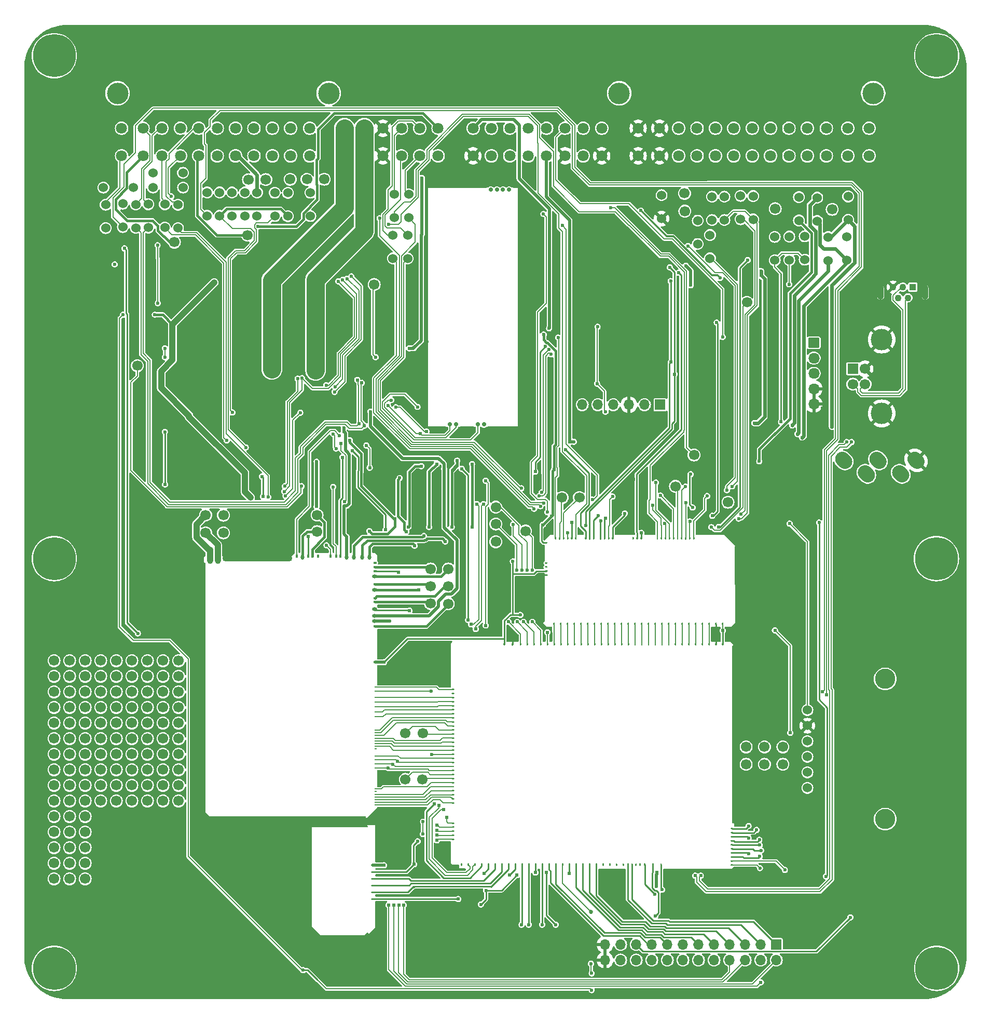
<source format=gbl>
G04 #@! TF.GenerationSoftware,KiCad,Pcbnew,8.0.3-8.0.3-0~ubuntu22.04.1*
G04 #@! TF.CreationDate,2024-06-24T03:25:31+00:00*
G04 #@! TF.ProjectId,hellen64_NA6_94,68656c6c-656e-4363-945f-4e41365f3934,b*
G04 #@! TF.SameCoordinates,PX141ef50PYa2cc1bc*
G04 #@! TF.FileFunction,Copper,L2,Bot*
G04 #@! TF.FilePolarity,Positive*
%FSLAX46Y46*%
G04 Gerber Fmt 4.6, Leading zero omitted, Abs format (unit mm)*
G04 Created by KiCad (PCBNEW 8.0.3-8.0.3-0~ubuntu22.04.1) date 2024-06-24 03:25:31*
%MOMM*%
%LPD*%
G01*
G04 APERTURE LIST*
G04 #@! TA.AperFunction,ComponentPad*
%ADD10C,0.599999*%
G04 #@! TD*
G04 #@! TA.AperFunction,ComponentPad*
%ADD11C,1.524000*%
G04 #@! TD*
G04 #@! TA.AperFunction,ComponentPad*
%ADD12C,1.700000*%
G04 #@! TD*
G04 #@! TA.AperFunction,ComponentPad*
%ADD13R,1.700000X1.700000*%
G04 #@! TD*
G04 #@! TA.AperFunction,ComponentPad*
%ADD14O,1.700000X1.700000*%
G04 #@! TD*
G04 #@! TA.AperFunction,SMDPad,CuDef*
%ADD15O,25.600000X0.200000*%
G04 #@! TD*
G04 #@! TA.AperFunction,SMDPad,CuDef*
%ADD16O,0.200000X40.800000*%
G04 #@! TD*
G04 #@! TA.AperFunction,SMDPad,CuDef*
%ADD17O,1.000001X1.500000*%
G04 #@! TD*
G04 #@! TA.AperFunction,SMDPad,CuDef*
%ADD18O,11.400000X1.100000*%
G04 #@! TD*
G04 #@! TA.AperFunction,SMDPad,CuDef*
%ADD19O,0.399999X0.599999*%
G04 #@! TD*
G04 #@! TA.AperFunction,SMDPad,CuDef*
%ADD20O,0.599999X0.800001*%
G04 #@! TD*
G04 #@! TA.AperFunction,SMDPad,CuDef*
%ADD21O,0.599999X0.399999*%
G04 #@! TD*
G04 #@! TA.AperFunction,SMDPad,CuDef*
%ADD22O,0.800001X0.599999*%
G04 #@! TD*
G04 #@! TA.AperFunction,SMDPad,CuDef*
%ADD23O,0.399999X0.200000*%
G04 #@! TD*
G04 #@! TA.AperFunction,ComponentPad*
%ADD24C,3.500120*%
G04 #@! TD*
G04 #@! TA.AperFunction,ComponentPad*
%ADD25C,1.800000*%
G04 #@! TD*
G04 #@! TA.AperFunction,ComponentPad*
%ADD26R,1.100000X1.100000*%
G04 #@! TD*
G04 #@! TA.AperFunction,ComponentPad*
%ADD27C,1.100000*%
G04 #@! TD*
G04 #@! TA.AperFunction,ComponentPad*
%ADD28O,1.100000X2.400000*%
G04 #@! TD*
G04 #@! TA.AperFunction,ComponentPad*
%ADD29C,3.500000*%
G04 #@! TD*
G04 #@! TA.AperFunction,ComponentPad*
%ADD30C,3.302000*%
G04 #@! TD*
G04 #@! TA.AperFunction,ComponentPad*
%ADD31C,7.000000*%
G04 #@! TD*
G04 #@! TA.AperFunction,ComponentPad*
%ADD32C,0.700000*%
G04 #@! TD*
G04 #@! TA.AperFunction,SMDPad,CuDef*
%ADD33R,3.100000X0.250000*%
G04 #@! TD*
G04 #@! TA.AperFunction,SMDPad,CuDef*
%ADD34R,2.250000X0.250000*%
G04 #@! TD*
G04 #@! TA.AperFunction,SMDPad,CuDef*
%ADD35R,5.050000X0.250000*%
G04 #@! TD*
G04 #@! TA.AperFunction,SMDPad,CuDef*
%ADD36R,0.250000X39.250000*%
G04 #@! TD*
G04 #@! TA.AperFunction,SMDPad,CuDef*
%ADD37R,9.750000X0.250000*%
G04 #@! TD*
G04 #@! TA.AperFunction,SMDPad,CuDef*
%ADD38R,0.950000X0.250000*%
G04 #@! TD*
G04 #@! TA.AperFunction,ComponentPad*
%ADD39C,0.600000*%
G04 #@! TD*
G04 #@! TA.AperFunction,ComponentPad*
%ADD40O,1.850000X1.700000*%
G04 #@! TD*
G04 #@! TA.AperFunction,SMDPad,CuDef*
%ADD41C,2.000000*%
G04 #@! TD*
G04 #@! TA.AperFunction,ViaPad*
%ADD42C,0.600000*%
G04 #@! TD*
G04 #@! TA.AperFunction,ViaPad*
%ADD43C,0.685800*%
G04 #@! TD*
G04 #@! TA.AperFunction,ViaPad*
%ADD44C,1.500000*%
G04 #@! TD*
G04 #@! TA.AperFunction,ViaPad*
%ADD45C,0.609600*%
G04 #@! TD*
G04 #@! TA.AperFunction,ViaPad*
%ADD46C,1.000000*%
G04 #@! TD*
G04 #@! TA.AperFunction,Conductor*
%ADD47C,0.254000*%
G04 #@! TD*
G04 #@! TA.AperFunction,Conductor*
%ADD48C,1.000000*%
G04 #@! TD*
G04 #@! TA.AperFunction,Conductor*
%ADD49C,0.300000*%
G04 #@! TD*
G04 #@! TA.AperFunction,Conductor*
%ADD50C,0.200000*%
G04 #@! TD*
G04 #@! TA.AperFunction,Conductor*
%ADD51C,0.600000*%
G04 #@! TD*
G04 #@! TA.AperFunction,Conductor*
%ADD52C,0.400000*%
G04 #@! TD*
G04 #@! TA.AperFunction,Conductor*
%ADD53C,0.203200*%
G04 #@! TD*
G04 #@! TA.AperFunction,Conductor*
%ADD54C,0.508000*%
G04 #@! TD*
G04 #@! TA.AperFunction,Conductor*
%ADD55C,0.500000*%
G04 #@! TD*
G04 #@! TA.AperFunction,Conductor*
%ADD56C,3.000000*%
G04 #@! TD*
G04 APERTURE END LIST*
D10*
G04 #@! TO.P,M4,V1,V33*
G04 #@! TO.N,+3V3*
X75468535Y17795040D03*
G04 #@! TO.P,M4,V2,GND*
G04 #@! TO.N,GND*
X77043549Y12890031D03*
G04 #@! TO.P,M4,V3,GND*
X89747567Y12899094D03*
G04 #@! TO.P,M4,V4,SD_CS*
G04 #@! TO.N,/SD_CS*
X81268539Y12220030D03*
G04 #@! TO.P,M4,V5,SD_MOSI*
G04 #@! TO.N,/SD_MOSI*
X82443543Y12220030D03*
G04 #@! TO.P,M4,V6,SD_SCK*
G04 #@! TO.N,/SD_SCK*
X84618537Y12220030D03*
G04 #@! TO.P,M4,V7,SD_MISO*
G04 #@! TO.N,/SD_MISO*
X86843539Y12220030D03*
G04 #@! TD*
D11*
G04 #@! TO.P,R8,1,1*
G04 #@! TO.N,/IN_TPS*
X60261680Y120850340D03*
G04 #@! TO.P,R8,2,2*
G04 #@! TO.N,Net-(P2-Pad75)*
X60261680Y124660340D03*
G04 #@! TD*
G04 #@! TO.P,R32,1,1*
G04 #@! TO.N,/IN_VSS*
X38101680Y127800340D03*
G04 #@! TO.P,R32,2,2*
G04 #@! TO.N,/1M*
X38101680Y131610340D03*
G04 #@! TD*
D12*
G04 #@! TO.P,P5,1,Pin_1*
G04 #@! TO.N,/IO12*
X62302380Y35910220D03*
G04 #@! TD*
G04 #@! TO.P,P6,1,Pin_1*
G04 #@! TO.N,/IO13*
X62302380Y43412400D03*
G04 #@! TD*
D13*
G04 #@! TO.P,J27,1,Pin_1*
G04 #@! TO.N,Net-(J27-Pad1)*
X103851680Y97005340D03*
D14*
G04 #@! TO.P,J27,2,Pin_2*
G04 #@! TO.N,Net-(J27-Pad2)*
X101311680Y97005340D03*
G04 #@! TO.P,J27,3,Pin_3*
G04 #@! TO.N,GND*
X98771680Y97005340D03*
G04 #@! TO.P,J27,4,Pin_4*
G04 #@! TO.N,Net-(J27-Pad4)*
X96231680Y97005340D03*
G04 #@! TO.P,J27,5,Pin_5*
G04 #@! TO.N,Net-(J27-Pad5)*
X93691680Y97005340D03*
G04 #@! TO.P,J27,6,Pin_6*
G04 #@! TO.N,unconnected-(J27-Pad6)*
X91151680Y97005340D03*
G04 #@! TD*
D12*
G04 #@! TO.P,P19,1,Pin_1*
G04 #@! TO.N,/1O*
X36691680Y133695340D03*
G04 #@! TD*
G04 #@! TO.P,G4,1*
G04 #@! TO.N,Net-(G4-Pad1)*
X20210000Y45097322D03*
G04 #@! TO.P,G4,2*
G04 #@! TO.N,Net-(G4-Pad12)*
X20210000Y47637322D03*
G04 #@! TO.P,G4,3*
G04 #@! TO.N,Net-(G4-Pad13)*
X20210000Y50177322D03*
G04 #@! TO.P,G4,4*
G04 #@! TO.N,Net-(G4-Pad14)*
X20210000Y52717322D03*
G04 #@! TO.P,G4,5*
G04 #@! TO.N,Net-(G4-Pad10)*
X20210000Y55257322D03*
G04 #@! TO.P,G4,6*
G04 #@! TO.N,Net-(G4-Pad1)*
X22750000Y45097322D03*
G04 #@! TO.P,G4,7*
G04 #@! TO.N,Net-(G4-Pad12)*
X22750000Y47637322D03*
G04 #@! TO.P,G4,8*
G04 #@! TO.N,Net-(G4-Pad13)*
X22750000Y50177322D03*
G04 #@! TO.P,G4,9*
G04 #@! TO.N,Net-(G4-Pad14)*
X22750000Y52717322D03*
G04 #@! TO.P,G4,10*
G04 #@! TO.N,Net-(G4-Pad10)*
X22750000Y55257322D03*
G04 #@! TO.P,G4,11*
G04 #@! TO.N,Net-(G4-Pad1)*
X25290000Y45097322D03*
G04 #@! TO.P,G4,12*
G04 #@! TO.N,Net-(G4-Pad12)*
X25290000Y47637322D03*
G04 #@! TO.P,G4,13*
G04 #@! TO.N,Net-(G4-Pad13)*
X25290000Y50177322D03*
G04 #@! TO.P,G4,14*
G04 #@! TO.N,Net-(G4-Pad14)*
X25290000Y52717322D03*
G04 #@! TO.P,G4,15*
G04 #@! TO.N,Net-(G4-Pad10)*
X25290000Y55257322D03*
G04 #@! TD*
G04 #@! TO.P,P27,1,Pin_1*
G04 #@! TO.N,/OUT_PP2*
X57211680Y116595340D03*
G04 #@! TD*
G04 #@! TO.P,P10,1,Pin_1*
G04 #@! TO.N,/1C*
X24601680Y123505340D03*
G04 #@! TD*
G04 #@! TO.P,P12,1,Pin_1*
G04 #@! TO.N,/OUT_SOLENOID_A1*
X29701680Y79005340D03*
G04 #@! TD*
G04 #@! TO.P,G12,1*
G04 #@! TO.N,Net-(G12-Pad1)*
X12590000Y32397322D03*
G04 #@! TO.P,G12,2*
G04 #@! TO.N,Net-(G12-Pad12)*
X12590000Y34937322D03*
G04 #@! TO.P,G12,3*
G04 #@! TO.N,Net-(G12-Pad13)*
X12590000Y37477322D03*
G04 #@! TO.P,G12,4*
G04 #@! TO.N,Net-(G12-Pad14)*
X12590000Y40017322D03*
G04 #@! TO.P,G12,5*
G04 #@! TO.N,Net-(G12-Pad10)*
X12590000Y42557322D03*
G04 #@! TO.P,G12,6*
G04 #@! TO.N,Net-(G12-Pad1)*
X15130000Y32397322D03*
G04 #@! TO.P,G12,7*
G04 #@! TO.N,Net-(G12-Pad12)*
X15130000Y34937322D03*
G04 #@! TO.P,G12,8*
G04 #@! TO.N,Net-(G12-Pad13)*
X15130000Y37477322D03*
G04 #@! TO.P,G12,9*
G04 #@! TO.N,Net-(G12-Pad14)*
X15130000Y40017322D03*
G04 #@! TO.P,G12,10*
G04 #@! TO.N,Net-(G12-Pad10)*
X15130000Y42557322D03*
G04 #@! TO.P,G12,11*
G04 #@! TO.N,Net-(G12-Pad1)*
X17670000Y32397322D03*
G04 #@! TO.P,G12,12*
G04 #@! TO.N,Net-(G12-Pad12)*
X17670000Y34937322D03*
G04 #@! TO.P,G12,13*
G04 #@! TO.N,Net-(G12-Pad13)*
X17670000Y37477322D03*
G04 #@! TO.P,G12,14*
G04 #@! TO.N,Net-(G12-Pad14)*
X17670000Y40017322D03*
G04 #@! TO.P,G12,15*
G04 #@! TO.N,Net-(G12-Pad10)*
X17670000Y42557322D03*
G04 #@! TD*
D15*
G04 #@! TO.P,M5,G,GND*
G04 #@! TO.N,GND*
X43016539Y29831718D03*
G04 #@! TA.AperFunction,SMDPad,CuDef*
G36*
G01*
X29688694Y30610985D02*
X30395800Y29903879D01*
G75*
G02*
X30395800Y29762457I-70711J-70711D01*
G01*
X30395800Y29762457D01*
G75*
G02*
X30254378Y29762457I-70711J70711D01*
G01*
X29547272Y30469563D01*
G75*
G02*
X29547272Y30610985I70711J70711D01*
G01*
X29547272Y30610985D01*
G75*
G02*
X29688694Y30610985I70711J-70711D01*
G01*
G37*
G04 #@! TD.AperFunction*
D16*
X29616538Y50856720D03*
D17*
G04 #@! TO.P,M5,S1,OUT_SOLENOID_A1*
G04 #@! TO.N,/OUT_SOLENOID_A1*
X30414997Y71843006D03*
G04 #@! TO.P,M5,S2,OUT_SOLENOID_A2*
G04 #@! TO.N,/OUT_SOLENOID_A2*
X31670862Y71843006D03*
D18*
G04 #@! TO.P,M5,S3,GND*
G04 #@! TO.N,GND*
X38114997Y71968007D03*
D19*
G04 #@! TO.P,M5,S6,OUT_PP2*
G04 #@! TO.N,/OUT_PP2*
X44564989Y72268006D03*
D20*
G04 #@! TO.P,M5,S7,OUT_LOW3_DUAL*
G04 #@! TO.N,/OUT_LOW1_DUAL*
X45540001Y72168001D03*
D19*
G04 #@! TO.P,M5,S8,OUT_LOW1*
G04 #@! TO.N,/OUT_ECF_RELAY*
X46409758Y72268006D03*
G04 #@! TO.P,M5,S9,OUT_HIGH2*
G04 #@! TO.N,/OUT_HIGH2*
X47139995Y72268006D03*
G04 #@! TO.P,M5,S10,OUT_LOW11*
G04 #@! TO.N,unconnected-(M5-PadS10)*
X48034758Y72268006D03*
G04 #@! TO.P,M5,S12,OUT_LOW8_PULLUP*
G04 #@! TO.N,/OUT_AC_RELAY*
X50109758Y72268006D03*
G04 #@! TO.P,M5,S13,OUT_LOW12*
G04 #@! TO.N,/OUT_TACH*
X51009754Y72268006D03*
G04 #@! TO.P,M5,S14,OUT_LOW9*
G04 #@! TO.N,/OUT_PUMP_RELAY*
X51719996Y72268006D03*
D20*
G04 #@! TO.P,M5,S15,OUT_INJ6*
G04 #@! TO.N,/OUT_BOOST_CONTROL*
X52739997Y72168006D03*
G04 #@! TO.P,M5,S16,OUT_INJ2*
G04 #@! TO.N,/OUT_INJ2*
X53914996Y72168006D03*
G04 #@! TO.P,M5,S17,OUT_INJ3*
G04 #@! TO.N,/OUT_INJ3*
X55264995Y72168006D03*
G04 #@! TO.P,M5,S18,OUT_INJ1*
G04 #@! TO.N,/OUT_INJ1*
X56439994Y72168006D03*
D21*
G04 #@! TO.P,M5,W1,OUT_LOW2*
G04 #@! TO.N,unconnected-(M5-PadW1)*
X57339995Y71237767D03*
G04 #@! TO.P,M5,W2,OUT_LOW10*
G04 #@! TO.N,/OUT_LOW10*
X57339995Y70543008D03*
G04 #@! TO.P,M5,W3,OUT_LOW6_DIODE*
G04 #@! TO.N,/OUT_CHECK_ENGINE*
X57339995Y69862768D03*
D22*
G04 #@! TO.P,M5,W4,OUT_LOW4_DUAL*
G04 #@! TO.N,/OUT_LOW2_DUAL*
X57244997Y69043006D03*
D21*
G04 #@! TO.P,M5,W6,OUT_PP1*
G04 #@! TO.N,/OUT_PP1*
X57339995Y67737769D03*
D22*
G04 #@! TO.P,M5,W7,OUT_INJ4*
G04 #@! TO.N,/OUT_INJ4*
X57244997Y66768004D03*
D21*
G04 #@! TO.P,M5,W8,OUT_HIGH1*
G04 #@! TO.N,/OUT_HIGH1*
X57339995Y65493006D03*
G04 #@! TO.P,M5,W9,OUT_LOW7_PULLUP*
G04 #@! TO.N,/OUT_LOW7_PULLUP*
X57339995Y64843004D03*
D22*
G04 #@! TO.P,M5,W10,OUT_INJ5*
G04 #@! TO.N,/OUT_CONDENSER_FAN*
X57244997Y63643004D03*
G04 #@! TO.P,M5,W11,OUT_INJ8*
G04 #@! TO.N,/OUT_VVT*
X57244997Y62568000D03*
G04 #@! TO.P,M5,W12,OUT_INJ7*
G04 #@! TO.N,/OUT_IDLE*
X57244997Y61692998D03*
D21*
G04 #@! TO.P,M5,W13,OUT_LOW5_MAIN*
G04 #@! TO.N,/OUT_LOW5*
X57339995Y60868006D03*
G04 #@! TO.P,M5,W14,V5*
G04 #@! TO.N,+5V*
X57339995Y55018005D03*
D23*
G04 #@! TO.P,M5,W15,INJ8*
G04 #@! TO.N,/VVT*
X57444996Y50963035D03*
G04 #@! TO.P,M5,W16,INJ7*
G04 #@! TO.N,/IDLE*
X57444996Y50303033D03*
G04 #@! TO.P,M5,W17,INJ6*
G04 #@! TO.N,/BOOST*
X57444996Y49243005D03*
G04 #@! TO.P,M5,W18,INJ5*
G04 #@! TO.N,/CONDENSER*
X57444996Y48538920D03*
G04 #@! TO.P,M5,W19,INJ4*
G04 #@! TO.N,/INJ4*
X57444996Y47738881D03*
G04 #@! TO.P,M5,W20,INJ3*
G04 #@! TO.N,/INJ3*
X57444996Y46938842D03*
G04 #@! TO.P,M5,W21,LOW1*
G04 #@! TO.N,/ECF_RELAY*
X57444996Y46143006D03*
G04 #@! TO.P,M5,W22,PP2*
G04 #@! TO.N,/PP2*
X57444996Y43948004D03*
G04 #@! TO.P,M5,W23,INJ2*
G04 #@! TO.N,/INJ2*
X57444996Y43508005D03*
G04 #@! TO.P,M5,W24,INJ1*
G04 #@! TO.N,/INJ1*
X57444996Y43068006D03*
G04 #@! TO.P,M5,W25,LOW6_DIODE*
G04 #@! TO.N,/CHECK_ENGINE*
X57444996Y42628004D03*
G04 #@! TO.P,M5,W26,LOW10*
G04 #@! TO.N,/LOW10*
X57444996Y42188005D03*
G04 #@! TO.P,M5,W27,LOW9*
G04 #@! TO.N,/PUMP*
X57444996Y41748006D03*
G04 #@! TO.P,M5,W28,PP1*
G04 #@! TO.N,/PP1*
X57444996Y41308004D03*
G04 #@! TO.P,M5,W29,LOW2*
G04 #@! TO.N,unconnected-(M5-PadW29)*
X57444996Y40868005D03*
G04 #@! TO.P,M5,W30,SOLENOID_B2*
G04 #@! TO.N,/SOLENOID_B2*
X57444996Y39743034D03*
G04 #@! TO.P,M5,W31,SOLENOID_B1*
G04 #@! TO.N,/-ETB*
X57444996Y39083036D03*
G04 #@! TO.P,M5,W32,SOLENOID_A2*
G04 #@! TO.N,/+ETB*
X57444996Y38423034D03*
G04 #@! TO.P,M5,W33,SOLENOID_A1*
G04 #@! TO.N,/ETB_EN*
X57444996Y37763036D03*
G04 #@! TO.P,M5,W34,LOW4_DUAL*
G04 #@! TO.N,/LOW4*
X57444996Y34358006D03*
G04 #@! TO.P,M5,W35,LOW11*
G04 #@! TO.N,unconnected-(M5-PadW35)*
X57444996Y33918007D03*
G04 #@! TO.P,M5,W36,LOW12*
G04 #@! TO.N,/TACH*
X57444996Y33478005D03*
G04 #@! TO.P,M5,W37,LOW8_HIGH2*
G04 #@! TO.N,/AC_RELAY*
X57444996Y33038006D03*
G04 #@! TO.P,M5,W38,LOW3_DUAL*
G04 #@! TO.N,/LOW3*
X57444996Y32598007D03*
G04 #@! TO.P,M5,W39,LOW7_HIGH1*
G04 #@! TO.N,/LOW7_HIGH1*
X57444996Y32158005D03*
G04 #@! TO.P,M5,W40,LOW5_MAIN*
G04 #@! TO.N,/LOW5*
X57444996Y31718006D03*
G04 #@! TD*
D11*
G04 #@! TO.P,R36,1,1*
G04 #@! TO.N,/OUT_IGN2*
X29951680Y127800340D03*
G04 #@! TO.P,R36,2,2*
G04 #@! TO.N,/1H*
X29951680Y131610340D03*
G04 #@! TD*
D12*
G04 #@! TO.P,P35,1,Pin_1*
G04 #@! TO.N,/OUT_LOW5*
X69301680Y64555340D03*
G04 #@! TD*
D11*
G04 #@! TO.P,R48,1,1*
G04 #@! TO.N,Net-(R24-Pad2)*
X112351680Y127100340D03*
G04 #@! TO.P,R48,2,2*
G04 #@! TO.N,/3I*
X112351680Y130910340D03*
G04 #@! TD*
D12*
G04 #@! TO.P,P15,1,Pin_1*
G04 #@! TO.N,/1U*
X49061680Y133755340D03*
G04 #@! TD*
D11*
G04 #@! TO.P,F3,1,1*
G04 #@! TO.N,/1B*
X21101680Y134805340D03*
G04 #@! TO.P,F3,2,2*
G04 #@! TO.N,+12V_ETB*
X26001680Y134805340D03*
G04 #@! TD*
G04 #@! TO.P,R24,1,1*
G04 #@! TO.N,/OUT_TACH*
X112001680Y120850340D03*
G04 #@! TO.P,R24,2,2*
G04 #@! TO.N,Net-(R24-Pad2)*
X112001680Y124660340D03*
G04 #@! TD*
G04 #@! TO.P,R33,1,1*
G04 #@! TO.N,/OUT_ECF_RELAY*
X32001680Y127800340D03*
G04 #@! TO.P,R33,2,2*
G04 #@! TO.N,/1L*
X32001680Y131610340D03*
G04 #@! TD*
G04 #@! TO.P,R42,1,1*
G04 #@! TO.N,+12V_PERM*
X13391221Y125804438D03*
G04 #@! TO.P,R42,2,2*
G04 #@! TO.N,/1A*
X13391221Y129614438D03*
G04 #@! TD*
D24*
G04 #@! TO.P,P2,*
G04 #@! TO.N,*
X15340980Y147779760D03*
X49790980Y147779760D03*
X97190980Y147779760D03*
X138640980Y147779760D03*
D25*
G04 #@! TO.P,P2,1,1A*
G04 #@! TO.N,/1A*
X15990980Y137579120D03*
G04 #@! TO.P,P2,2,1C*
G04 #@! TO.N,/1C*
X19488560Y137579120D03*
G04 #@! TO.P,P2,3,1E*
G04 #@! TO.N,/1E*
X22589900Y137579120D03*
G04 #@! TO.P,P2,4,1G*
G04 #@! TO.N,/1G*
X25589640Y137579120D03*
G04 #@! TO.P,P2,5,1I*
G04 #@! TO.N,Net-(P2-Pad5)*
X28589380Y137579120D03*
G04 #@! TO.P,P2,6,1K*
G04 #@! TO.N,Net-(P2-Pad6)*
X31589120Y137579120D03*
G04 #@! TO.P,P2,7,1M*
G04 #@! TO.N,/1M*
X34588860Y137579120D03*
G04 #@! TO.P,P2,8,1O*
G04 #@! TO.N,/1O*
X37588600Y137579120D03*
G04 #@! TO.P,P2,9,1Q*
G04 #@! TO.N,/1Q*
X40588340Y137579120D03*
G04 #@! TO.P,P2,10,1S*
G04 #@! TO.N,Net-(P17-Pad1)*
X43588080Y137579120D03*
G04 #@! TO.P,P2,11,1U*
G04 #@! TO.N,/1U*
X46689420Y137579120D03*
G04 #@! TO.P,P2,12,1B*
G04 #@! TO.N,/1B*
X15990980Y142080000D03*
G04 #@! TO.P,P2,13,1D*
G04 #@! TO.N,/1D*
X19488560Y142080000D03*
G04 #@! TO.P,P2,14,1F*
G04 #@! TO.N,/1F*
X22589900Y142080000D03*
G04 #@! TO.P,P2,15,1H*
G04 #@! TO.N,/1H*
X25589640Y142080000D03*
G04 #@! TO.P,P2,16,1J*
G04 #@! TO.N,/1J*
X28589380Y142080000D03*
G04 #@! TO.P,P2,17,1L*
G04 #@! TO.N,/1L*
X31589120Y142080000D03*
G04 #@! TO.P,P2,18,1N*
G04 #@! TO.N,/1N*
X34588860Y142080000D03*
G04 #@! TO.P,P2,19,1P*
G04 #@! TO.N,/1P*
X37588600Y142080000D03*
G04 #@! TO.P,P2,20,1R*
G04 #@! TO.N,Net-(P2-Pad20)*
X40588340Y142080000D03*
G04 #@! TO.P,P2,21,1T*
G04 #@! TO.N,Net-(P16-Pad1)*
X43588080Y142080000D03*
G04 #@! TO.P,P2,22,1V*
G04 #@! TO.N,/1V*
X46689420Y142080000D03*
G04 #@! TO.P,P2,23,2A*
G04 #@! TO.N,GND*
X73340980Y137579120D03*
G04 #@! TO.P,P2,24,2C*
G04 #@! TO.N,/WBO_H-*
X76340720Y137579120D03*
G04 #@! TO.P,P2,25,2E*
G04 #@! TO.N,/WBO_R_Trim*
X79340460Y137579120D03*
G04 #@! TO.P,P2,26,2G*
G04 #@! TO.N,/WBO_Vs{slash}Ip*
X82340200Y137579120D03*
G04 #@! TO.P,P2,27,2I*
G04 #@! TO.N,/OUT_VVT*
X85342480Y137579120D03*
G04 #@! TO.P,P2,28,2K*
G04 #@! TO.N,GND*
X88342220Y137579120D03*
G04 #@! TO.P,P2,29,2M*
G04 #@! TO.N,/IN_PRESSURE*
X91341960Y137579120D03*
G04 #@! TO.P,P2,30,2O*
G04 #@! TO.N,GND*
X94341700Y137579120D03*
G04 #@! TO.P,P2,31,2B*
G04 #@! TO.N,+5VAS*
X73340980Y142080000D03*
G04 #@! TO.P,P2,32,2D*
G04 #@! TO.N,/2D*
X76340720Y142080000D03*
G04 #@! TO.P,P2,33,2F*
G04 #@! TO.N,/WBO_Ip*
X79340460Y142080000D03*
G04 #@! TO.P,P2,34,2H*
G04 #@! TO.N,/WBO_Vs*
X82340200Y142080000D03*
G04 #@! TO.P,P2,35,2J*
G04 #@! TO.N,/OUT_BOOST_CONTROL*
X85342480Y142080000D03*
G04 #@! TO.P,P2,36,2L*
G04 #@! TO.N,/IN_DIGITAL*
X88342220Y142080000D03*
G04 #@! TO.P,P2,37,2N*
G04 #@! TO.N,/IN_TEMP*
X91341960Y142080000D03*
G04 #@! TO.P,P2,38,2P*
G04 #@! TO.N,/IN_KNOCK_RAW*
X94341700Y142080000D03*
G04 #@! TO.P,P2,39,3A*
G04 #@! TO.N,GND*
X100287840Y137579120D03*
G04 #@! TO.P,P2,40,3C*
X103787960Y137579120D03*
G04 #@! TO.P,P2,41,3E*
G04 #@! TO.N,/IN_CRANK*
X106891840Y137579120D03*
G04 #@! TO.P,P2,42,3G*
G04 #@! TO.N,/IN_CAM*
X109891580Y137579120D03*
G04 #@! TO.P,P2,43,3I*
G04 #@! TO.N,/3I*
X112891320Y137579120D03*
G04 #@! TO.P,P2,44,3K*
G04 #@! TO.N,+5VAS*
X115891060Y137579120D03*
G04 #@! TO.P,P2,45,3M*
G04 #@! TO.N,/3M*
X118890800Y137579120D03*
G04 #@! TO.P,P2,46,3O*
G04 #@! TO.N,/3O*
X121890540Y137579120D03*
G04 #@! TO.P,P2,47,3Q*
G04 #@! TO.N,/IN_CLT*
X124890280Y137579120D03*
G04 #@! TO.P,P2,48,3S*
G04 #@! TO.N,/3S*
X127890020Y137579120D03*
G04 #@! TO.P,P2,49,3U*
G04 #@! TO.N,/OUT_INJ1*
X130991360Y137579120D03*
G04 #@! TO.P,P2,50,3W*
G04 #@! TO.N,/OUT_IDLE*
X134491480Y137579120D03*
G04 #@! TO.P,P2,51,3Y*
G04 #@! TO.N,/3Y*
X137991600Y137579120D03*
G04 #@! TO.P,P2,52,3B*
G04 #@! TO.N,GND*
X100287840Y142080000D03*
G04 #@! TO.P,P2,53,3D*
X103787960Y142080000D03*
G04 #@! TO.P,P2,54,3F*
G04 #@! TO.N,/3F*
X106891840Y142080000D03*
G04 #@! TO.P,P2,55,3H*
G04 #@! TO.N,/3H*
X109891580Y142080000D03*
G04 #@! TO.P,P2,56,3J*
G04 #@! TO.N,/3J*
X112891320Y142080000D03*
G04 #@! TO.P,P2,57,3L*
G04 #@! TO.N,/3L*
X115891060Y142080000D03*
G04 #@! TO.P,P2,58,3N*
G04 #@! TO.N,/3N*
X118890800Y142080000D03*
G04 #@! TO.P,P2,59,3P*
G04 #@! TO.N,/IN_IAT*
X121890540Y142080000D03*
G04 #@! TO.P,P2,60,3R*
G04 #@! TO.N,/3R*
X124890280Y142080000D03*
G04 #@! TO.P,P2,61,3T*
G04 #@! TO.N,/3T*
X127890020Y142080000D03*
G04 #@! TO.P,P2,62,3V*
G04 #@! TO.N,/OUT_INJ2*
X130991360Y142080000D03*
G04 #@! TO.P,P2,63,3X*
G04 #@! TO.N,/3X*
X134491480Y142080000D03*
G04 #@! TO.P,P2,64,3Z*
G04 #@! TO.N,/3Z*
X137991600Y142080000D03*
G04 #@! TO.P,P2,65,4A*
G04 #@! TO.N,/OUT_ETB+*
X52640980Y137579120D03*
G04 #@! TO.P,P2,66,4C*
G04 #@! TO.N,/OUT_ETB-*
X55640720Y137579120D03*
G04 #@! TO.P,P2,67,4E*
G04 #@! TO.N,GND*
X58640460Y137579120D03*
G04 #@! TO.P,P2,68,4G*
G04 #@! TO.N,Net-(P2-Pad68)*
X61640200Y137579120D03*
G04 #@! TO.P,P2,69,4I*
G04 #@! TO.N,Net-(P2-Pad69)*
X64642480Y137579120D03*
G04 #@! TO.P,P2,70,4K*
G04 #@! TO.N,+5VAS*
X67642220Y137579120D03*
G04 #@! TO.P,P2,71,4B*
G04 #@! TO.N,/OUT_ETB+*
X52640980Y142080000D03*
G04 #@! TO.P,P2,72,4D*
G04 #@! TO.N,/OUT_ETB-*
X55640720Y142080000D03*
G04 #@! TO.P,P2,73,4F*
G04 #@! TO.N,GND*
X58640460Y142080000D03*
G04 #@! TO.P,P2,74,4H*
G04 #@! TO.N,Net-(P2-Pad74)*
X61640200Y142080000D03*
G04 #@! TO.P,P2,75,4J*
G04 #@! TO.N,Net-(P2-Pad75)*
X64642480Y142080000D03*
G04 #@! TO.P,P2,76,4L*
G04 #@! TO.N,+5VAS*
X67642220Y142080000D03*
G04 #@! TD*
D12*
G04 #@! TO.P,P40,1,Pin_1*
G04 #@! TO.N,/IN_D1*
X77051680Y77555340D03*
G04 #@! TD*
G04 #@! TO.P,P44,1,Pin_1*
G04 #@! TO.N,/IN_SENS3*
X90691680Y81865340D03*
G04 #@! TD*
G04 #@! TO.P,P13,1,Pin_1*
G04 #@! TO.N,/OUT_SOLENOID_B1*
X32601680Y76105340D03*
G04 #@! TD*
G04 #@! TO.P,P29,1,Pin_1*
G04 #@! TO.N,/OUT_IGN5*
X120901680Y41205340D03*
G04 #@! TD*
D11*
G04 #@! TO.P,R43,1,1*
G04 #@! TO.N,/OUT_PUMP_RELAY*
X127451680Y120650340D03*
G04 #@! TO.P,R43,2,2*
G04 #@! TO.N,/3T*
X127451680Y124460340D03*
G04 #@! TD*
D26*
G04 #@! TO.P,J1,1,VBUS*
G04 #@! TO.N,/VBUS*
X145101680Y116180340D03*
D27*
G04 #@! TO.P,J1,2,D-*
G04 #@! TO.N,/USB-*
X144301680Y114430340D03*
G04 #@! TO.P,J1,3,D+*
G04 #@! TO.N,/USB+*
X143501680Y116180340D03*
G04 #@! TO.P,J1,4,ID*
G04 #@! TO.N,unconnected-(J1-Pad4)*
X142701680Y114430340D03*
G04 #@! TO.P,J1,5,GND*
G04 #@! TO.N,GND*
X141901680Y116180340D03*
D28*
G04 #@! TO.P,J1,6,Shield*
X147151680Y115305340D03*
X139851680Y115305340D03*
G04 #@! TD*
D12*
G04 #@! TO.P,P37,1,Pin_1*
G04 #@! TO.N,/IN_RES2*
X114941680Y81095340D03*
G04 #@! TD*
G04 #@! TO.P,P42,1,Pin_1*
G04 #@! TO.N,/IN_D3*
X77051680Y80305340D03*
G04 #@! TD*
D11*
G04 #@! TO.P,R52,1,1*
G04 #@! TO.N,/IN_TEMP_OR_PPS2*
X62681680Y120840340D03*
G04 #@! TO.P,R52,2,2*
G04 #@! TO.N,Net-(P2-Pad68)*
X62681680Y124650340D03*
G04 #@! TD*
D12*
G04 #@! TO.P,P41,1,Pin_1*
G04 #@! TO.N,/IN_D2*
X118031680Y113705340D03*
G04 #@! TD*
G04 #@! TO.P,P30,1,Pin_1*
G04 #@! TO.N,/OUT_IGN6*
X120901680Y38370220D03*
G04 #@! TD*
G04 #@! TO.P,P26,1,Pin_1*
G04 #@! TO.N,/OUT_PP1*
X66401680Y67405340D03*
G04 #@! TD*
D13*
G04 #@! TO.P,J5,1,VBUS*
G04 #@! TO.N,/VBUS*
X135316680Y102855340D03*
D12*
G04 #@! TO.P,J5,2,D-*
G04 #@! TO.N,/USB-*
X135316680Y100355340D03*
G04 #@! TO.P,J5,3,D+*
G04 #@! TO.N,/USB+*
X137316680Y100355340D03*
G04 #@! TO.P,J5,4,GND*
G04 #@! TO.N,GND*
X137316680Y102855340D03*
D29*
G04 #@! TO.P,J5,5,Shield*
X140026680Y107625340D03*
X140026680Y95585340D03*
G04 #@! TD*
D12*
G04 #@! TO.P,P4,1,Pin_1*
G04 #@! TO.N,/IO4*
X65112640Y43410220D03*
G04 #@! TD*
G04 #@! TO.P,P25,1,Pin_1*
G04 #@! TO.N,/OUT_IGN4*
X123901680Y38370220D03*
G04 #@! TD*
D10*
G04 #@! TO.P,M8,V1,V5*
G04 #@! TO.N,+5V*
X59459042Y96874902D03*
G04 #@! TO.P,M8,V2,CAN_VIO*
G04 #@! TO.N,Net-(M12-PadW2)*
X59984042Y97749904D03*
G04 #@! TO.P,M8,V5,CAN_TX*
G04 #@! TO.N,Net-(M12-PadW4)*
X60734040Y96574900D03*
G04 #@! TO.P,M8,V6,CAN_RX*
G04 #@! TO.N,Net-(M12-PadW3)*
X64284041Y96649903D03*
G04 #@! TD*
D30*
G04 #@! TO.P,U2,*
G04 #@! TO.N,*
X140601680Y52290340D03*
X140601680Y29430340D03*
D11*
G04 #@! TO.P,U2,1,VOUT*
G04 #@! TO.N,/IN_MAP3*
X127901680Y47210340D03*
G04 #@! TO.P,U2,2,GND*
G04 #@! TO.N,GND*
X127901680Y44670340D03*
G04 #@! TO.P,U2,3,VCC*
G04 #@! TO.N,+5VA*
X127901680Y42130340D03*
G04 #@! TO.P,U2,4,V1*
G04 #@! TO.N,unconnected-(U2-Pad4)*
X127901680Y39590340D03*
G04 #@! TO.P,U2,5,V2*
G04 #@! TO.N,unconnected-(U2-Pad5)*
X127901680Y37050340D03*
G04 #@! TO.P,U2,6,V_EX*
G04 #@! TO.N,unconnected-(U2-Pad6)*
X127901680Y34510340D03*
G04 #@! TD*
G04 #@! TO.P,R17,1,1*
G04 #@! TO.N,/OUT_INJ4*
X131301680Y124320340D03*
G04 #@! TO.P,R17,2,2*
G04 #@! TO.N,/OUT_INJ2*
X131301680Y120510340D03*
G04 #@! TD*
D12*
G04 #@! TO.P,G6,1*
G04 #@! TO.N,Net-(G6-Pad1)*
X4970000Y45097322D03*
G04 #@! TO.P,G6,2*
G04 #@! TO.N,Net-(G6-Pad12)*
X4970000Y47637322D03*
G04 #@! TO.P,G6,3*
G04 #@! TO.N,Net-(G6-Pad13)*
X4970000Y50177322D03*
G04 #@! TO.P,G6,4*
G04 #@! TO.N,Net-(G6-Pad14)*
X4970000Y52717322D03*
G04 #@! TO.P,G6,5*
G04 #@! TO.N,Net-(G6-Pad10)*
X4970000Y55257322D03*
G04 #@! TO.P,G6,6*
G04 #@! TO.N,Net-(G6-Pad1)*
X7510000Y45097322D03*
G04 #@! TO.P,G6,7*
G04 #@! TO.N,Net-(G6-Pad12)*
X7510000Y47637322D03*
G04 #@! TO.P,G6,8*
G04 #@! TO.N,Net-(G6-Pad13)*
X7510000Y50177322D03*
G04 #@! TO.P,G6,9*
G04 #@! TO.N,Net-(G6-Pad14)*
X7510000Y52717322D03*
G04 #@! TO.P,G6,10*
G04 #@! TO.N,Net-(G6-Pad10)*
X7510000Y55257322D03*
G04 #@! TO.P,G6,11*
G04 #@! TO.N,Net-(G6-Pad1)*
X10050000Y45097322D03*
G04 #@! TO.P,G6,12*
G04 #@! TO.N,Net-(G6-Pad12)*
X10050000Y47637322D03*
G04 #@! TO.P,G6,13*
G04 #@! TO.N,Net-(G6-Pad13)*
X10050000Y50177322D03*
G04 #@! TO.P,G6,14*
G04 #@! TO.N,Net-(G6-Pad14)*
X10050000Y52717322D03*
G04 #@! TO.P,G6,15*
G04 #@! TO.N,Net-(G6-Pad10)*
X10050000Y55257322D03*
G04 #@! TD*
G04 #@! TO.P,P17,1,Pin_1*
G04 #@! TO.N,Net-(P17-Pad1)*
X43511680Y133755340D03*
G04 #@! TD*
D10*
G04 #@! TO.P,M13,V1,V5*
G04 #@! TO.N,+5V*
X103293541Y18453558D03*
G04 #@! TO.P,M13,V2,CAN_VIO*
G04 #@! TO.N,/CAN_VIO*
X104168543Y17928558D03*
G04 #@! TO.P,M13,V5,CAN_TX*
G04 #@! TO.N,/CAN_TX*
X102993539Y17178560D03*
G04 #@! TO.P,M13,V6,CAN_RX*
G04 #@! TO.N,/CAN_RX*
X103068542Y13628559D03*
G04 #@! TD*
D12*
G04 #@! TO.P,P11,1,Pin_1*
G04 #@! TO.N,/OUT_SOLENOID_A2*
X29701680Y76105340D03*
G04 #@! TD*
G04 #@! TO.P,P16,1,Pin_1*
G04 #@! TO.N,Net-(P16-Pad1)*
X46241680Y133745340D03*
G04 #@! TD*
G04 #@! TO.P,P33,1,Pin_1*
G04 #@! TO.N,/OUT_LOW1_DUAL*
X47901680Y76305340D03*
G04 #@! TD*
D11*
G04 #@! TO.P,R40,1,1*
G04 #@! TO.N,/CAN+*
X18311680Y125850340D03*
G04 #@! TO.P,R40,2,2*
G04 #@! TO.N,/1D*
X18311680Y129660340D03*
G04 #@! TD*
D31*
G04 #@! TO.P,J13,1,Pin_1*
G04 #@! TO.N,unconnected-(J13-Pad1)*
X5000000Y5100000D03*
G04 #@! TD*
G04 #@! TO.P,M7,G,GND*
G04 #@! TO.N,GND*
G04 #@! TA.AperFunction,SMDPad,CuDef*
G36*
G01*
X48361543Y10519216D02*
X55651543Y10519216D01*
G75*
G02*
X55751543Y10419216I0J-100000D01*
G01*
X55751543Y10419216D01*
G75*
G02*
X55651543Y10319216I-100000J0D01*
G01*
X48361543Y10319216D01*
G75*
G02*
X48261543Y10419216I0J100000D01*
G01*
X48261543Y10419216D01*
G75*
G02*
X48361543Y10519216I100000J0D01*
G01*
G37*
G04 #@! TD.AperFunction*
G04 #@! TA.AperFunction,SMDPad,CuDef*
G36*
G01*
X55594167Y10500761D02*
X56018431Y10925025D01*
G75*
G02*
X56159853Y10925025I70711J-70711D01*
G01*
X56159853Y10925025D01*
G75*
G02*
X56159853Y10783603I-70711J-70711D01*
G01*
X55735589Y10359339D01*
G75*
G02*
X55594167Y10359339I-70711J70711D01*
G01*
X55594167Y10359339D01*
G75*
G02*
X55594167Y10500761I70711J70711D01*
G01*
G37*
G04 #@! TD.AperFunction*
G04 #@! TA.AperFunction,SMDPad,CuDef*
G36*
G01*
X46995234Y11903931D02*
X48402376Y10496789D01*
G75*
G02*
X48402376Y10355367I-70711J-70711D01*
G01*
X48402376Y10355367D01*
G75*
G02*
X48260954Y10355367I-70711J70711D01*
G01*
X46853812Y11762509D01*
G75*
G02*
X46853812Y11903931I70711J70711D01*
G01*
X46853812Y11903931D01*
G75*
G02*
X46995234Y11903931I70711J-70711D01*
G01*
G37*
G04 #@! TD.AperFunction*
G04 #@! TA.AperFunction,SMDPad,CuDef*
G36*
G01*
X46822400Y11839779D02*
X46822400Y28189779D01*
G75*
G02*
X46922400Y28289779I100000J0D01*
G01*
X46922400Y28289779D01*
G75*
G02*
X47022400Y28189779I0J-100000D01*
G01*
X47022400Y11839779D01*
G75*
G02*
X46922400Y11739779I-100000J0D01*
G01*
X46922400Y11739779D01*
G75*
G02*
X46822400Y11839779I0J100000D01*
G01*
G37*
G04 #@! TD.AperFunction*
G04 #@! TA.AperFunction,SMDPad,CuDef*
G36*
G01*
X56102211Y28111700D02*
X46932213Y28111700D01*
G75*
G02*
X46832213Y28211700I0J100000D01*
G01*
X46832213Y28211700D01*
G75*
G02*
X46932213Y28311700I100000J0D01*
G01*
X56102211Y28311700D01*
G75*
G02*
X56202211Y28211700I0J-100000D01*
G01*
X56202211Y28211700D01*
G75*
G02*
X56102211Y28111700I-100000J0D01*
G01*
G37*
G04 #@! TD.AperFunction*
G04 #@! TO.P,M7,N1,V5*
G04 #@! TO.N,+5V*
G04 #@! TA.AperFunction,SMDPad,CuDef*
G36*
G01*
X56804044Y22044216D02*
X57054042Y22044216D01*
G75*
G02*
X57179042Y21919216I0J-125000D01*
G01*
X57179042Y21919216D01*
G75*
G02*
X57054042Y21794216I-125000J0D01*
G01*
X56804044Y21794216D01*
G75*
G02*
X56679044Y21919216I0J125000D01*
G01*
X56679044Y21919216D01*
G75*
G02*
X56804044Y22044216I125000J0D01*
G01*
G37*
G04 #@! TD.AperFunction*
G04 #@! TO.P,M7,N2,V33*
G04 #@! TO.N,+3V3*
G04 #@! TA.AperFunction,SMDPad,CuDef*
G36*
G01*
X56804044Y20944218D02*
X57054042Y20944218D01*
G75*
G02*
X57179042Y20819218I0J-125000D01*
G01*
X57179042Y20819218D01*
G75*
G02*
X57054042Y20694218I-125000J0D01*
G01*
X56804044Y20694218D01*
G75*
G02*
X56679044Y20819218I0J125000D01*
G01*
X56679044Y20819218D01*
G75*
G02*
X56804044Y20944218I125000J0D01*
G01*
G37*
G04 #@! TD.AperFunction*
G04 #@! TO.P,M7,N3,SWO*
G04 #@! TO.N,Net-(M3-PadN27)*
G04 #@! TA.AperFunction,SMDPad,CuDef*
G36*
G01*
X56804044Y19844220D02*
X57054042Y19844220D01*
G75*
G02*
X57179042Y19719220I0J-125000D01*
G01*
X57179042Y19719220D01*
G75*
G02*
X57054042Y19594220I-125000J0D01*
G01*
X56804044Y19594220D01*
G75*
G02*
X56679044Y19719220I0J125000D01*
G01*
X56679044Y19719220D01*
G75*
G02*
X56804044Y19844220I125000J0D01*
G01*
G37*
G04 #@! TD.AperFunction*
G04 #@! TO.P,M7,N4,SWDIO*
G04 #@! TO.N,Net-(M3-PadN26)*
G04 #@! TA.AperFunction,SMDPad,CuDef*
G36*
G01*
X56804044Y18744222D02*
X57054042Y18744222D01*
G75*
G02*
X57179042Y18619222I0J-125000D01*
G01*
X57179042Y18619222D01*
G75*
G02*
X57054042Y18494222I-125000J0D01*
G01*
X56804044Y18494222D01*
G75*
G02*
X56679044Y18619222I0J125000D01*
G01*
X56679044Y18619222D01*
G75*
G02*
X56804044Y18744222I125000J0D01*
G01*
G37*
G04 #@! TD.AperFunction*
G04 #@! TO.P,M7,N5,SWCLK*
G04 #@! TO.N,Net-(M3-PadN25)*
G04 #@! TA.AperFunction,SMDPad,CuDef*
G36*
G01*
X56804044Y17644224D02*
X57054042Y17644224D01*
G75*
G02*
X57179042Y17519224I0J-125000D01*
G01*
X57179042Y17519224D01*
G75*
G02*
X57054042Y17394224I-125000J0D01*
G01*
X56804044Y17394224D01*
G75*
G02*
X56679044Y17519224I0J125000D01*
G01*
X56679044Y17519224D01*
G75*
G02*
X56804044Y17644224I125000J0D01*
G01*
G37*
G04 #@! TD.AperFunction*
G04 #@! TO.P,M7,N6,nReset*
G04 #@! TO.N,/NRESET*
G04 #@! TA.AperFunction,SMDPad,CuDef*
G36*
G01*
X56804044Y16544227D02*
X57054042Y16544227D01*
G75*
G02*
X57179042Y16419227I0J-125000D01*
G01*
X57179042Y16419227D01*
G75*
G02*
X57054042Y16294227I-125000J0D01*
G01*
X56804044Y16294227D01*
G75*
G02*
X56679044Y16419227I0J125000D01*
G01*
X56679044Y16419227D01*
G75*
G02*
X56804044Y16544227I125000J0D01*
G01*
G37*
G04 #@! TD.AperFunction*
G04 #@! TD*
D12*
G04 #@! TO.P,P28,1,Pin_1*
G04 #@! TO.N,/IN_D4*
X81913040Y76406220D03*
G04 #@! TD*
G04 #@! TO.P,P24,1,Pin_1*
G04 #@! TO.N,/OUT_IGN3*
X123901680Y41205340D03*
G04 #@! TD*
G04 #@! TO.P,P8,1,Pin_1*
G04 #@! TO.N,/3X*
X131951680Y128855340D03*
G04 #@! TD*
G04 #@! TO.P,G9,1*
G04 #@! TO.N,Net-(G9-Pad1)*
X4970000Y19697322D03*
G04 #@! TO.P,G9,2*
G04 #@! TO.N,Net-(G9-Pad12)*
X4970000Y22237322D03*
G04 #@! TO.P,G9,3*
G04 #@! TO.N,Net-(G9-Pad13)*
X4970000Y24777322D03*
G04 #@! TO.P,G9,4*
G04 #@! TO.N,Net-(G9-Pad14)*
X4970000Y27317322D03*
G04 #@! TO.P,G9,5*
G04 #@! TO.N,Net-(G9-Pad10)*
X4970000Y29857322D03*
G04 #@! TO.P,G9,6*
G04 #@! TO.N,Net-(G9-Pad1)*
X7510000Y19697322D03*
G04 #@! TO.P,G9,7*
G04 #@! TO.N,Net-(G9-Pad12)*
X7510000Y22237322D03*
G04 #@! TO.P,G9,8*
G04 #@! TO.N,Net-(G9-Pad13)*
X7510000Y24777322D03*
G04 #@! TO.P,G9,9*
G04 #@! TO.N,Net-(G9-Pad14)*
X7510000Y27317322D03*
G04 #@! TO.P,G9,10*
G04 #@! TO.N,Net-(G9-Pad10)*
X7510000Y29857322D03*
G04 #@! TO.P,G9,11*
G04 #@! TO.N,Net-(G9-Pad1)*
X10050000Y19697322D03*
G04 #@! TO.P,G9,12*
G04 #@! TO.N,Net-(G9-Pad12)*
X10050000Y22237322D03*
G04 #@! TO.P,G9,13*
G04 #@! TO.N,Net-(G9-Pad13)*
X10050000Y24777322D03*
G04 #@! TO.P,G9,14*
G04 #@! TO.N,Net-(G9-Pad14)*
X10050000Y27317322D03*
G04 #@! TO.P,G9,15*
G04 #@! TO.N,Net-(G9-Pad10)*
X10050000Y29857322D03*
G04 #@! TD*
G04 #@! TO.P,M1,E1,GND*
G04 #@! TO.N,GND*
G04 #@! TA.AperFunction,SMDPad,CuDef*
G36*
G01*
X85162638Y69351817D02*
X85412638Y69351817D01*
G75*
G02*
X85537638Y69226817I0J-125000D01*
G01*
X85537638Y69226817D01*
G75*
G02*
X85412638Y69101817I-125000J0D01*
G01*
X85162638Y69101817D01*
G75*
G02*
X85037638Y69226817I0J125000D01*
G01*
X85037638Y69226817D01*
G75*
G02*
X85162638Y69351817I125000J0D01*
G01*
G37*
G04 #@! TD.AperFunction*
G04 #@! TO.P,M1,E2,V5*
G04 #@! TO.N,+5V*
G04 #@! TA.AperFunction,SMDPad,CuDef*
G36*
G01*
X85162638Y70011818D02*
X85412638Y70011818D01*
G75*
G02*
X85537638Y69886818I0J-125000D01*
G01*
X85537638Y69886818D01*
G75*
G02*
X85412638Y69761818I-125000J0D01*
G01*
X85162638Y69761818D01*
G75*
G02*
X85037638Y69886818I0J125000D01*
G01*
X85037638Y69886818D01*
G75*
G02*
X85162638Y70011818I125000J0D01*
G01*
G37*
G04 #@! TD.AperFunction*
G04 #@! TO.P,M1,E3,WBO_O2S2*
G04 #@! TO.N,unconnected-(M1-PadE3)*
G04 #@! TA.AperFunction,SMDPad,CuDef*
G36*
G01*
X85162638Y70671819D02*
X85412638Y70671819D01*
G75*
G02*
X85537638Y70546819I0J-125000D01*
G01*
X85537638Y70546819D01*
G75*
G02*
X85412638Y70421819I-125000J0D01*
G01*
X85162638Y70421819D01*
G75*
G02*
X85037638Y70546819I0J125000D01*
G01*
X85037638Y70546819D01*
G75*
G02*
X85162638Y70671819I125000J0D01*
G01*
G37*
G04 #@! TD.AperFunction*
G04 #@! TO.P,M1,E4,WBO_O2S*
G04 #@! TO.N,unconnected-(M1-PadE4)*
G04 #@! TA.AperFunction,SMDPad,CuDef*
G36*
G01*
X85162638Y71331820D02*
X85412638Y71331820D01*
G75*
G02*
X85537638Y71206820I0J-125000D01*
G01*
X85537638Y71206820D01*
G75*
G02*
X85412638Y71081820I-125000J0D01*
G01*
X85162638Y71081820D01*
G75*
G02*
X85037638Y71206820I0J125000D01*
G01*
X85037638Y71206820D01*
G75*
G02*
X85162638Y71331820I125000J0D01*
G01*
G37*
G04 #@! TD.AperFunction*
G04 #@! TO.P,M1,E5,V5A*
G04 #@! TO.N,+5VA*
G04 #@! TA.AperFunction,SMDPad,CuDef*
G36*
G01*
X85162638Y74631827D02*
X85412638Y74631827D01*
G75*
G02*
X85537638Y74506827I0J-125000D01*
G01*
X85537638Y74506827D01*
G75*
G02*
X85412638Y74381827I-125000J0D01*
G01*
X85162638Y74381827D01*
G75*
G02*
X85037638Y74506827I0J125000D01*
G01*
X85037638Y74506827D01*
G75*
G02*
X85162638Y74631827I125000J0D01*
G01*
G37*
G04 #@! TD.AperFunction*
G04 #@! TO.P,M1,N1,V5A*
G04 #@! TA.AperFunction,SMDPad,CuDef*
G36*
G01*
X113932640Y61133024D02*
X113932640Y61383024D01*
G75*
G02*
X114057640Y61508024I125000J0D01*
G01*
X114057640Y61508024D01*
G75*
G02*
X114182640Y61383024I0J-125000D01*
G01*
X114182640Y61133024D01*
G75*
G02*
X114057640Y61008024I-125000J0D01*
G01*
X114057640Y61008024D01*
G75*
G02*
X113932640Y61133024I0J125000D01*
G01*
G37*
G04 #@! TD.AperFunction*
G04 #@! TO.P,M1,N2,GNDA*
G04 #@! TO.N,GND*
G04 #@! TA.AperFunction,SMDPad,CuDef*
G36*
G01*
X113082636Y61383024D02*
X113082636Y61133024D01*
G75*
G02*
X112957636Y61008024I-125000J0D01*
G01*
X112957636Y61008024D01*
G75*
G02*
X112832636Y61133024I0J125000D01*
G01*
X112832636Y61383024D01*
G75*
G02*
X112957636Y61508024I125000J0D01*
G01*
X112957636Y61508024D01*
G75*
G02*
X113082636Y61383024I0J-125000D01*
G01*
G37*
G04 #@! TD.AperFunction*
G04 #@! TO.P,M1,N3,RES2*
G04 #@! TO.N,/RES2*
G04 #@! TA.AperFunction,SMDPad,CuDef*
G36*
G01*
X111982635Y61383024D02*
X111982635Y61133024D01*
G75*
G02*
X111857635Y61008024I-125000J0D01*
G01*
X111857635Y61008024D01*
G75*
G02*
X111732635Y61133024I0J125000D01*
G01*
X111732635Y61383024D01*
G75*
G02*
X111857635Y61508024I125000J0D01*
G01*
X111857635Y61508024D01*
G75*
G02*
X111982635Y61383024I0J-125000D01*
G01*
G37*
G04 #@! TD.AperFunction*
G04 #@! TO.P,M1,N4,O2S2*
G04 #@! TO.N,/TEMP*
G04 #@! TA.AperFunction,SMDPad,CuDef*
G36*
G01*
X110882638Y61383024D02*
X110882638Y61133024D01*
G75*
G02*
X110757638Y61008024I-125000J0D01*
G01*
X110757638Y61008024D01*
G75*
G02*
X110632638Y61133024I0J125000D01*
G01*
X110632638Y61383024D01*
G75*
G02*
X110757638Y61508024I125000J0D01*
G01*
X110757638Y61508024D01*
G75*
G02*
X110882638Y61383024I0J-125000D01*
G01*
G37*
G04 #@! TD.AperFunction*
G04 #@! TO.P,M1,N5,PPS*
G04 #@! TO.N,/PPS*
G04 #@! TA.AperFunction,SMDPad,CuDef*
G36*
G01*
X109782640Y61383024D02*
X109782640Y61133024D01*
G75*
G02*
X109657640Y61008024I-125000J0D01*
G01*
X109657640Y61008024D01*
G75*
G02*
X109532640Y61133024I0J125000D01*
G01*
X109532640Y61383024D01*
G75*
G02*
X109657640Y61508024I125000J0D01*
G01*
X109657640Y61508024D01*
G75*
G02*
X109782640Y61383024I0J-125000D01*
G01*
G37*
G04 #@! TD.AperFunction*
G04 #@! TO.P,M1,N6,RES1*
G04 #@! TO.N,/RES1*
G04 #@! TA.AperFunction,SMDPad,CuDef*
G36*
G01*
X108682642Y61383024D02*
X108682642Y61133024D01*
G75*
G02*
X108557642Y61008024I-125000J0D01*
G01*
X108557642Y61008024D01*
G75*
G02*
X108432642Y61133024I0J125000D01*
G01*
X108432642Y61383024D01*
G75*
G02*
X108557642Y61508024I125000J0D01*
G01*
X108557642Y61508024D01*
G75*
G02*
X108682642Y61383024I0J-125000D01*
G01*
G37*
G04 #@! TD.AperFunction*
G04 #@! TO.P,M1,N7,AUX4*
G04 #@! TO.N,/PPS2*
G04 #@! TA.AperFunction,SMDPad,CuDef*
G36*
G01*
X107582644Y61383024D02*
X107582644Y61133024D01*
G75*
G02*
X107457644Y61008024I-125000J0D01*
G01*
X107457644Y61008024D01*
G75*
G02*
X107332644Y61133024I0J125000D01*
G01*
X107332644Y61383024D01*
G75*
G02*
X107457644Y61508024I125000J0D01*
G01*
X107457644Y61508024D01*
G75*
G02*
X107582644Y61383024I0J-125000D01*
G01*
G37*
G04 #@! TD.AperFunction*
G04 #@! TO.P,M1,N8,AUX3*
G04 #@! TO.N,/AC_SW*
G04 #@! TA.AperFunction,SMDPad,CuDef*
G36*
G01*
X106482646Y61383024D02*
X106482646Y61133024D01*
G75*
G02*
X106357646Y61008024I-125000J0D01*
G01*
X106357646Y61008024D01*
G75*
G02*
X106232646Y61133024I0J125000D01*
G01*
X106232646Y61383024D01*
G75*
G02*
X106357646Y61508024I125000J0D01*
G01*
X106357646Y61508024D01*
G75*
G02*
X106482646Y61383024I0J-125000D01*
G01*
G37*
G04 #@! TD.AperFunction*
G04 #@! TO.P,M1,N9,AUX2*
G04 #@! TO.N,/CLUTCH*
G04 #@! TA.AperFunction,SMDPad,CuDef*
G36*
G01*
X105382649Y61383024D02*
X105382649Y61133024D01*
G75*
G02*
X105257649Y61008024I-125000J0D01*
G01*
X105257649Y61008024D01*
G75*
G02*
X105132649Y61133024I0J125000D01*
G01*
X105132649Y61383024D01*
G75*
G02*
X105257649Y61508024I125000J0D01*
G01*
X105257649Y61508024D01*
G75*
G02*
X105382649Y61383024I0J-125000D01*
G01*
G37*
G04 #@! TD.AperFunction*
G04 #@! TO.P,M1,N10,AUX1*
G04 #@! TO.N,/TPS2*
G04 #@! TA.AperFunction,SMDPad,CuDef*
G36*
G01*
X104282651Y61383024D02*
X104282651Y61133024D01*
G75*
G02*
X104157651Y61008024I-125000J0D01*
G01*
X104157651Y61008024D01*
G75*
G02*
X104032651Y61133024I0J125000D01*
G01*
X104032651Y61383024D01*
G75*
G02*
X104157651Y61508024I125000J0D01*
G01*
X104157651Y61508024D01*
G75*
G02*
X104282651Y61383024I0J-125000D01*
G01*
G37*
G04 #@! TD.AperFunction*
G04 #@! TO.P,M1,N11,RES3*
G04 #@! TO.N,/RES3*
G04 #@! TA.AperFunction,SMDPad,CuDef*
G36*
G01*
X103182653Y61383024D02*
X103182653Y61133024D01*
G75*
G02*
X103057653Y61008024I-125000J0D01*
G01*
X103057653Y61008024D01*
G75*
G02*
X102932653Y61133024I0J125000D01*
G01*
X102932653Y61383024D01*
G75*
G02*
X103057653Y61508024I125000J0D01*
G01*
X103057653Y61508024D01*
G75*
G02*
X103182653Y61383024I0J-125000D01*
G01*
G37*
G04 #@! TD.AperFunction*
G04 #@! TO.P,M1,N12,MAP3*
G04 #@! TO.N,/MAP3*
G04 #@! TA.AperFunction,SMDPad,CuDef*
G36*
G01*
X102082655Y61383024D02*
X102082655Y61133024D01*
G75*
G02*
X101957655Y61008024I-125000J0D01*
G01*
X101957655Y61008024D01*
G75*
G02*
X101832655Y61133024I0J125000D01*
G01*
X101832655Y61383024D01*
G75*
G02*
X101957655Y61508024I125000J0D01*
G01*
X101957655Y61508024D01*
G75*
G02*
X102082655Y61383024I0J-125000D01*
G01*
G37*
G04 #@! TD.AperFunction*
G04 #@! TO.P,M1,N13,MAP2*
G04 #@! TO.N,/PRESSURE*
G04 #@! TA.AperFunction,SMDPad,CuDef*
G36*
G01*
X100982657Y61383024D02*
X100982657Y61133024D01*
G75*
G02*
X100857657Y61008024I-125000J0D01*
G01*
X100857657Y61008024D01*
G75*
G02*
X100732657Y61133024I0J125000D01*
G01*
X100732657Y61383024D01*
G75*
G02*
X100857657Y61508024I125000J0D01*
G01*
X100857657Y61508024D01*
G75*
G02*
X100982657Y61383024I0J-125000D01*
G01*
G37*
G04 #@! TD.AperFunction*
G04 #@! TO.P,M1,N14,MAP1*
G04 #@! TO.N,/MAF*
G04 #@! TA.AperFunction,SMDPad,CuDef*
G36*
G01*
X99882660Y61383024D02*
X99882660Y61133024D01*
G75*
G02*
X99757660Y61008024I-125000J0D01*
G01*
X99757660Y61008024D01*
G75*
G02*
X99632660Y61133024I0J125000D01*
G01*
X99632660Y61383024D01*
G75*
G02*
X99757660Y61508024I125000J0D01*
G01*
X99757660Y61508024D01*
G75*
G02*
X99882660Y61383024I0J-125000D01*
G01*
G37*
G04 #@! TD.AperFunction*
G04 #@! TO.P,M1,N15,IAT*
G04 #@! TO.N,/IAT*
G04 #@! TA.AperFunction,SMDPad,CuDef*
G36*
G01*
X98782662Y61383024D02*
X98782662Y61133024D01*
G75*
G02*
X98657662Y61008024I-125000J0D01*
G01*
X98657662Y61008024D01*
G75*
G02*
X98532662Y61133024I0J125000D01*
G01*
X98532662Y61383024D01*
G75*
G02*
X98657662Y61508024I125000J0D01*
G01*
X98657662Y61508024D01*
G75*
G02*
X98782662Y61383024I0J-125000D01*
G01*
G37*
G04 #@! TD.AperFunction*
G04 #@! TO.P,M1,N16,CLT*
G04 #@! TO.N,/CLT*
G04 #@! TA.AperFunction,SMDPad,CuDef*
G36*
G01*
X97682664Y61383024D02*
X97682664Y61133024D01*
G75*
G02*
X97557664Y61008024I-125000J0D01*
G01*
X97557664Y61008024D01*
G75*
G02*
X97432664Y61133024I0J125000D01*
G01*
X97432664Y61383024D01*
G75*
G02*
X97557664Y61508024I125000J0D01*
G01*
X97557664Y61508024D01*
G75*
G02*
X97682664Y61383024I0J-125000D01*
G01*
G37*
G04 #@! TD.AperFunction*
G04 #@! TO.P,M1,N17,TPS*
G04 #@! TO.N,/TPS*
G04 #@! TA.AperFunction,SMDPad,CuDef*
G36*
G01*
X96582666Y61383024D02*
X96582666Y61133024D01*
G75*
G02*
X96457666Y61008024I-125000J0D01*
G01*
X96457666Y61008024D01*
G75*
G02*
X96332666Y61133024I0J125000D01*
G01*
X96332666Y61383024D01*
G75*
G02*
X96457666Y61508024I125000J0D01*
G01*
X96457666Y61508024D01*
G75*
G02*
X96582666Y61383024I0J-125000D01*
G01*
G37*
G04 #@! TD.AperFunction*
G04 #@! TO.P,M1,N18,O2S*
G04 #@! TO.N,/O2S*
G04 #@! TA.AperFunction,SMDPad,CuDef*
G36*
G01*
X95482668Y61383024D02*
X95482668Y61133024D01*
G75*
G02*
X95357668Y61008024I-125000J0D01*
G01*
X95357668Y61008024D01*
G75*
G02*
X95232668Y61133024I0J125000D01*
G01*
X95232668Y61383024D01*
G75*
G02*
X95357668Y61508024I125000J0D01*
G01*
X95357668Y61508024D01*
G75*
G02*
X95482668Y61383024I0J-125000D01*
G01*
G37*
G04 #@! TD.AperFunction*
G04 #@! TO.P,M1,N19,CAM*
G04 #@! TO.N,/CAM*
G04 #@! TA.AperFunction,SMDPad,CuDef*
G36*
G01*
X94382671Y61383024D02*
X94382671Y61133024D01*
G75*
G02*
X94257671Y61008024I-125000J0D01*
G01*
X94257671Y61008024D01*
G75*
G02*
X94132671Y61133024I0J125000D01*
G01*
X94132671Y61383024D01*
G75*
G02*
X94257671Y61508024I125000J0D01*
G01*
X94257671Y61508024D01*
G75*
G02*
X94382671Y61383024I0J-125000D01*
G01*
G37*
G04 #@! TD.AperFunction*
G04 #@! TO.P,M1,N20,VSS*
G04 #@! TO.N,/VSS*
G04 #@! TA.AperFunction,SMDPad,CuDef*
G36*
G01*
X93282673Y61383024D02*
X93282673Y61133024D01*
G75*
G02*
X93157673Y61008024I-125000J0D01*
G01*
X93157673Y61008024D01*
G75*
G02*
X93032673Y61133024I0J125000D01*
G01*
X93032673Y61383024D01*
G75*
G02*
X93157673Y61508024I125000J0D01*
G01*
X93157673Y61508024D01*
G75*
G02*
X93282673Y61383024I0J-125000D01*
G01*
G37*
G04 #@! TD.AperFunction*
G04 #@! TO.P,M1,N21,CRANK*
G04 #@! TO.N,/CRANK*
G04 #@! TA.AperFunction,SMDPad,CuDef*
G36*
G01*
X92182675Y61383024D02*
X92182675Y61133024D01*
G75*
G02*
X92057675Y61008024I-125000J0D01*
G01*
X92057675Y61008024D01*
G75*
G02*
X91932675Y61133024I0J125000D01*
G01*
X91932675Y61383024D01*
G75*
G02*
X92057675Y61508024I125000J0D01*
G01*
X92057675Y61508024D01*
G75*
G02*
X92182675Y61383024I0J-125000D01*
G01*
G37*
G04 #@! TD.AperFunction*
G04 #@! TO.P,M1,N22,KNOCK*
G04 #@! TO.N,/KNOCK*
G04 #@! TA.AperFunction,SMDPad,CuDef*
G36*
G01*
X91082677Y61383024D02*
X91082677Y61133024D01*
G75*
G02*
X90957677Y61008024I-125000J0D01*
G01*
X90957677Y61008024D01*
G75*
G02*
X90832677Y61133024I0J125000D01*
G01*
X90832677Y61383024D01*
G75*
G02*
X90957677Y61508024I125000J0D01*
G01*
X90957677Y61508024D01*
G75*
G02*
X91082677Y61383024I0J-125000D01*
G01*
G37*
G04 #@! TD.AperFunction*
G04 #@! TO.P,M1,N23,SENS4*
G04 #@! TO.N,/SENS4*
G04 #@! TA.AperFunction,SMDPad,CuDef*
G36*
G01*
X89982679Y61383024D02*
X89982679Y61133024D01*
G75*
G02*
X89857679Y61008024I-125000J0D01*
G01*
X89857679Y61008024D01*
G75*
G02*
X89732679Y61133024I0J125000D01*
G01*
X89732679Y61383024D01*
G75*
G02*
X89857679Y61508024I125000J0D01*
G01*
X89857679Y61508024D01*
G75*
G02*
X89982679Y61383024I0J-125000D01*
G01*
G37*
G04 #@! TD.AperFunction*
G04 #@! TO.P,M1,N24,SENS3*
G04 #@! TO.N,/SENS3*
G04 #@! TA.AperFunction,SMDPad,CuDef*
G36*
G01*
X88882682Y61383024D02*
X88882682Y61133024D01*
G75*
G02*
X88757682Y61008024I-125000J0D01*
G01*
X88757682Y61008024D01*
G75*
G02*
X88632682Y61133024I0J125000D01*
G01*
X88632682Y61383024D01*
G75*
G02*
X88757682Y61508024I125000J0D01*
G01*
X88757682Y61508024D01*
G75*
G02*
X88882682Y61383024I0J-125000D01*
G01*
G37*
G04 #@! TD.AperFunction*
G04 #@! TO.P,M1,N25,SENS2*
G04 #@! TO.N,/SENS2*
G04 #@! TA.AperFunction,SMDPad,CuDef*
G36*
G01*
X87782684Y61383024D02*
X87782684Y61133024D01*
G75*
G02*
X87657684Y61008024I-125000J0D01*
G01*
X87657684Y61008024D01*
G75*
G02*
X87532684Y61133024I0J125000D01*
G01*
X87532684Y61383024D01*
G75*
G02*
X87657684Y61508024I125000J0D01*
G01*
X87657684Y61508024D01*
G75*
G02*
X87782684Y61383024I0J-125000D01*
G01*
G37*
G04 #@! TD.AperFunction*
G04 #@! TO.P,M1,N26,SENS1*
G04 #@! TO.N,/DIGITAL*
G04 #@! TA.AperFunction,SMDPad,CuDef*
G36*
G01*
X86682686Y61383024D02*
X86682686Y61133024D01*
G75*
G02*
X86557686Y61008024I-125000J0D01*
G01*
X86557686Y61008024D01*
G75*
G02*
X86432686Y61133024I0J125000D01*
G01*
X86432686Y61383024D01*
G75*
G02*
X86557686Y61508024I125000J0D01*
G01*
X86557686Y61508024D01*
G75*
G02*
X86682686Y61383024I0J-125000D01*
G01*
G37*
G04 #@! TD.AperFunction*
G04 #@! TO.P,M1,S1,IN_SENS1*
G04 #@! TO.N,/IN_DIGITAL*
G04 #@! TA.AperFunction,SMDPad,CuDef*
G36*
G01*
X86933630Y75345023D02*
X86933630Y75095023D01*
G75*
G02*
X86808630Y74970023I-125000J0D01*
G01*
X86808630Y74970023D01*
G75*
G02*
X86683630Y75095023I0J125000D01*
G01*
X86683630Y75345023D01*
G75*
G02*
X86808630Y75470023I125000J0D01*
G01*
X86808630Y75470023D01*
G75*
G02*
X86933630Y75345023I0J-125000D01*
G01*
G37*
G04 #@! TD.AperFunction*
G04 #@! TO.P,M1,S2,IN_SENS2*
G04 #@! TO.N,/IN_SENS2*
G04 #@! TA.AperFunction,SMDPad,CuDef*
G36*
G01*
X87593632Y75345023D02*
X87593632Y75095023D01*
G75*
G02*
X87468632Y74970023I-125000J0D01*
G01*
X87468632Y74970023D01*
G75*
G02*
X87343632Y75095023I0J125000D01*
G01*
X87343632Y75345023D01*
G75*
G02*
X87468632Y75470023I125000J0D01*
G01*
X87468632Y75470023D01*
G75*
G02*
X87593632Y75345023I0J-125000D01*
G01*
G37*
G04 #@! TD.AperFunction*
G04 #@! TO.P,M1,S3,IN_SENS3*
G04 #@! TO.N,/IN_SENS3*
G04 #@! TA.AperFunction,SMDPad,CuDef*
G36*
G01*
X88253633Y75345023D02*
X88253633Y75095023D01*
G75*
G02*
X88128633Y74970023I-125000J0D01*
G01*
X88128633Y74970023D01*
G75*
G02*
X88003633Y75095023I0J125000D01*
G01*
X88003633Y75345023D01*
G75*
G02*
X88128633Y75470023I125000J0D01*
G01*
X88128633Y75470023D01*
G75*
G02*
X88253633Y75345023I0J-125000D01*
G01*
G37*
G04 #@! TD.AperFunction*
G04 #@! TO.P,M1,S4,IN_SENS4*
G04 #@! TO.N,/IN_SENS4*
G04 #@! TA.AperFunction,SMDPad,CuDef*
G36*
G01*
X88913634Y75345023D02*
X88913634Y75095023D01*
G75*
G02*
X88788634Y74970023I-125000J0D01*
G01*
X88788634Y74970023D01*
G75*
G02*
X88663634Y75095023I0J125000D01*
G01*
X88663634Y75345023D01*
G75*
G02*
X88788634Y75470023I125000J0D01*
G01*
X88788634Y75470023D01*
G75*
G02*
X88913634Y75345023I0J-125000D01*
G01*
G37*
G04 #@! TD.AperFunction*
G04 #@! TO.P,M1,S5,IN_CAM*
G04 #@! TO.N,/IN_CAM*
G04 #@! TA.AperFunction,SMDPad,CuDef*
G36*
G01*
X89573635Y75345023D02*
X89573635Y75095023D01*
G75*
G02*
X89448635Y74970023I-125000J0D01*
G01*
X89448635Y74970023D01*
G75*
G02*
X89323635Y75095023I0J125000D01*
G01*
X89323635Y75345023D01*
G75*
G02*
X89448635Y75470023I125000J0D01*
G01*
X89448635Y75470023D01*
G75*
G02*
X89573635Y75345023I0J-125000D01*
G01*
G37*
G04 #@! TD.AperFunction*
G04 #@! TO.P,M1,S6,IN_VSS*
G04 #@! TO.N,/IN_VSS*
G04 #@! TA.AperFunction,SMDPad,CuDef*
G36*
G01*
X90233637Y75345023D02*
X90233637Y75095023D01*
G75*
G02*
X90108637Y74970023I-125000J0D01*
G01*
X90108637Y74970023D01*
G75*
G02*
X89983637Y75095023I0J125000D01*
G01*
X89983637Y75345023D01*
G75*
G02*
X90108637Y75470023I125000J0D01*
G01*
X90108637Y75470023D01*
G75*
G02*
X90233637Y75345023I0J-125000D01*
G01*
G37*
G04 #@! TD.AperFunction*
G04 #@! TO.P,M1,S7,IN_KNOCK*
G04 #@! TO.N,/IN_KNOCK*
G04 #@! TA.AperFunction,SMDPad,CuDef*
G36*
G01*
X91834634Y75345023D02*
X91834634Y75095023D01*
G75*
G02*
X91709634Y74970023I-125000J0D01*
G01*
X91709634Y74970023D01*
G75*
G02*
X91584634Y75095023I0J125000D01*
G01*
X91584634Y75345023D01*
G75*
G02*
X91709634Y75470023I125000J0D01*
G01*
X91709634Y75470023D01*
G75*
G02*
X91834634Y75345023I0J-125000D01*
G01*
G37*
G04 #@! TD.AperFunction*
G04 #@! TO.P,M1,S8,IN_CRANK*
G04 #@! TO.N,/IN_CRANK*
G04 #@! TA.AperFunction,SMDPad,CuDef*
G36*
G01*
X92494635Y75345023D02*
X92494635Y75095023D01*
G75*
G02*
X92369635Y74970023I-125000J0D01*
G01*
X92369635Y74970023D01*
G75*
G02*
X92244635Y75095023I0J125000D01*
G01*
X92244635Y75345023D01*
G75*
G02*
X92369635Y75470023I125000J0D01*
G01*
X92369635Y75470023D01*
G75*
G02*
X92494635Y75345023I0J-125000D01*
G01*
G37*
G04 #@! TD.AperFunction*
G04 #@! TO.P,M1,S9,IN_O2S*
G04 #@! TO.N,/IN_O2S*
G04 #@! TA.AperFunction,SMDPad,CuDef*
G36*
G01*
X93154637Y75345023D02*
X93154637Y75095023D01*
G75*
G02*
X93029637Y74970023I-125000J0D01*
G01*
X93029637Y74970023D01*
G75*
G02*
X92904637Y75095023I0J125000D01*
G01*
X92904637Y75345023D01*
G75*
G02*
X93029637Y75470023I125000J0D01*
G01*
X93029637Y75470023D01*
G75*
G02*
X93154637Y75345023I0J-125000D01*
G01*
G37*
G04 #@! TD.AperFunction*
G04 #@! TO.P,M1,S10,IN_TPS*
G04 #@! TO.N,/IN_TPS*
G04 #@! TA.AperFunction,SMDPad,CuDef*
G36*
G01*
X94275536Y75345023D02*
X94275536Y75095023D01*
G75*
G02*
X94150536Y74970023I-125000J0D01*
G01*
X94150536Y74970023D01*
G75*
G02*
X94025536Y75095023I0J125000D01*
G01*
X94025536Y75345023D01*
G75*
G02*
X94150536Y75470023I125000J0D01*
G01*
X94150536Y75470023D01*
G75*
G02*
X94275536Y75345023I0J-125000D01*
G01*
G37*
G04 #@! TD.AperFunction*
G04 #@! TO.P,M1,S11,IN_MAP1*
G04 #@! TO.N,/IN_MAF*
G04 #@! TA.AperFunction,SMDPad,CuDef*
G36*
G01*
X94935537Y75345023D02*
X94935537Y75095023D01*
G75*
G02*
X94810537Y74970023I-125000J0D01*
G01*
X94810537Y74970023D01*
G75*
G02*
X94685537Y75095023I0J125000D01*
G01*
X94685537Y75345023D01*
G75*
G02*
X94810537Y75470023I125000J0D01*
G01*
X94810537Y75470023D01*
G75*
G02*
X94935537Y75345023I0J-125000D01*
G01*
G37*
G04 #@! TD.AperFunction*
G04 #@! TO.P,M1,S12,IN_MAP2*
G04 #@! TO.N,/IN_PRESSURE*
G04 #@! TA.AperFunction,SMDPad,CuDef*
G36*
G01*
X95595538Y75345023D02*
X95595538Y75095023D01*
G75*
G02*
X95470538Y74970023I-125000J0D01*
G01*
X95470538Y74970023D01*
G75*
G02*
X95345538Y75095023I0J125000D01*
G01*
X95345538Y75345023D01*
G75*
G02*
X95470538Y75470023I125000J0D01*
G01*
X95470538Y75470023D01*
G75*
G02*
X95595538Y75345023I0J-125000D01*
G01*
G37*
G04 #@! TD.AperFunction*
G04 #@! TO.P,M1,S13,VREF2*
G04 #@! TO.N,/VREF2*
G04 #@! TA.AperFunction,SMDPad,CuDef*
G36*
G01*
X96255540Y75345023D02*
X96255540Y75095023D01*
G75*
G02*
X96130540Y74970023I-125000J0D01*
G01*
X96130540Y74970023D01*
G75*
G02*
X96005540Y75095023I0J125000D01*
G01*
X96005540Y75345023D01*
G75*
G02*
X96130540Y75470023I125000J0D01*
G01*
X96130540Y75470023D01*
G75*
G02*
X96255540Y75345023I0J-125000D01*
G01*
G37*
G04 #@! TD.AperFunction*
G04 #@! TO.P,M1,S14,VREF1*
G04 #@! TO.N,unconnected-(M1-PadS14)*
G04 #@! TA.AperFunction,SMDPad,CuDef*
G36*
G01*
X99581634Y75345023D02*
X99581634Y75095023D01*
G75*
G02*
X99456634Y74970023I-125000J0D01*
G01*
X99456634Y74970023D01*
G75*
G02*
X99331634Y75095023I0J125000D01*
G01*
X99331634Y75345023D01*
G75*
G02*
X99456634Y75470023I125000J0D01*
G01*
X99456634Y75470023D01*
G75*
G02*
X99581634Y75345023I0J-125000D01*
G01*
G37*
G04 #@! TD.AperFunction*
G04 #@! TO.P,M1,S15,IN_CLT*
G04 #@! TO.N,/IN_CLT*
G04 #@! TA.AperFunction,SMDPad,CuDef*
G36*
G01*
X100241635Y75345023D02*
X100241635Y75095023D01*
G75*
G02*
X100116635Y74970023I-125000J0D01*
G01*
X100116635Y74970023D01*
G75*
G02*
X99991635Y75095023I0J125000D01*
G01*
X99991635Y75345023D01*
G75*
G02*
X100116635Y75470023I125000J0D01*
G01*
X100116635Y75470023D01*
G75*
G02*
X100241635Y75345023I0J-125000D01*
G01*
G37*
G04 #@! TD.AperFunction*
G04 #@! TO.P,M1,S16,IN_IAT*
G04 #@! TO.N,/IN_IAT*
G04 #@! TA.AperFunction,SMDPad,CuDef*
G36*
G01*
X100901637Y75345023D02*
X100901637Y75095023D01*
G75*
G02*
X100776637Y74970023I-125000J0D01*
G01*
X100776637Y74970023D01*
G75*
G02*
X100651637Y75095023I0J125000D01*
G01*
X100651637Y75345023D01*
G75*
G02*
X100776637Y75470023I125000J0D01*
G01*
X100776637Y75470023D01*
G75*
G02*
X100901637Y75345023I0J-125000D01*
G01*
G37*
G04 #@! TD.AperFunction*
G04 #@! TO.P,M1,S17,IN_AUX1*
G04 #@! TO.N,/IN_TPS2*
G04 #@! TA.AperFunction,SMDPad,CuDef*
G36*
G01*
X103547628Y75345023D02*
X103547628Y75095023D01*
G75*
G02*
X103422628Y74970023I-125000J0D01*
G01*
X103422628Y74970023D01*
G75*
G02*
X103297628Y75095023I0J125000D01*
G01*
X103297628Y75345023D01*
G75*
G02*
X103422628Y75470023I125000J0D01*
G01*
X103422628Y75470023D01*
G75*
G02*
X103547628Y75345023I0J-125000D01*
G01*
G37*
G04 #@! TD.AperFunction*
G04 #@! TO.P,M1,S18,IN_AUX2*
G04 #@! TO.N,/IN_CLUTCH*
G04 #@! TA.AperFunction,SMDPad,CuDef*
G36*
G01*
X104207629Y75345023D02*
X104207629Y75095023D01*
G75*
G02*
X104082629Y74970023I-125000J0D01*
G01*
X104082629Y74970023D01*
G75*
G02*
X103957629Y75095023I0J125000D01*
G01*
X103957629Y75345023D01*
G75*
G02*
X104082629Y75470023I125000J0D01*
G01*
X104082629Y75470023D01*
G75*
G02*
X104207629Y75345023I0J-125000D01*
G01*
G37*
G04 #@! TD.AperFunction*
G04 #@! TO.P,M1,S19,IN_MAP3*
G04 #@! TO.N,/IN_MAP3*
G04 #@! TA.AperFunction,SMDPad,CuDef*
G36*
G01*
X104867631Y75345023D02*
X104867631Y75095023D01*
G75*
G02*
X104742631Y74970023I-125000J0D01*
G01*
X104742631Y74970023D01*
G75*
G02*
X104617631Y75095023I0J125000D01*
G01*
X104617631Y75345023D01*
G75*
G02*
X104742631Y75470023I125000J0D01*
G01*
X104742631Y75470023D01*
G75*
G02*
X104867631Y75345023I0J-125000D01*
G01*
G37*
G04 #@! TD.AperFunction*
G04 #@! TO.P,M1,S20,IN_AUX3*
G04 #@! TO.N,/IN_AC_SW*
G04 #@! TA.AperFunction,SMDPad,CuDef*
G36*
G01*
X105527632Y75345023D02*
X105527632Y75095023D01*
G75*
G02*
X105402632Y74970023I-125000J0D01*
G01*
X105402632Y74970023D01*
G75*
G02*
X105277632Y75095023I0J125000D01*
G01*
X105277632Y75345023D01*
G75*
G02*
X105402632Y75470023I125000J0D01*
G01*
X105402632Y75470023D01*
G75*
G02*
X105527632Y75345023I0J-125000D01*
G01*
G37*
G04 #@! TD.AperFunction*
G04 #@! TO.P,M1,S21,IN_AUX4*
G04 #@! TO.N,/IN_TEMP_OR_PPS2*
G04 #@! TA.AperFunction,SMDPad,CuDef*
G36*
G01*
X106187633Y75345023D02*
X106187633Y75095023D01*
G75*
G02*
X106062633Y74970023I-125000J0D01*
G01*
X106062633Y74970023D01*
G75*
G02*
X105937633Y75095023I0J125000D01*
G01*
X105937633Y75345023D01*
G75*
G02*
X106062633Y75470023I125000J0D01*
G01*
X106062633Y75470023D01*
G75*
G02*
X106187633Y75345023I0J-125000D01*
G01*
G37*
G04 #@! TD.AperFunction*
G04 #@! TO.P,M1,S22,IN_RES3*
G04 #@! TO.N,/IN_RES3*
G04 #@! TA.AperFunction,SMDPad,CuDef*
G36*
G01*
X106847634Y75345023D02*
X106847634Y75095023D01*
G75*
G02*
X106722634Y74970023I-125000J0D01*
G01*
X106722634Y74970023D01*
G75*
G02*
X106597634Y75095023I0J125000D01*
G01*
X106597634Y75345023D01*
G75*
G02*
X106722634Y75470023I125000J0D01*
G01*
X106722634Y75470023D01*
G75*
G02*
X106847634Y75345023I0J-125000D01*
G01*
G37*
G04 #@! TD.AperFunction*
G04 #@! TO.P,M1,S23,IN_RES1*
G04 #@! TO.N,/IN_RES1*
G04 #@! TA.AperFunction,SMDPad,CuDef*
G36*
G01*
X107507636Y75345023D02*
X107507636Y75095023D01*
G75*
G02*
X107382636Y74970023I-125000J0D01*
G01*
X107382636Y74970023D01*
G75*
G02*
X107257636Y75095023I0J125000D01*
G01*
X107257636Y75345023D01*
G75*
G02*
X107382636Y75470023I125000J0D01*
G01*
X107382636Y75470023D01*
G75*
G02*
X107507636Y75345023I0J-125000D01*
G01*
G37*
G04 #@! TD.AperFunction*
G04 #@! TO.P,M1,S24,IN_PPS*
G04 #@! TO.N,/IN_PPS*
G04 #@! TA.AperFunction,SMDPad,CuDef*
G36*
G01*
X108167637Y75345023D02*
X108167637Y75095023D01*
G75*
G02*
X108042637Y74970023I-125000J0D01*
G01*
X108042637Y74970023D01*
G75*
G02*
X107917637Y75095023I0J125000D01*
G01*
X107917637Y75345023D01*
G75*
G02*
X108042637Y75470023I125000J0D01*
G01*
X108042637Y75470023D01*
G75*
G02*
X108167637Y75345023I0J-125000D01*
G01*
G37*
G04 #@! TD.AperFunction*
G04 #@! TO.P,M1,S25,IN_O2S2*
G04 #@! TO.N,/IN_TEMP*
G04 #@! TA.AperFunction,SMDPad,CuDef*
G36*
G01*
X108827638Y75345023D02*
X108827638Y75095023D01*
G75*
G02*
X108702638Y74970023I-125000J0D01*
G01*
X108702638Y74970023D01*
G75*
G02*
X108577638Y75095023I0J125000D01*
G01*
X108577638Y75345023D01*
G75*
G02*
X108702638Y75470023I125000J0D01*
G01*
X108702638Y75470023D01*
G75*
G02*
X108827638Y75345023I0J-125000D01*
G01*
G37*
G04 #@! TD.AperFunction*
G04 #@! TO.P,M1,S26,IN_RES2*
G04 #@! TO.N,/IN_RES2*
G04 #@! TA.AperFunction,SMDPad,CuDef*
G36*
G01*
X109487640Y75345023D02*
X109487640Y75095023D01*
G75*
G02*
X109362640Y74970023I-125000J0D01*
G01*
X109362640Y74970023D01*
G75*
G02*
X109237640Y75095023I0J125000D01*
G01*
X109237640Y75345023D01*
G75*
G02*
X109362640Y75470023I125000J0D01*
G01*
X109362640Y75470023D01*
G75*
G02*
X109487640Y75345023I0J-125000D01*
G01*
G37*
G04 #@! TD.AperFunction*
G04 #@! TD*
D11*
G04 #@! TO.P,R38,1,1*
G04 #@! TO.N,/CAN-*
X20351680Y125870340D03*
G04 #@! TO.P,R38,2,2*
G04 #@! TO.N,/1F*
X20351680Y129680340D03*
G04 #@! TD*
G04 #@! TO.P,R44,1,1*
G04 #@! TO.N,/OUT_CONDENSER_FAN*
X126525000Y127045000D03*
G04 #@! TO.P,R44,2,2*
G04 #@! TO.N,/3S*
X126525000Y130855000D03*
G04 #@! TD*
G04 #@! TO.P,M3,E1,SPI1_SCK*
G04 #@! TO.N,/EXT_SPI_SCK*
G04 #@! TA.AperFunction,SMDPad,CuDef*
G36*
G01*
X69941543Y26263845D02*
X70191543Y26263845D01*
G75*
G02*
X70316543Y26138845I0J-125000D01*
G01*
X70316543Y26138845D01*
G75*
G02*
X70191543Y26013845I-125000J0D01*
G01*
X69941543Y26013845D01*
G75*
G02*
X69816543Y26138845I0J125000D01*
G01*
X69816543Y26138845D01*
G75*
G02*
X69941543Y26263845I125000J0D01*
G01*
G37*
G04 #@! TD.AperFunction*
G04 #@! TO.P,M3,E2,SPI1_MISO*
G04 #@! TO.N,/EXT_SPI_MISO*
G04 #@! TA.AperFunction,SMDPad,CuDef*
G36*
G01*
X70191543Y26673843D02*
X69941543Y26673843D01*
G75*
G02*
X69816543Y26798843I0J125000D01*
G01*
X69816543Y26798843D01*
G75*
G02*
X69941543Y26923843I125000J0D01*
G01*
X70191543Y26923843D01*
G75*
G02*
X70316543Y26798843I0J-125000D01*
G01*
X70316543Y26798843D01*
G75*
G02*
X70191543Y26673843I-125000J0D01*
G01*
G37*
G04 #@! TD.AperFunction*
G04 #@! TO.P,M3,E3,SPI1_MOSI*
G04 #@! TO.N,/EXT_SPI_MOSI*
G04 #@! TA.AperFunction,SMDPad,CuDef*
G36*
G01*
X70191543Y27333848D02*
X69941543Y27333848D01*
G75*
G02*
X69816543Y27458848I0J125000D01*
G01*
X69816543Y27458848D01*
G75*
G02*
X69941543Y27583848I125000J0D01*
G01*
X70191543Y27583848D01*
G75*
G02*
X70316543Y27458848I0J-125000D01*
G01*
X70316543Y27458848D01*
G75*
G02*
X70191543Y27333848I-125000J0D01*
G01*
G37*
G04 #@! TD.AperFunction*
G04 #@! TO.P,M3,E4,SPI1_CS1*
G04 #@! TO.N,/EXT_SPI_CS*
G04 #@! TA.AperFunction,SMDPad,CuDef*
G36*
G01*
X70191543Y27993843D02*
X69941543Y27993843D01*
G75*
G02*
X69816543Y28118843I0J125000D01*
G01*
X69816543Y28118843D01*
G75*
G02*
X69941543Y28243843I125000J0D01*
G01*
X70191543Y28243843D01*
G75*
G02*
X70316543Y28118843I0J-125000D01*
G01*
X70316543Y28118843D01*
G75*
G02*
X70191543Y27993843I-125000J0D01*
G01*
G37*
G04 #@! TD.AperFunction*
G04 #@! TO.P,M3,E5,SPI1_CS2*
G04 #@! TO.N,/EXT_SPI_CS2*
G04 #@! TA.AperFunction,SMDPad,CuDef*
G36*
G01*
X70191543Y28653845D02*
X69941543Y28653845D01*
G75*
G02*
X69816543Y28778845I0J125000D01*
G01*
X69816543Y28778845D01*
G75*
G02*
X69941543Y28903845I125000J0D01*
G01*
X70191543Y28903845D01*
G75*
G02*
X70316543Y28778845I0J-125000D01*
G01*
X70316543Y28778845D01*
G75*
G02*
X70191543Y28653845I-125000J0D01*
G01*
G37*
G04 #@! TD.AperFunction*
G04 #@! TO.P,M3,E6,OUT_IO3*
G04 #@! TO.N,/LOW5*
G04 #@! TA.AperFunction,SMDPad,CuDef*
G36*
G01*
X70191543Y31953846D02*
X69941543Y31953846D01*
G75*
G02*
X69816543Y32078846I0J125000D01*
G01*
X69816543Y32078846D01*
G75*
G02*
X69941543Y32203846I125000J0D01*
G01*
X70191543Y32203846D01*
G75*
G02*
X70316543Y32078846I0J-125000D01*
G01*
X70316543Y32078846D01*
G75*
G02*
X70191543Y31953846I-125000J0D01*
G01*
G37*
G04 #@! TD.AperFunction*
G04 #@! TO.P,M3,E7,OUT_IO5*
G04 #@! TO.N,/LOW7_HIGH1*
G04 #@! TA.AperFunction,SMDPad,CuDef*
G36*
G01*
X70191543Y32613847D02*
X69941543Y32613847D01*
G75*
G02*
X69816543Y32738847I0J125000D01*
G01*
X69816543Y32738847D01*
G75*
G02*
X69941543Y32863847I125000J0D01*
G01*
X70191543Y32863847D01*
G75*
G02*
X70316543Y32738847I0J-125000D01*
G01*
X70316543Y32738847D01*
G75*
G02*
X70191543Y32613847I-125000J0D01*
G01*
G37*
G04 #@! TD.AperFunction*
G04 #@! TO.P,M3,E8,OUT_IO1*
G04 #@! TO.N,/LOW3*
G04 #@! TA.AperFunction,SMDPad,CuDef*
G36*
G01*
X70191543Y33273849D02*
X69941543Y33273849D01*
G75*
G02*
X69816543Y33398849I0J125000D01*
G01*
X69816543Y33398849D01*
G75*
G02*
X69941543Y33523849I125000J0D01*
G01*
X70191543Y33523849D01*
G75*
G02*
X70316543Y33398849I0J-125000D01*
G01*
X70316543Y33398849D01*
G75*
G02*
X70191543Y33273849I-125000J0D01*
G01*
G37*
G04 #@! TD.AperFunction*
G04 #@! TO.P,M3,E9,OUT_IO6*
G04 #@! TO.N,/AC_RELAY*
G04 #@! TA.AperFunction,SMDPad,CuDef*
G36*
G01*
X70191543Y33933847D02*
X69941543Y33933847D01*
G75*
G02*
X69816543Y34058847I0J125000D01*
G01*
X69816543Y34058847D01*
G75*
G02*
X69941543Y34183847I125000J0D01*
G01*
X70191543Y34183847D01*
G75*
G02*
X70316543Y34058847I0J-125000D01*
G01*
X70316543Y34058847D01*
G75*
G02*
X70191543Y33933847I-125000J0D01*
G01*
G37*
G04 #@! TD.AperFunction*
G04 #@! TO.P,M3,E10,OUT_IO10*
G04 #@! TO.N,/TACH*
G04 #@! TA.AperFunction,SMDPad,CuDef*
G36*
G01*
X70191543Y34593849D02*
X69941543Y34593849D01*
G75*
G02*
X69816543Y34718849I0J125000D01*
G01*
X69816543Y34718849D01*
G75*
G02*
X69941543Y34843849I125000J0D01*
G01*
X70191543Y34843849D01*
G75*
G02*
X70316543Y34718849I0J-125000D01*
G01*
X70316543Y34718849D01*
G75*
G02*
X70191543Y34593849I-125000J0D01*
G01*
G37*
G04 #@! TD.AperFunction*
G04 #@! TO.P,M3,E11,OUT_IO9*
G04 #@! TO.N,/LOW4*
G04 #@! TA.AperFunction,SMDPad,CuDef*
G36*
G01*
X70191543Y35253847D02*
X69941543Y35253847D01*
G75*
G02*
X69816543Y35378847I0J125000D01*
G01*
X69816543Y35378847D01*
G75*
G02*
X69941543Y35503847I125000J0D01*
G01*
X70191543Y35503847D01*
G75*
G02*
X70316543Y35378847I0J-125000D01*
G01*
X70316543Y35378847D01*
G75*
G02*
X70191543Y35253847I-125000J0D01*
G01*
G37*
G04 #@! TD.AperFunction*
G04 #@! TO.P,M3,E12,OUT_IO2*
G04 #@! TO.N,/IO2*
G04 #@! TA.AperFunction,SMDPad,CuDef*
G36*
G01*
X70191543Y35913848D02*
X69941543Y35913848D01*
G75*
G02*
X69816543Y36038848I0J125000D01*
G01*
X69816543Y36038848D01*
G75*
G02*
X69941543Y36163848I125000J0D01*
G01*
X70191543Y36163848D01*
G75*
G02*
X70316543Y36038848I0J-125000D01*
G01*
X70316543Y36038848D01*
G75*
G02*
X70191543Y35913848I-125000J0D01*
G01*
G37*
G04 #@! TD.AperFunction*
G04 #@! TO.P,M3,E13,OUT_IO12*
G04 #@! TO.N,/IO12*
G04 #@! TA.AperFunction,SMDPad,CuDef*
G36*
G01*
X70191543Y36573847D02*
X69941543Y36573847D01*
G75*
G02*
X69816543Y36698847I0J125000D01*
G01*
X69816543Y36698847D01*
G75*
G02*
X69941543Y36823847I125000J0D01*
G01*
X70191543Y36823847D01*
G75*
G02*
X70316543Y36698847I0J-125000D01*
G01*
X70316543Y36698847D01*
G75*
G02*
X70191543Y36573847I-125000J0D01*
G01*
G37*
G04 #@! TD.AperFunction*
G04 #@! TO.P,M3,E14,OUT_PWM2*
G04 #@! TO.N,/ETB_EN*
G04 #@! TA.AperFunction,SMDPad,CuDef*
G36*
G01*
X70191543Y37233848D02*
X69941543Y37233848D01*
G75*
G02*
X69816543Y37358848I0J125000D01*
G01*
X69816543Y37358848D01*
G75*
G02*
X69941543Y37483848I125000J0D01*
G01*
X70191543Y37483848D01*
G75*
G02*
X70316543Y37358848I0J-125000D01*
G01*
X70316543Y37358848D01*
G75*
G02*
X70191543Y37233848I-125000J0D01*
G01*
G37*
G04 #@! TD.AperFunction*
G04 #@! TO.P,M3,E15,OUT_PWM3*
G04 #@! TO.N,/+ETB*
G04 #@! TA.AperFunction,SMDPad,CuDef*
G36*
G01*
X70191543Y37893847D02*
X69941543Y37893847D01*
G75*
G02*
X69816543Y38018847I0J125000D01*
G01*
X69816543Y38018847D01*
G75*
G02*
X69941543Y38143847I125000J0D01*
G01*
X70191543Y38143847D01*
G75*
G02*
X70316543Y38018847I0J-125000D01*
G01*
X70316543Y38018847D01*
G75*
G02*
X70191543Y37893847I-125000J0D01*
G01*
G37*
G04 #@! TD.AperFunction*
G04 #@! TO.P,M3,E16,OUT_PWM4*
G04 #@! TO.N,/-ETB*
G04 #@! TA.AperFunction,SMDPad,CuDef*
G36*
G01*
X70191543Y38553848D02*
X69941543Y38553848D01*
G75*
G02*
X69816543Y38678848I0J125000D01*
G01*
X69816543Y38678848D01*
G75*
G02*
X69941543Y38803848I125000J0D01*
G01*
X70191543Y38803848D01*
G75*
G02*
X70316543Y38678848I0J-125000D01*
G01*
X70316543Y38678848D01*
G75*
G02*
X70191543Y38553848I-125000J0D01*
G01*
G37*
G04 #@! TD.AperFunction*
G04 #@! TO.P,M3,E17,OUT_PWM5*
G04 #@! TO.N,/SOLENOID_B2*
G04 #@! TA.AperFunction,SMDPad,CuDef*
G36*
G01*
X70191543Y39213847D02*
X69941543Y39213847D01*
G75*
G02*
X69816543Y39338847I0J125000D01*
G01*
X69816543Y39338847D01*
G75*
G02*
X69941543Y39463847I125000J0D01*
G01*
X70191543Y39463847D01*
G75*
G02*
X70316543Y39338847I0J-125000D01*
G01*
X70316543Y39338847D01*
G75*
G02*
X70191543Y39213847I-125000J0D01*
G01*
G37*
G04 #@! TD.AperFunction*
G04 #@! TO.P,M3,E18,OUT_PWM6*
G04 #@! TO.N,/IDLE*
G04 #@! TA.AperFunction,SMDPad,CuDef*
G36*
G01*
X70191543Y39873848D02*
X69941543Y39873848D01*
G75*
G02*
X69816543Y39998848I0J125000D01*
G01*
X69816543Y39998848D01*
G75*
G02*
X69941543Y40123848I125000J0D01*
G01*
X70191543Y40123848D01*
G75*
G02*
X70316543Y39998848I0J-125000D01*
G01*
X70316543Y39998848D01*
G75*
G02*
X70191543Y39873848I-125000J0D01*
G01*
G37*
G04 #@! TD.AperFunction*
G04 #@! TO.P,M3,E19,OUT_PWM7*
G04 #@! TO.N,/PP1*
G04 #@! TA.AperFunction,SMDPad,CuDef*
G36*
G01*
X70191543Y40533847D02*
X69941543Y40533847D01*
G75*
G02*
X69816543Y40658847I0J125000D01*
G01*
X69816543Y40658847D01*
G75*
G02*
X69941543Y40783847I125000J0D01*
G01*
X70191543Y40783847D01*
G75*
G02*
X70316543Y40658847I0J-125000D01*
G01*
X70316543Y40658847D01*
G75*
G02*
X70191543Y40533847I-125000J0D01*
G01*
G37*
G04 #@! TD.AperFunction*
G04 #@! TO.P,M3,E20,OUT_IO11*
G04 #@! TO.N,/PUMP*
G04 #@! TA.AperFunction,SMDPad,CuDef*
G36*
G01*
X70191543Y41193848D02*
X69941543Y41193848D01*
G75*
G02*
X69816543Y41318848I0J125000D01*
G01*
X69816543Y41318848D01*
G75*
G02*
X69941543Y41443848I125000J0D01*
G01*
X70191543Y41443848D01*
G75*
G02*
X70316543Y41318848I0J-125000D01*
G01*
X70316543Y41318848D01*
G75*
G02*
X70191543Y41193848I-125000J0D01*
G01*
G37*
G04 #@! TD.AperFunction*
G04 #@! TO.P,M3,E21,OUT_IO7*
G04 #@! TO.N,/LOW10*
G04 #@! TA.AperFunction,SMDPad,CuDef*
G36*
G01*
X70191543Y41853847D02*
X69941543Y41853847D01*
G75*
G02*
X69816543Y41978847I0J125000D01*
G01*
X69816543Y41978847D01*
G75*
G02*
X69941543Y42103847I125000J0D01*
G01*
X70191543Y42103847D01*
G75*
G02*
X70316543Y41978847I0J-125000D01*
G01*
X70316543Y41978847D01*
G75*
G02*
X70191543Y41853847I-125000J0D01*
G01*
G37*
G04 #@! TD.AperFunction*
G04 #@! TO.P,M3,E22,OUT_IO8*
G04 #@! TO.N,/CHECK_ENGINE*
G04 #@! TA.AperFunction,SMDPad,CuDef*
G36*
G01*
X70191543Y42513848D02*
X69941543Y42513848D01*
G75*
G02*
X69816543Y42638848I0J125000D01*
G01*
X69816543Y42638848D01*
G75*
G02*
X69941543Y42763848I125000J0D01*
G01*
X70191543Y42763848D01*
G75*
G02*
X70316543Y42638848I0J-125000D01*
G01*
X70316543Y42638848D01*
G75*
G02*
X70191543Y42513848I-125000J0D01*
G01*
G37*
G04 #@! TD.AperFunction*
G04 #@! TO.P,M3,E23,OUT_IO4*
G04 #@! TO.N,/IO4*
G04 #@! TA.AperFunction,SMDPad,CuDef*
G36*
G01*
X70191543Y43173847D02*
X69941543Y43173847D01*
G75*
G02*
X69816543Y43298847I0J125000D01*
G01*
X69816543Y43298847D01*
G75*
G02*
X69941543Y43423847I125000J0D01*
G01*
X70191543Y43423847D01*
G75*
G02*
X70316543Y43298847I0J-125000D01*
G01*
X70316543Y43298847D01*
G75*
G02*
X70191543Y43173847I-125000J0D01*
G01*
G37*
G04 #@! TD.AperFunction*
G04 #@! TO.P,M3,E24,OUT_IO13*
G04 #@! TO.N,/IO13*
G04 #@! TA.AperFunction,SMDPad,CuDef*
G36*
G01*
X70191543Y43833848D02*
X69941543Y43833848D01*
G75*
G02*
X69816543Y43958848I0J125000D01*
G01*
X69816543Y43958848D01*
G75*
G02*
X69941543Y44083848I125000J0D01*
G01*
X70191543Y44083848D01*
G75*
G02*
X70316543Y43958848I0J-125000D01*
G01*
X70316543Y43958848D01*
G75*
G02*
X70191543Y43833848I-125000J0D01*
G01*
G37*
G04 #@! TD.AperFunction*
G04 #@! TO.P,M3,E25,OUT_INJ1*
G04 #@! TO.N,/INJ1*
G04 #@! TA.AperFunction,SMDPad,CuDef*
G36*
G01*
X70191543Y44493847D02*
X69941543Y44493847D01*
G75*
G02*
X69816543Y44618847I0J125000D01*
G01*
X69816543Y44618847D01*
G75*
G02*
X69941543Y44743847I125000J0D01*
G01*
X70191543Y44743847D01*
G75*
G02*
X70316543Y44618847I0J-125000D01*
G01*
X70316543Y44618847D01*
G75*
G02*
X70191543Y44493847I-125000J0D01*
G01*
G37*
G04 #@! TD.AperFunction*
G04 #@! TO.P,M3,E26,OUT_INJ2*
G04 #@! TO.N,/INJ2*
G04 #@! TA.AperFunction,SMDPad,CuDef*
G36*
G01*
X70191543Y45153848D02*
X69941543Y45153848D01*
G75*
G02*
X69816543Y45278848I0J125000D01*
G01*
X69816543Y45278848D01*
G75*
G02*
X69941543Y45403848I125000J0D01*
G01*
X70191543Y45403848D01*
G75*
G02*
X70316543Y45278848I0J-125000D01*
G01*
X70316543Y45278848D01*
G75*
G02*
X70191543Y45153848I-125000J0D01*
G01*
G37*
G04 #@! TD.AperFunction*
G04 #@! TO.P,M3,E27,OUT_PWM1*
G04 #@! TO.N,/PP2*
G04 #@! TA.AperFunction,SMDPad,CuDef*
G36*
G01*
X70191543Y45813846D02*
X69941543Y45813846D01*
G75*
G02*
X69816543Y45938846I0J125000D01*
G01*
X69816543Y45938846D01*
G75*
G02*
X69941543Y46063846I125000J0D01*
G01*
X70191543Y46063846D01*
G75*
G02*
X70316543Y45938846I0J-125000D01*
G01*
X70316543Y45938846D01*
G75*
G02*
X70191543Y45813846I-125000J0D01*
G01*
G37*
G04 #@! TD.AperFunction*
G04 #@! TO.P,M3,E28,OUT_PWM8*
G04 #@! TO.N,/ECF_RELAY*
G04 #@! TA.AperFunction,SMDPad,CuDef*
G36*
G01*
X70191543Y46473848D02*
X69941543Y46473848D01*
G75*
G02*
X69816543Y46598848I0J125000D01*
G01*
X69816543Y46598848D01*
G75*
G02*
X69941543Y46723848I125000J0D01*
G01*
X70191543Y46723848D01*
G75*
G02*
X70316543Y46598848I0J-125000D01*
G01*
X70316543Y46598848D01*
G75*
G02*
X70191543Y46473848I-125000J0D01*
G01*
G37*
G04 #@! TD.AperFunction*
G04 #@! TO.P,M3,E29,OUT_INJ3*
G04 #@! TO.N,/INJ3*
G04 #@! TA.AperFunction,SMDPad,CuDef*
G36*
G01*
X70191543Y47133846D02*
X69941543Y47133846D01*
G75*
G02*
X69816543Y47258846I0J125000D01*
G01*
X69816543Y47258846D01*
G75*
G02*
X69941543Y47383846I125000J0D01*
G01*
X70191543Y47383846D01*
G75*
G02*
X70316543Y47258846I0J-125000D01*
G01*
X70316543Y47258846D01*
G75*
G02*
X70191543Y47133846I-125000J0D01*
G01*
G37*
G04 #@! TD.AperFunction*
G04 #@! TO.P,M3,E30,OUT_INJ4*
G04 #@! TO.N,/INJ4*
G04 #@! TA.AperFunction,SMDPad,CuDef*
G36*
G01*
X70191543Y47793848D02*
X69941543Y47793848D01*
G75*
G02*
X69816543Y47918848I0J125000D01*
G01*
X69816543Y47918848D01*
G75*
G02*
X69941543Y48043848I125000J0D01*
G01*
X70191543Y48043848D01*
G75*
G02*
X70316543Y47918848I0J-125000D01*
G01*
X70316543Y47918848D01*
G75*
G02*
X70191543Y47793848I-125000J0D01*
G01*
G37*
G04 #@! TD.AperFunction*
G04 #@! TO.P,M3,E31,OUT_INJ5*
G04 #@! TO.N,/CONDENSER*
G04 #@! TA.AperFunction,SMDPad,CuDef*
G36*
G01*
X70191543Y48453846D02*
X69941543Y48453846D01*
G75*
G02*
X69816543Y48578846I0J125000D01*
G01*
X69816543Y48578846D01*
G75*
G02*
X69941543Y48703846I125000J0D01*
G01*
X70191543Y48703846D01*
G75*
G02*
X70316543Y48578846I0J-125000D01*
G01*
X70316543Y48578846D01*
G75*
G02*
X70191543Y48453846I-125000J0D01*
G01*
G37*
G04 #@! TD.AperFunction*
G04 #@! TO.P,M3,E32,OUT_INJ6*
G04 #@! TO.N,/BOOST*
G04 #@! TA.AperFunction,SMDPad,CuDef*
G36*
G01*
X70191543Y49113847D02*
X69941543Y49113847D01*
G75*
G02*
X69816543Y49238847I0J125000D01*
G01*
X69816543Y49238847D01*
G75*
G02*
X69941543Y49363847I125000J0D01*
G01*
X70191543Y49363847D01*
G75*
G02*
X70316543Y49238847I0J-125000D01*
G01*
X70316543Y49238847D01*
G75*
G02*
X70191543Y49113847I-125000J0D01*
G01*
G37*
G04 #@! TD.AperFunction*
G04 #@! TO.P,M3,E33,OUT_INJ7*
G04 #@! TO.N,unconnected-(M3-PadE33)*
G04 #@! TA.AperFunction,SMDPad,CuDef*
G36*
G01*
X70191543Y49773846D02*
X69941543Y49773846D01*
G75*
G02*
X69816543Y49898846I0J125000D01*
G01*
X69816543Y49898846D01*
G75*
G02*
X69941543Y50023846I125000J0D01*
G01*
X70191543Y50023846D01*
G75*
G02*
X70316543Y49898846I0J-125000D01*
G01*
X70316543Y49898846D01*
G75*
G02*
X70191543Y49773846I-125000J0D01*
G01*
G37*
G04 #@! TD.AperFunction*
G04 #@! TO.P,M3,E34,OUT_INJ8*
G04 #@! TO.N,/VVT*
G04 #@! TA.AperFunction,SMDPad,CuDef*
G36*
G01*
X70191543Y50433847D02*
X69941543Y50433847D01*
G75*
G02*
X69816543Y50558847I0J125000D01*
G01*
X69816543Y50558847D01*
G75*
G02*
X69941543Y50683847I125000J0D01*
G01*
X70191543Y50683847D01*
G75*
G02*
X70316543Y50558847I0J-125000D01*
G01*
X70316543Y50558847D01*
G75*
G02*
X70191543Y50433847I-125000J0D01*
G01*
G37*
G04 #@! TD.AperFunction*
G04 #@! TO.P,M3,N1,CAN_VIO*
G04 #@! TO.N,/CAN_VIO*
G04 #@! TA.AperFunction,SMDPad,CuDef*
G36*
G01*
X103888541Y21886843D02*
X103888541Y22136843D01*
G75*
G02*
X104013541Y22261843I125000J0D01*
G01*
X104013541Y22261843D01*
G75*
G02*
X104138541Y22136843I0J-125000D01*
G01*
X104138541Y21886843D01*
G75*
G02*
X104013541Y21761843I-125000J0D01*
G01*
X104013541Y21761843D01*
G75*
G02*
X103888541Y21886843I0J125000D01*
G01*
G37*
G04 #@! TD.AperFunction*
G04 #@! TO.P,M3,N2,CAN_RX*
G04 #@! TO.N,/CAN_RX*
G04 #@! TA.AperFunction,SMDPad,CuDef*
G36*
G01*
X102818539Y22136843D02*
X102818539Y21886843D01*
G75*
G02*
X102693539Y21761843I-125000J0D01*
G01*
X102693539Y21761843D01*
G75*
G02*
X102568539Y21886843I0J125000D01*
G01*
X102568539Y22136843D01*
G75*
G02*
X102693539Y22261843I125000J0D01*
G01*
X102693539Y22261843D01*
G75*
G02*
X102818539Y22136843I0J-125000D01*
G01*
G37*
G04 #@! TD.AperFunction*
G04 #@! TO.P,M3,N3,CAN_TX*
G04 #@! TO.N,/CAN_TX*
G04 #@! TA.AperFunction,SMDPad,CuDef*
G36*
G01*
X101498536Y22136843D02*
X101498536Y21886843D01*
G75*
G02*
X101373536Y21761843I-125000J0D01*
G01*
X101373536Y21761843D01*
G75*
G02*
X101248536Y21886843I0J125000D01*
G01*
X101248536Y22136843D01*
G75*
G02*
X101373536Y22261843I125000J0D01*
G01*
X101373536Y22261843D01*
G75*
G02*
X101498536Y22136843I0J-125000D01*
G01*
G37*
G04 #@! TD.AperFunction*
G04 #@! TO.P,M3,N4,UART1_TX*
G04 #@! TO.N,unconnected-(M3-PadN4)*
G04 #@! TA.AperFunction,SMDPad,CuDef*
G36*
G01*
X100738538Y22136843D02*
X100738538Y21886843D01*
G75*
G02*
X100613538Y21761843I-125000J0D01*
G01*
X100613538Y21761843D01*
G75*
G02*
X100488538Y21886843I0J125000D01*
G01*
X100488538Y22136843D01*
G75*
G02*
X100613538Y22261843I125000J0D01*
G01*
X100613538Y22261843D01*
G75*
G02*
X100738538Y22136843I0J-125000D01*
G01*
G37*
G04 #@! TD.AperFunction*
G04 #@! TO.P,M3,N5,UART1_RX*
G04 #@! TO.N,unconnected-(M3-PadN5)*
G04 #@! TA.AperFunction,SMDPad,CuDef*
G36*
G01*
X100073535Y22136843D02*
X100073535Y21886843D01*
G75*
G02*
X99948535Y21761843I-125000J0D01*
G01*
X99948535Y21761843D01*
G75*
G02*
X99823535Y21886843I0J125000D01*
G01*
X99823535Y22136843D01*
G75*
G02*
X99948535Y22261843I125000J0D01*
G01*
X99948535Y22261843D01*
G75*
G02*
X100073535Y22136843I0J-125000D01*
G01*
G37*
G04 #@! TD.AperFunction*
G04 #@! TO.P,M3,N6,UART2_TX*
G04 #@! TO.N,/UART_EXT_TX*
G04 #@! TA.AperFunction,SMDPad,CuDef*
G36*
G01*
X99408533Y22136843D02*
X99408533Y21886843D01*
G75*
G02*
X99283533Y21761843I-125000J0D01*
G01*
X99283533Y21761843D01*
G75*
G02*
X99158533Y21886843I0J125000D01*
G01*
X99158533Y22136843D01*
G75*
G02*
X99283533Y22261843I125000J0D01*
G01*
X99283533Y22261843D01*
G75*
G02*
X99408533Y22136843I0J-125000D01*
G01*
G37*
G04 #@! TD.AperFunction*
G04 #@! TO.P,M3,N7,UART2_RX*
G04 #@! TO.N,/UART_EXT_RX*
G04 #@! TA.AperFunction,SMDPad,CuDef*
G36*
G01*
X98743543Y22136843D02*
X98743543Y21886843D01*
G75*
G02*
X98618543Y21761843I-125000J0D01*
G01*
X98618543Y21761843D01*
G75*
G02*
X98493543Y21886843I0J125000D01*
G01*
X98493543Y22136843D01*
G75*
G02*
X98618543Y22261843I125000J0D01*
G01*
X98618543Y22261843D01*
G75*
G02*
X98743543Y22136843I0J-125000D01*
G01*
G37*
G04 #@! TD.AperFunction*
G04 #@! TO.P,M3,N8,SPI3_CS*
G04 #@! TO.N,unconnected-(M3-PadN8)*
G04 #@! TA.AperFunction,SMDPad,CuDef*
G36*
G01*
X97968543Y22136843D02*
X97968543Y21886843D01*
G75*
G02*
X97843543Y21761843I-125000J0D01*
G01*
X97843543Y21761843D01*
G75*
G02*
X97718543Y21886843I0J125000D01*
G01*
X97718543Y22136843D01*
G75*
G02*
X97843543Y22261843I125000J0D01*
G01*
X97843543Y22261843D01*
G75*
G02*
X97968543Y22136843I0J-125000D01*
G01*
G37*
G04 #@! TD.AperFunction*
G04 #@! TO.P,M3,N9,SPI3_SCK*
G04 #@! TO.N,unconnected-(M3-PadN9)*
G04 #@! TA.AperFunction,SMDPad,CuDef*
G36*
G01*
X96868545Y22136843D02*
X96868545Y21886843D01*
G75*
G02*
X96743545Y21761843I-125000J0D01*
G01*
X96743545Y21761843D01*
G75*
G02*
X96618545Y21886843I0J125000D01*
G01*
X96618545Y22136843D01*
G75*
G02*
X96743545Y22261843I125000J0D01*
G01*
X96743545Y22261843D01*
G75*
G02*
X96868545Y22136843I0J-125000D01*
G01*
G37*
G04 #@! TD.AperFunction*
G04 #@! TO.P,M3,N10,SPI3_MISO*
G04 #@! TO.N,unconnected-(M3-PadN10)*
G04 #@! TA.AperFunction,SMDPad,CuDef*
G36*
G01*
X95768548Y22136843D02*
X95768548Y21886843D01*
G75*
G02*
X95643548Y21761843I-125000J0D01*
G01*
X95643548Y21761843D01*
G75*
G02*
X95518548Y21886843I0J125000D01*
G01*
X95518548Y22136843D01*
G75*
G02*
X95643548Y22261843I125000J0D01*
G01*
X95643548Y22261843D01*
G75*
G02*
X95768548Y22136843I0J-125000D01*
G01*
G37*
G04 #@! TD.AperFunction*
G04 #@! TO.P,M3,N11,SPI3_MOSI*
G04 #@! TO.N,unconnected-(M3-PadN11)*
G04 #@! TA.AperFunction,SMDPad,CuDef*
G36*
G01*
X94668550Y22136843D02*
X94668550Y21886843D01*
G75*
G02*
X94543550Y21761843I-125000J0D01*
G01*
X94543550Y21761843D01*
G75*
G02*
X94418550Y21886843I0J125000D01*
G01*
X94418550Y22136843D01*
G75*
G02*
X94543550Y22261843I125000J0D01*
G01*
X94543550Y22261843D01*
G75*
G02*
X94668550Y22136843I0J-125000D01*
G01*
G37*
G04 #@! TD.AperFunction*
G04 #@! TO.P,M3,N12,IO1*
G04 #@! TO.N,/EXT_IO1*
G04 #@! TA.AperFunction,SMDPad,CuDef*
G36*
G01*
X93568552Y22136843D02*
X93568552Y21886843D01*
G75*
G02*
X93443552Y21761843I-125000J0D01*
G01*
X93443552Y21761843D01*
G75*
G02*
X93318552Y21886843I0J125000D01*
G01*
X93318552Y22136843D01*
G75*
G02*
X93443552Y22261843I125000J0D01*
G01*
X93443552Y22261843D01*
G75*
G02*
X93568552Y22136843I0J-125000D01*
G01*
G37*
G04 #@! TD.AperFunction*
G04 #@! TO.P,M3,N13,IO2*
G04 #@! TO.N,/EXT_IO2*
G04 #@! TA.AperFunction,SMDPad,CuDef*
G36*
G01*
X92468554Y22136843D02*
X92468554Y21886843D01*
G75*
G02*
X92343554Y21761843I-125000J0D01*
G01*
X92343554Y21761843D01*
G75*
G02*
X92218554Y21886843I0J125000D01*
G01*
X92218554Y22136843D01*
G75*
G02*
X92343554Y22261843I125000J0D01*
G01*
X92343554Y22261843D01*
G75*
G02*
X92468554Y22136843I0J-125000D01*
G01*
G37*
G04 #@! TD.AperFunction*
G04 #@! TO.P,M3,N14,IO3*
G04 #@! TO.N,/EXT_IO3*
G04 #@! TA.AperFunction,SMDPad,CuDef*
G36*
G01*
X91368556Y22136843D02*
X91368556Y21886843D01*
G75*
G02*
X91243556Y21761843I-125000J0D01*
G01*
X91243556Y21761843D01*
G75*
G02*
X91118556Y21886843I0J125000D01*
G01*
X91118556Y22136843D01*
G75*
G02*
X91243556Y22261843I125000J0D01*
G01*
X91243556Y22261843D01*
G75*
G02*
X91368556Y22136843I0J-125000D01*
G01*
G37*
G04 #@! TD.AperFunction*
G04 #@! TO.P,M3,N15,IO4*
G04 #@! TO.N,/EXT_IO4*
G04 #@! TA.AperFunction,SMDPad,CuDef*
G36*
G01*
X90268559Y22136843D02*
X90268559Y21886843D01*
G75*
G02*
X90143559Y21761843I-125000J0D01*
G01*
X90143559Y21761843D01*
G75*
G02*
X90018559Y21886843I0J125000D01*
G01*
X90018559Y22136843D01*
G75*
G02*
X90143559Y22261843I125000J0D01*
G01*
X90143559Y22261843D01*
G75*
G02*
X90268559Y22136843I0J-125000D01*
G01*
G37*
G04 #@! TD.AperFunction*
G04 #@! TO.P,M3,N16,V33*
G04 #@! TO.N,+3V3*
G04 #@! TA.AperFunction,SMDPad,CuDef*
G36*
G01*
X89168561Y22136843D02*
X89168561Y21886843D01*
G75*
G02*
X89043561Y21761843I-125000J0D01*
G01*
X89043561Y21761843D01*
G75*
G02*
X88918561Y21886843I0J125000D01*
G01*
X88918561Y22136843D01*
G75*
G02*
X89043561Y22261843I125000J0D01*
G01*
X89043561Y22261843D01*
G75*
G02*
X89168561Y22136843I0J-125000D01*
G01*
G37*
G04 #@! TD.AperFunction*
G04 #@! TO.P,M3,N17,VBAT*
G04 #@! TO.N,/VBAT*
G04 #@! TA.AperFunction,SMDPad,CuDef*
G36*
G01*
X88068563Y22136843D02*
X88068563Y21886843D01*
G75*
G02*
X87943563Y21761843I-125000J0D01*
G01*
X87943563Y21761843D01*
G75*
G02*
X87818563Y21886843I0J125000D01*
G01*
X87818563Y22136843D01*
G75*
G02*
X87943563Y22261843I125000J0D01*
G01*
X87943563Y22261843D01*
G75*
G02*
X88068563Y22136843I0J-125000D01*
G01*
G37*
G04 #@! TD.AperFunction*
G04 #@! TO.P,M3,N18,I2C_SDA*
G04 #@! TO.N,/EXT_I2C_SDA*
G04 #@! TA.AperFunction,SMDPad,CuDef*
G36*
G01*
X86968565Y22136843D02*
X86968565Y21886843D01*
G75*
G02*
X86843565Y21761843I-125000J0D01*
G01*
X86843565Y21761843D01*
G75*
G02*
X86718565Y21886843I0J125000D01*
G01*
X86718565Y22136843D01*
G75*
G02*
X86843565Y22261843I125000J0D01*
G01*
X86843565Y22261843D01*
G75*
G02*
X86968565Y22136843I0J-125000D01*
G01*
G37*
G04 #@! TD.AperFunction*
G04 #@! TO.P,M3,N19,I2C_SCL*
G04 #@! TO.N,/EXT_I2C_SCL*
G04 #@! TA.AperFunction,SMDPad,CuDef*
G36*
G01*
X85868567Y22136843D02*
X85868567Y21886843D01*
G75*
G02*
X85743567Y21761843I-125000J0D01*
G01*
X85743567Y21761843D01*
G75*
G02*
X85618567Y21886843I0J125000D01*
G01*
X85618567Y22136843D01*
G75*
G02*
X85743567Y22261843I125000J0D01*
G01*
X85743567Y22261843D01*
G75*
G02*
X85868567Y22136843I0J-125000D01*
G01*
G37*
G04 #@! TD.AperFunction*
G04 #@! TO.P,M3,N20,SPI2_SCK*
G04 #@! TO.N,/SD_SCK*
G04 #@! TA.AperFunction,SMDPad,CuDef*
G36*
G01*
X84768570Y22136843D02*
X84768570Y21886843D01*
G75*
G02*
X84643570Y21761843I-125000J0D01*
G01*
X84643570Y21761843D01*
G75*
G02*
X84518570Y21886843I0J125000D01*
G01*
X84518570Y22136843D01*
G75*
G02*
X84643570Y22261843I125000J0D01*
G01*
X84643570Y22261843D01*
G75*
G02*
X84768570Y22136843I0J-125000D01*
G01*
G37*
G04 #@! TD.AperFunction*
G04 #@! TO.P,M3,N21,SPI2_MISO*
G04 #@! TO.N,/SD_MISO*
G04 #@! TA.AperFunction,SMDPad,CuDef*
G36*
G01*
X83668572Y22136843D02*
X83668572Y21886843D01*
G75*
G02*
X83543572Y21761843I-125000J0D01*
G01*
X83543572Y21761843D01*
G75*
G02*
X83418572Y21886843I0J125000D01*
G01*
X83418572Y22136843D01*
G75*
G02*
X83543572Y22261843I125000J0D01*
G01*
X83543572Y22261843D01*
G75*
G02*
X83668572Y22136843I0J-125000D01*
G01*
G37*
G04 #@! TD.AperFunction*
G04 #@! TO.P,M3,N22,SPI2_MOSI*
G04 #@! TO.N,/SD_MOSI*
G04 #@! TA.AperFunction,SMDPad,CuDef*
G36*
G01*
X82568574Y22136843D02*
X82568574Y21886843D01*
G75*
G02*
X82443574Y21761843I-125000J0D01*
G01*
X82443574Y21761843D01*
G75*
G02*
X82318574Y21886843I0J125000D01*
G01*
X82318574Y22136843D01*
G75*
G02*
X82443574Y22261843I125000J0D01*
G01*
X82443574Y22261843D01*
G75*
G02*
X82568574Y22136843I0J-125000D01*
G01*
G37*
G04 #@! TD.AperFunction*
G04 #@! TO.P,M3,N23,SPI2_CS*
G04 #@! TO.N,/SD_CS*
G04 #@! TA.AperFunction,SMDPad,CuDef*
G36*
G01*
X81468576Y22136843D02*
X81468576Y21886843D01*
G75*
G02*
X81343576Y21761843I-125000J0D01*
G01*
X81343576Y21761843D01*
G75*
G02*
X81218576Y21886843I0J125000D01*
G01*
X81218576Y22136843D01*
G75*
G02*
X81343576Y22261843I125000J0D01*
G01*
X81343576Y22261843D01*
G75*
G02*
X81468576Y22136843I0J-125000D01*
G01*
G37*
G04 #@! TD.AperFunction*
G04 #@! TO.P,M3,N24,nReset*
G04 #@! TO.N,/NRESET*
G04 #@! TA.AperFunction,SMDPad,CuDef*
G36*
G01*
X80368578Y22136843D02*
X80368578Y21886843D01*
G75*
G02*
X80243578Y21761843I-125000J0D01*
G01*
X80243578Y21761843D01*
G75*
G02*
X80118578Y21886843I0J125000D01*
G01*
X80118578Y22136843D01*
G75*
G02*
X80243578Y22261843I125000J0D01*
G01*
X80243578Y22261843D01*
G75*
G02*
X80368578Y22136843I0J-125000D01*
G01*
G37*
G04 #@! TD.AperFunction*
G04 #@! TO.P,M3,N25,SWCLK*
G04 #@! TO.N,Net-(M3-PadN25)*
G04 #@! TA.AperFunction,SMDPad,CuDef*
G36*
G01*
X79268581Y22136843D02*
X79268581Y21886843D01*
G75*
G02*
X79143581Y21761843I-125000J0D01*
G01*
X79143581Y21761843D01*
G75*
G02*
X79018581Y21886843I0J125000D01*
G01*
X79018581Y22136843D01*
G75*
G02*
X79143581Y22261843I125000J0D01*
G01*
X79143581Y22261843D01*
G75*
G02*
X79268581Y22136843I0J-125000D01*
G01*
G37*
G04 #@! TD.AperFunction*
G04 #@! TO.P,M3,N26,SWDIO*
G04 #@! TO.N,Net-(M3-PadN26)*
G04 #@! TA.AperFunction,SMDPad,CuDef*
G36*
G01*
X78168583Y22136843D02*
X78168583Y21886843D01*
G75*
G02*
X78043583Y21761843I-125000J0D01*
G01*
X78043583Y21761843D01*
G75*
G02*
X77918583Y21886843I0J125000D01*
G01*
X77918583Y22136843D01*
G75*
G02*
X78043583Y22261843I125000J0D01*
G01*
X78043583Y22261843D01*
G75*
G02*
X78168583Y22136843I0J-125000D01*
G01*
G37*
G04 #@! TD.AperFunction*
G04 #@! TO.P,M3,N27,SWO*
G04 #@! TO.N,Net-(M3-PadN27)*
G04 #@! TA.AperFunction,SMDPad,CuDef*
G36*
G01*
X77068585Y22136843D02*
X77068585Y21886843D01*
G75*
G02*
X76943585Y21761843I-125000J0D01*
G01*
X76943585Y21761843D01*
G75*
G02*
X76818585Y21886843I0J125000D01*
G01*
X76818585Y22136843D01*
G75*
G02*
X76943585Y22261843I125000J0D01*
G01*
X76943585Y22261843D01*
G75*
G02*
X77068585Y22136843I0J-125000D01*
G01*
G37*
G04 #@! TD.AperFunction*
G04 #@! TO.P,M3,N28,BOOT0*
G04 #@! TO.N,/BOOT0*
G04 #@! TA.AperFunction,SMDPad,CuDef*
G36*
G01*
X75968587Y22136843D02*
X75968587Y21886843D01*
G75*
G02*
X75843587Y21761843I-125000J0D01*
G01*
X75843587Y21761843D01*
G75*
G02*
X75718587Y21886843I0J125000D01*
G01*
X75718587Y22136843D01*
G75*
G02*
X75843587Y22261843I125000J0D01*
G01*
X75843587Y22261843D01*
G75*
G02*
X75968587Y22136843I0J-125000D01*
G01*
G37*
G04 #@! TD.AperFunction*
G04 #@! TO.P,M3,N29,VBUS*
G04 #@! TO.N,/VBUS*
G04 #@! TA.AperFunction,SMDPad,CuDef*
G36*
G01*
X74868589Y22136843D02*
X74868589Y21886843D01*
G75*
G02*
X74743589Y21761843I-125000J0D01*
G01*
X74743589Y21761843D01*
G75*
G02*
X74618589Y21886843I0J125000D01*
G01*
X74618589Y22136843D01*
G75*
G02*
X74743589Y22261843I125000J0D01*
G01*
X74743589Y22261843D01*
G75*
G02*
X74868589Y22136843I0J-125000D01*
G01*
G37*
G04 #@! TD.AperFunction*
G04 #@! TO.P,M3,N30,USB1P*
G04 #@! TO.N,/USB+*
G04 #@! TA.AperFunction,SMDPad,CuDef*
G36*
G01*
X73768592Y22136843D02*
X73768592Y21886843D01*
G75*
G02*
X73643592Y21761843I-125000J0D01*
G01*
X73643592Y21761843D01*
G75*
G02*
X73518592Y21886843I0J125000D01*
G01*
X73518592Y22136843D01*
G75*
G02*
X73643592Y22261843I125000J0D01*
G01*
X73643592Y22261843D01*
G75*
G02*
X73768592Y22136843I0J-125000D01*
G01*
G37*
G04 #@! TD.AperFunction*
G04 #@! TO.P,M3,N31,USB1M*
G04 #@! TO.N,/USB-*
G04 #@! TA.AperFunction,SMDPad,CuDef*
G36*
G01*
X72668594Y22136843D02*
X72668594Y21886843D01*
G75*
G02*
X72543594Y21761843I-125000J0D01*
G01*
X72543594Y21761843D01*
G75*
G02*
X72418594Y21886843I0J125000D01*
G01*
X72418594Y22136843D01*
G75*
G02*
X72543594Y22261843I125000J0D01*
G01*
X72543594Y22261843D01*
G75*
G02*
X72668594Y22136843I0J-125000D01*
G01*
G37*
G04 #@! TD.AperFunction*
G04 #@! TO.P,M3,N32,USB1ID*
G04 #@! TO.N,unconnected-(M3-PadN32)*
G04 #@! TA.AperFunction,SMDPad,CuDef*
G36*
G01*
X71568596Y22136843D02*
X71568596Y21886843D01*
G75*
G02*
X71443596Y21761843I-125000J0D01*
G01*
X71443596Y21761843D01*
G75*
G02*
X71318596Y21886843I0J125000D01*
G01*
X71318596Y22136843D01*
G75*
G02*
X71443596Y22261843I125000J0D01*
G01*
X71443596Y22261843D01*
G75*
G02*
X71568596Y22136843I0J-125000D01*
G01*
G37*
G04 #@! TD.AperFunction*
G04 #@! TO.P,M3,S1,V5*
G04 #@! TO.N,+5V*
G04 #@! TA.AperFunction,SMDPad,CuDef*
G36*
G01*
X78568539Y58065843D02*
X78568539Y57815843D01*
G75*
G02*
X78443539Y57690843I-125000J0D01*
G01*
X78443539Y57690843D01*
G75*
G02*
X78318539Y57815843I0J125000D01*
G01*
X78318539Y58065843D01*
G75*
G02*
X78443539Y58190843I125000J0D01*
G01*
X78443539Y58190843D01*
G75*
G02*
X78568539Y58065843I0J-125000D01*
G01*
G37*
G04 #@! TD.AperFunction*
G04 #@! TO.P,M3,S2,GND*
G04 #@! TO.N,GND*
G04 #@! TA.AperFunction,SMDPad,CuDef*
G36*
G01*
X115628541Y28823843D02*
X115628541Y57623843D01*
G75*
G02*
X115728541Y57723843I100000J0D01*
G01*
X115728541Y57723843D01*
G75*
G02*
X115828541Y57623843I0J-100000D01*
G01*
X115828541Y28823843D01*
G75*
G02*
X115728541Y28723843I-100000J0D01*
G01*
X115728541Y28723843D01*
G75*
G02*
X115628541Y28823843I0J100000D01*
G01*
G37*
G04 #@! TD.AperFunction*
G04 #@! TA.AperFunction,SMDPad,CuDef*
G36*
G01*
X79638541Y57815843D02*
X79638541Y58065843D01*
G75*
G02*
X79763541Y58190843I125000J0D01*
G01*
X79763541Y58190843D01*
G75*
G02*
X79888541Y58065843I0J-125000D01*
G01*
X79888541Y57815843D01*
G75*
G02*
X79763541Y57690843I-125000J0D01*
G01*
X79763541Y57690843D01*
G75*
G02*
X79638541Y57815843I0J125000D01*
G01*
G37*
G04 #@! TD.AperFunction*
G04 #@! TO.P,M3,S3,IN_D1*
G04 #@! TO.N,/D1*
G04 #@! TA.AperFunction,SMDPad,CuDef*
G36*
G01*
X80958544Y57815843D02*
X80958544Y58065843D01*
G75*
G02*
X81083544Y58190843I125000J0D01*
G01*
X81083544Y58190843D01*
G75*
G02*
X81208544Y58065843I0J-125000D01*
G01*
X81208544Y57815843D01*
G75*
G02*
X81083544Y57690843I-125000J0D01*
G01*
X81083544Y57690843D01*
G75*
G02*
X80958544Y57815843I0J125000D01*
G01*
G37*
G04 #@! TD.AperFunction*
G04 #@! TO.P,M3,S4,IN_D2*
G04 #@! TO.N,/D2*
G04 #@! TA.AperFunction,SMDPad,CuDef*
G36*
G01*
X82058541Y57815843D02*
X82058541Y58065843D01*
G75*
G02*
X82183541Y58190843I125000J0D01*
G01*
X82183541Y58190843D01*
G75*
G02*
X82308541Y58065843I0J-125000D01*
G01*
X82308541Y57815843D01*
G75*
G02*
X82183541Y57690843I-125000J0D01*
G01*
X82183541Y57690843D01*
G75*
G02*
X82058541Y57815843I0J125000D01*
G01*
G37*
G04 #@! TD.AperFunction*
G04 #@! TO.P,M3,S5,IN_D3*
G04 #@! TO.N,/D3*
G04 #@! TA.AperFunction,SMDPad,CuDef*
G36*
G01*
X83158539Y57815843D02*
X83158539Y58065843D01*
G75*
G02*
X83283539Y58190843I125000J0D01*
G01*
X83283539Y58190843D01*
G75*
G02*
X83408539Y58065843I0J-125000D01*
G01*
X83408539Y57815843D01*
G75*
G02*
X83283539Y57690843I-125000J0D01*
G01*
X83283539Y57690843D01*
G75*
G02*
X83158539Y57815843I0J125000D01*
G01*
G37*
G04 #@! TD.AperFunction*
G04 #@! TO.P,M3,S6,IN_D4*
G04 #@! TO.N,/D4*
G04 #@! TA.AperFunction,SMDPad,CuDef*
G36*
G01*
X84258537Y57815843D02*
X84258537Y58065843D01*
G75*
G02*
X84383537Y58190843I125000J0D01*
G01*
X84383537Y58190843D01*
G75*
G02*
X84508537Y58065843I0J-125000D01*
G01*
X84508537Y57815843D01*
G75*
G02*
X84383537Y57690843I-125000J0D01*
G01*
X84383537Y57690843D01*
G75*
G02*
X84258537Y57815843I0J125000D01*
G01*
G37*
G04 #@! TD.AperFunction*
G04 #@! TO.P,M3,S7,VIGN*
G04 #@! TO.N,/VIGN*
G04 #@! TA.AperFunction,SMDPad,CuDef*
G36*
G01*
X85358535Y57815843D02*
X85358535Y58065843D01*
G75*
G02*
X85483535Y58190843I125000J0D01*
G01*
X85483535Y58190843D01*
G75*
G02*
X85608535Y58065843I0J-125000D01*
G01*
X85608535Y57815843D01*
G75*
G02*
X85483535Y57690843I-125000J0D01*
G01*
X85483535Y57690843D01*
G75*
G02*
X85358535Y57815843I0J125000D01*
G01*
G37*
G04 #@! TD.AperFunction*
G04 #@! TO.P,M3,S8,IN_SENS1*
G04 #@! TO.N,/DIGITAL*
G04 #@! TA.AperFunction,SMDPad,CuDef*
G36*
G01*
X86458533Y57815843D02*
X86458533Y58065843D01*
G75*
G02*
X86583533Y58190843I125000J0D01*
G01*
X86583533Y58190843D01*
G75*
G02*
X86708533Y58065843I0J-125000D01*
G01*
X86708533Y57815843D01*
G75*
G02*
X86583533Y57690843I-125000J0D01*
G01*
X86583533Y57690843D01*
G75*
G02*
X86458533Y57815843I0J125000D01*
G01*
G37*
G04 #@! TD.AperFunction*
G04 #@! TO.P,M3,S9,IN_SENS2*
G04 #@! TO.N,/SENS2*
G04 #@! TA.AperFunction,SMDPad,CuDef*
G36*
G01*
X87558530Y57815843D02*
X87558530Y58065843D01*
G75*
G02*
X87683530Y58190843I125000J0D01*
G01*
X87683530Y58190843D01*
G75*
G02*
X87808530Y58065843I0J-125000D01*
G01*
X87808530Y57815843D01*
G75*
G02*
X87683530Y57690843I-125000J0D01*
G01*
X87683530Y57690843D01*
G75*
G02*
X87558530Y57815843I0J125000D01*
G01*
G37*
G04 #@! TD.AperFunction*
G04 #@! TO.P,M3,S10,IN_SENS3*
G04 #@! TO.N,/SENS3*
G04 #@! TA.AperFunction,SMDPad,CuDef*
G36*
G01*
X88658528Y57815843D02*
X88658528Y58065843D01*
G75*
G02*
X88783528Y58190843I125000J0D01*
G01*
X88783528Y58190843D01*
G75*
G02*
X88908528Y58065843I0J-125000D01*
G01*
X88908528Y57815843D01*
G75*
G02*
X88783528Y57690843I-125000J0D01*
G01*
X88783528Y57690843D01*
G75*
G02*
X88658528Y57815843I0J125000D01*
G01*
G37*
G04 #@! TD.AperFunction*
G04 #@! TO.P,M3,S11,IN_SENS4*
G04 #@! TO.N,/SENS4*
G04 #@! TA.AperFunction,SMDPad,CuDef*
G36*
G01*
X89758526Y57815843D02*
X89758526Y58065843D01*
G75*
G02*
X89883526Y58190843I125000J0D01*
G01*
X89883526Y58190843D01*
G75*
G02*
X90008526Y58065843I0J-125000D01*
G01*
X90008526Y57815843D01*
G75*
G02*
X89883526Y57690843I-125000J0D01*
G01*
X89883526Y57690843D01*
G75*
G02*
X89758526Y57815843I0J125000D01*
G01*
G37*
G04 #@! TD.AperFunction*
G04 #@! TO.P,M3,S12,IN_KNOCK*
G04 #@! TO.N,/KNOCK*
G04 #@! TA.AperFunction,SMDPad,CuDef*
G36*
G01*
X90858524Y57815843D02*
X90858524Y58065843D01*
G75*
G02*
X90983524Y58190843I125000J0D01*
G01*
X90983524Y58190843D01*
G75*
G02*
X91108524Y58065843I0J-125000D01*
G01*
X91108524Y57815843D01*
G75*
G02*
X90983524Y57690843I-125000J0D01*
G01*
X90983524Y57690843D01*
G75*
G02*
X90858524Y57815843I0J125000D01*
G01*
G37*
G04 #@! TD.AperFunction*
G04 #@! TO.P,M3,S13,IN_CRANK*
G04 #@! TO.N,/CRANK*
G04 #@! TA.AperFunction,SMDPad,CuDef*
G36*
G01*
X91958522Y57815843D02*
X91958522Y58065843D01*
G75*
G02*
X92083522Y58190843I125000J0D01*
G01*
X92083522Y58190843D01*
G75*
G02*
X92208522Y58065843I0J-125000D01*
G01*
X92208522Y57815843D01*
G75*
G02*
X92083522Y57690843I-125000J0D01*
G01*
X92083522Y57690843D01*
G75*
G02*
X91958522Y57815843I0J125000D01*
G01*
G37*
G04 #@! TD.AperFunction*
G04 #@! TO.P,M3,S14,IN_VSS*
G04 #@! TO.N,/VSS*
G04 #@! TA.AperFunction,SMDPad,CuDef*
G36*
G01*
X93058519Y57815843D02*
X93058519Y58065843D01*
G75*
G02*
X93183519Y58190843I125000J0D01*
G01*
X93183519Y58190843D01*
G75*
G02*
X93308519Y58065843I0J-125000D01*
G01*
X93308519Y57815843D01*
G75*
G02*
X93183519Y57690843I-125000J0D01*
G01*
X93183519Y57690843D01*
G75*
G02*
X93058519Y57815843I0J125000D01*
G01*
G37*
G04 #@! TD.AperFunction*
G04 #@! TO.P,M3,S15,IN_CAM*
G04 #@! TO.N,/CAM*
G04 #@! TA.AperFunction,SMDPad,CuDef*
G36*
G01*
X94158517Y57815843D02*
X94158517Y58065843D01*
G75*
G02*
X94283517Y58190843I125000J0D01*
G01*
X94283517Y58190843D01*
G75*
G02*
X94408517Y58065843I0J-125000D01*
G01*
X94408517Y57815843D01*
G75*
G02*
X94283517Y57690843I-125000J0D01*
G01*
X94283517Y57690843D01*
G75*
G02*
X94158517Y57815843I0J125000D01*
G01*
G37*
G04 #@! TD.AperFunction*
G04 #@! TO.P,M3,S16,IN_O2S*
G04 #@! TO.N,/O2S*
G04 #@! TA.AperFunction,SMDPad,CuDef*
G36*
G01*
X95258515Y57815843D02*
X95258515Y58065843D01*
G75*
G02*
X95383515Y58190843I125000J0D01*
G01*
X95383515Y58190843D01*
G75*
G02*
X95508515Y58065843I0J-125000D01*
G01*
X95508515Y57815843D01*
G75*
G02*
X95383515Y57690843I-125000J0D01*
G01*
X95383515Y57690843D01*
G75*
G02*
X95258515Y57815843I0J125000D01*
G01*
G37*
G04 #@! TD.AperFunction*
G04 #@! TO.P,M3,S17,IN_TPS*
G04 #@! TO.N,/TPS*
G04 #@! TA.AperFunction,SMDPad,CuDef*
G36*
G01*
X96358513Y57815843D02*
X96358513Y58065843D01*
G75*
G02*
X96483513Y58190843I125000J0D01*
G01*
X96483513Y58190843D01*
G75*
G02*
X96608513Y58065843I0J-125000D01*
G01*
X96608513Y57815843D01*
G75*
G02*
X96483513Y57690843I-125000J0D01*
G01*
X96483513Y57690843D01*
G75*
G02*
X96358513Y57815843I0J125000D01*
G01*
G37*
G04 #@! TD.AperFunction*
G04 #@! TO.P,M3,S18,IN_CLT*
G04 #@! TO.N,/CLT*
G04 #@! TA.AperFunction,SMDPad,CuDef*
G36*
G01*
X97458511Y57815843D02*
X97458511Y58065843D01*
G75*
G02*
X97583511Y58190843I125000J0D01*
G01*
X97583511Y58190843D01*
G75*
G02*
X97708511Y58065843I0J-125000D01*
G01*
X97708511Y57815843D01*
G75*
G02*
X97583511Y57690843I-125000J0D01*
G01*
X97583511Y57690843D01*
G75*
G02*
X97458511Y57815843I0J125000D01*
G01*
G37*
G04 #@! TD.AperFunction*
G04 #@! TO.P,M3,S19,IN_IAT*
G04 #@! TO.N,/IAT*
G04 #@! TA.AperFunction,SMDPad,CuDef*
G36*
G01*
X98558508Y57815843D02*
X98558508Y58065843D01*
G75*
G02*
X98683508Y58190843I125000J0D01*
G01*
X98683508Y58190843D01*
G75*
G02*
X98808508Y58065843I0J-125000D01*
G01*
X98808508Y57815843D01*
G75*
G02*
X98683508Y57690843I-125000J0D01*
G01*
X98683508Y57690843D01*
G75*
G02*
X98558508Y57815843I0J125000D01*
G01*
G37*
G04 #@! TD.AperFunction*
G04 #@! TO.P,M3,S20,IN_MAP1*
G04 #@! TO.N,/MAF*
G04 #@! TA.AperFunction,SMDPad,CuDef*
G36*
G01*
X99658506Y57815843D02*
X99658506Y58065843D01*
G75*
G02*
X99783506Y58190843I125000J0D01*
G01*
X99783506Y58190843D01*
G75*
G02*
X99908506Y58065843I0J-125000D01*
G01*
X99908506Y57815843D01*
G75*
G02*
X99783506Y57690843I-125000J0D01*
G01*
X99783506Y57690843D01*
G75*
G02*
X99658506Y57815843I0J125000D01*
G01*
G37*
G04 #@! TD.AperFunction*
G04 #@! TO.P,M3,S21,IN_MAP2*
G04 #@! TO.N,/PRESSURE*
G04 #@! TA.AperFunction,SMDPad,CuDef*
G36*
G01*
X100758504Y57815843D02*
X100758504Y58065843D01*
G75*
G02*
X100883504Y58190843I125000J0D01*
G01*
X100883504Y58190843D01*
G75*
G02*
X101008504Y58065843I0J-125000D01*
G01*
X101008504Y57815843D01*
G75*
G02*
X100883504Y57690843I-125000J0D01*
G01*
X100883504Y57690843D01*
G75*
G02*
X100758504Y57815843I0J125000D01*
G01*
G37*
G04 #@! TD.AperFunction*
G04 #@! TO.P,M3,S22,IN_MAP3*
G04 #@! TO.N,/MAP3*
G04 #@! TA.AperFunction,SMDPad,CuDef*
G36*
G01*
X101858502Y57815843D02*
X101858502Y58065843D01*
G75*
G02*
X101983502Y58190843I125000J0D01*
G01*
X101983502Y58190843D01*
G75*
G02*
X102108502Y58065843I0J-125000D01*
G01*
X102108502Y57815843D01*
G75*
G02*
X101983502Y57690843I-125000J0D01*
G01*
X101983502Y57690843D01*
G75*
G02*
X101858502Y57815843I0J125000D01*
G01*
G37*
G04 #@! TD.AperFunction*
G04 #@! TO.P,M3,S23,IN_RES3*
G04 #@! TO.N,/RES3*
G04 #@! TA.AperFunction,SMDPad,CuDef*
G36*
G01*
X102958500Y57815843D02*
X102958500Y58065843D01*
G75*
G02*
X103083500Y58190843I125000J0D01*
G01*
X103083500Y58190843D01*
G75*
G02*
X103208500Y58065843I0J-125000D01*
G01*
X103208500Y57815843D01*
G75*
G02*
X103083500Y57690843I-125000J0D01*
G01*
X103083500Y57690843D01*
G75*
G02*
X102958500Y57815843I0J125000D01*
G01*
G37*
G04 #@! TD.AperFunction*
G04 #@! TO.P,M3,S24,IN_AUX1*
G04 #@! TO.N,/TPS2*
G04 #@! TA.AperFunction,SMDPad,CuDef*
G36*
G01*
X104058497Y57815843D02*
X104058497Y58065843D01*
G75*
G02*
X104183497Y58190843I125000J0D01*
G01*
X104183497Y58190843D01*
G75*
G02*
X104308497Y58065843I0J-125000D01*
G01*
X104308497Y57815843D01*
G75*
G02*
X104183497Y57690843I-125000J0D01*
G01*
X104183497Y57690843D01*
G75*
G02*
X104058497Y57815843I0J125000D01*
G01*
G37*
G04 #@! TD.AperFunction*
G04 #@! TO.P,M3,S25,IN_AUX2*
G04 #@! TO.N,/CLUTCH*
G04 #@! TA.AperFunction,SMDPad,CuDef*
G36*
G01*
X105158495Y57815843D02*
X105158495Y58065843D01*
G75*
G02*
X105283495Y58190843I125000J0D01*
G01*
X105283495Y58190843D01*
G75*
G02*
X105408495Y58065843I0J-125000D01*
G01*
X105408495Y57815843D01*
G75*
G02*
X105283495Y57690843I-125000J0D01*
G01*
X105283495Y57690843D01*
G75*
G02*
X105158495Y57815843I0J125000D01*
G01*
G37*
G04 #@! TD.AperFunction*
G04 #@! TO.P,M3,S26,IN_AUX3*
G04 #@! TO.N,/AC_SW*
G04 #@! TA.AperFunction,SMDPad,CuDef*
G36*
G01*
X106258493Y57815843D02*
X106258493Y58065843D01*
G75*
G02*
X106383493Y58190843I125000J0D01*
G01*
X106383493Y58190843D01*
G75*
G02*
X106508493Y58065843I0J-125000D01*
G01*
X106508493Y57815843D01*
G75*
G02*
X106383493Y57690843I-125000J0D01*
G01*
X106383493Y57690843D01*
G75*
G02*
X106258493Y57815843I0J125000D01*
G01*
G37*
G04 #@! TD.AperFunction*
G04 #@! TO.P,M3,S27,IN_AUX4*
G04 #@! TO.N,/PPS2*
G04 #@! TA.AperFunction,SMDPad,CuDef*
G36*
G01*
X107358491Y57815843D02*
X107358491Y58065843D01*
G75*
G02*
X107483491Y58190843I125000J0D01*
G01*
X107483491Y58190843D01*
G75*
G02*
X107608491Y58065843I0J-125000D01*
G01*
X107608491Y57815843D01*
G75*
G02*
X107483491Y57690843I-125000J0D01*
G01*
X107483491Y57690843D01*
G75*
G02*
X107358491Y57815843I0J125000D01*
G01*
G37*
G04 #@! TD.AperFunction*
G04 #@! TO.P,M3,S28,IN_RES1*
G04 #@! TO.N,/RES1*
G04 #@! TA.AperFunction,SMDPad,CuDef*
G36*
G01*
X108458489Y57815843D02*
X108458489Y58065843D01*
G75*
G02*
X108583489Y58190843I125000J0D01*
G01*
X108583489Y58190843D01*
G75*
G02*
X108708489Y58065843I0J-125000D01*
G01*
X108708489Y57815843D01*
G75*
G02*
X108583489Y57690843I-125000J0D01*
G01*
X108583489Y57690843D01*
G75*
G02*
X108458489Y57815843I0J125000D01*
G01*
G37*
G04 #@! TD.AperFunction*
G04 #@! TO.P,M3,S29,IN_PPS*
G04 #@! TO.N,/PPS*
G04 #@! TA.AperFunction,SMDPad,CuDef*
G36*
G01*
X109558486Y57815843D02*
X109558486Y58065843D01*
G75*
G02*
X109683486Y58190843I125000J0D01*
G01*
X109683486Y58190843D01*
G75*
G02*
X109808486Y58065843I0J-125000D01*
G01*
X109808486Y57815843D01*
G75*
G02*
X109683486Y57690843I-125000J0D01*
G01*
X109683486Y57690843D01*
G75*
G02*
X109558486Y57815843I0J125000D01*
G01*
G37*
G04 #@! TD.AperFunction*
G04 #@! TO.P,M3,S30,IN_O2S2*
G04 #@! TO.N,/TEMP*
G04 #@! TA.AperFunction,SMDPad,CuDef*
G36*
G01*
X110658484Y57815843D02*
X110658484Y58065843D01*
G75*
G02*
X110783484Y58190843I125000J0D01*
G01*
X110783484Y58190843D01*
G75*
G02*
X110908484Y58065843I0J-125000D01*
G01*
X110908484Y57815843D01*
G75*
G02*
X110783484Y57690843I-125000J0D01*
G01*
X110783484Y57690843D01*
G75*
G02*
X110658484Y57815843I0J125000D01*
G01*
G37*
G04 #@! TD.AperFunction*
G04 #@! TO.P,M3,S31,IN_RES2*
G04 #@! TO.N,/RES2*
G04 #@! TA.AperFunction,SMDPad,CuDef*
G36*
G01*
X111758482Y57815843D02*
X111758482Y58065843D01*
G75*
G02*
X111883482Y58190843I125000J0D01*
G01*
X111883482Y58190843D01*
G75*
G02*
X112008482Y58065843I0J-125000D01*
G01*
X112008482Y57815843D01*
G75*
G02*
X111883482Y57690843I-125000J0D01*
G01*
X111883482Y57690843D01*
G75*
G02*
X111758482Y57815843I0J125000D01*
G01*
G37*
G04 #@! TD.AperFunction*
G04 #@! TO.P,M3,S32,GNDA*
G04 #@! TO.N,GND*
G04 #@! TA.AperFunction,SMDPad,CuDef*
G36*
G01*
X112858480Y57815843D02*
X112858480Y58065843D01*
G75*
G02*
X112983480Y58190843I125000J0D01*
G01*
X112983480Y58190843D01*
G75*
G02*
X113108480Y58065843I0J-125000D01*
G01*
X113108480Y57815843D01*
G75*
G02*
X112983480Y57690843I-125000J0D01*
G01*
X112983480Y57690843D01*
G75*
G02*
X112858480Y57815843I0J125000D01*
G01*
G37*
G04 #@! TD.AperFunction*
G04 #@! TO.P,M3,S33,V5A*
G04 #@! TO.N,+5VA*
G04 #@! TA.AperFunction,SMDPad,CuDef*
G36*
G01*
X113958478Y57815843D02*
X113958478Y58065843D01*
G75*
G02*
X114083478Y58190843I125000J0D01*
G01*
X114083478Y58190843D01*
G75*
G02*
X114208478Y58065843I0J-125000D01*
G01*
X114208478Y57815843D01*
G75*
G02*
X114083478Y57690843I-125000J0D01*
G01*
X114083478Y57690843D01*
G75*
G02*
X113958478Y57815843I0J125000D01*
G01*
G37*
G04 #@! TD.AperFunction*
G04 #@! TO.P,M3,W1,OUT_IGN1*
G04 #@! TO.N,/IGN1*
G04 #@! TA.AperFunction,SMDPad,CuDef*
G36*
G01*
X115468541Y28008843D02*
X115718541Y28008843D01*
G75*
G02*
X115843541Y27883843I0J-125000D01*
G01*
X115843541Y27883843D01*
G75*
G02*
X115718541Y27758843I-125000J0D01*
G01*
X115468541Y27758843D01*
G75*
G02*
X115343541Y27883843I0J125000D01*
G01*
X115343541Y27883843D01*
G75*
G02*
X115468541Y28008843I125000J0D01*
G01*
G37*
G04 #@! TD.AperFunction*
G04 #@! TO.P,M3,W2,OUT_IGN2*
G04 #@! TO.N,/IGN2*
G04 #@! TA.AperFunction,SMDPad,CuDef*
G36*
G01*
X115468541Y27348843D02*
X115718541Y27348843D01*
G75*
G02*
X115843541Y27223843I0J-125000D01*
G01*
X115843541Y27223843D01*
G75*
G02*
X115718541Y27098843I-125000J0D01*
G01*
X115468541Y27098843D01*
G75*
G02*
X115343541Y27223843I0J125000D01*
G01*
X115343541Y27223843D01*
G75*
G02*
X115468541Y27348843I125000J0D01*
G01*
G37*
G04 #@! TD.AperFunction*
G04 #@! TO.P,M3,W3,OUT_IGN3*
G04 #@! TO.N,/IGN3*
G04 #@! TA.AperFunction,SMDPad,CuDef*
G36*
G01*
X115468541Y26688841D02*
X115718541Y26688841D01*
G75*
G02*
X115843541Y26563841I0J-125000D01*
G01*
X115843541Y26563841D01*
G75*
G02*
X115718541Y26438841I-125000J0D01*
G01*
X115468541Y26438841D01*
G75*
G02*
X115343541Y26563841I0J125000D01*
G01*
X115343541Y26563841D01*
G75*
G02*
X115468541Y26688841I125000J0D01*
G01*
G37*
G04 #@! TD.AperFunction*
G04 #@! TO.P,M3,W4,OUT_IGN4*
G04 #@! TO.N,/IGN4*
G04 #@! TA.AperFunction,SMDPad,CuDef*
G36*
G01*
X115468541Y26028840D02*
X115718541Y26028840D01*
G75*
G02*
X115843541Y25903840I0J-125000D01*
G01*
X115843541Y25903840D01*
G75*
G02*
X115718541Y25778840I-125000J0D01*
G01*
X115468541Y25778840D01*
G75*
G02*
X115343541Y25903840I0J125000D01*
G01*
X115343541Y25903840D01*
G75*
G02*
X115468541Y26028840I125000J0D01*
G01*
G37*
G04 #@! TD.AperFunction*
G04 #@! TO.P,M3,W5,OUT_IGN5*
G04 #@! TO.N,/IGN5*
G04 #@! TA.AperFunction,SMDPad,CuDef*
G36*
G01*
X115468541Y25368838D02*
X115718541Y25368838D01*
G75*
G02*
X115843541Y25243838I0J-125000D01*
G01*
X115843541Y25243838D01*
G75*
G02*
X115718541Y25118838I-125000J0D01*
G01*
X115468541Y25118838D01*
G75*
G02*
X115343541Y25243838I0J125000D01*
G01*
X115343541Y25243838D01*
G75*
G02*
X115468541Y25368838I125000J0D01*
G01*
G37*
G04 #@! TD.AperFunction*
G04 #@! TO.P,M3,W6,OUT_IGN6*
G04 #@! TO.N,/IGN6*
G04 #@! TA.AperFunction,SMDPad,CuDef*
G36*
G01*
X115468541Y24708837D02*
X115718541Y24708837D01*
G75*
G02*
X115843541Y24583837I0J-125000D01*
G01*
X115843541Y24583837D01*
G75*
G02*
X115718541Y24458837I-125000J0D01*
G01*
X115468541Y24458837D01*
G75*
G02*
X115343541Y24583837I0J125000D01*
G01*
X115343541Y24583837D01*
G75*
G02*
X115468541Y24708837I125000J0D01*
G01*
G37*
G04 #@! TD.AperFunction*
G04 #@! TO.P,M3,W7,OUT_IGN7*
G04 #@! TO.N,/IGN7*
G04 #@! TA.AperFunction,SMDPad,CuDef*
G36*
G01*
X115468541Y24048836D02*
X115718541Y24048836D01*
G75*
G02*
X115843541Y23923836I0J-125000D01*
G01*
X115843541Y23923836D01*
G75*
G02*
X115718541Y23798836I-125000J0D01*
G01*
X115468541Y23798836D01*
G75*
G02*
X115343541Y23923836I0J125000D01*
G01*
X115343541Y23923836D01*
G75*
G02*
X115468541Y24048836I125000J0D01*
G01*
G37*
G04 #@! TD.AperFunction*
G04 #@! TO.P,M3,W8,OUT_IGN8*
G04 #@! TO.N,/IGN8*
G04 #@! TA.AperFunction,SMDPad,CuDef*
G36*
G01*
X115468541Y23388835D02*
X115718541Y23388835D01*
G75*
G02*
X115843541Y23263835I0J-125000D01*
G01*
X115843541Y23263835D01*
G75*
G02*
X115718541Y23138835I-125000J0D01*
G01*
X115468541Y23138835D01*
G75*
G02*
X115343541Y23263835I0J125000D01*
G01*
X115343541Y23263835D01*
G75*
G02*
X115468541Y23388835I125000J0D01*
G01*
G37*
G04 #@! TD.AperFunction*
G04 #@! TO.P,M3,W9,IGN_V5*
G04 #@! TO.N,+5V_IGN*
G04 #@! TA.AperFunction,SMDPad,CuDef*
G36*
G01*
X115468541Y22728833D02*
X115718541Y22728833D01*
G75*
G02*
X115843541Y22603833I0J-125000D01*
G01*
X115843541Y22603833D01*
G75*
G02*
X115718541Y22478833I-125000J0D01*
G01*
X115468541Y22478833D01*
G75*
G02*
X115343541Y22603833I0J125000D01*
G01*
X115343541Y22603833D01*
G75*
G02*
X115468541Y22728833I125000J0D01*
G01*
G37*
G04 #@! TD.AperFunction*
G04 #@! TO.P,M3,W10,IGN_V33*
G04 #@! TO.N,+3V3_IGN*
G04 #@! TA.AperFunction,SMDPad,CuDef*
G36*
G01*
X115468541Y22068832D02*
X115718541Y22068832D01*
G75*
G02*
X115843541Y21943832I0J-125000D01*
G01*
X115843541Y21943832D01*
G75*
G02*
X115718541Y21818832I-125000J0D01*
G01*
X115468541Y21818832D01*
G75*
G02*
X115343541Y21943832I0J125000D01*
G01*
X115343541Y21943832D01*
G75*
G02*
X115468541Y22068832I125000J0D01*
G01*
G37*
G04 #@! TD.AperFunction*
G04 #@! TD*
D12*
G04 #@! TO.P,P45,1,Pin_1*
G04 #@! TO.N,/IO2*
X65101680Y35905340D03*
G04 #@! TD*
D11*
G04 #@! TO.P,R30,1,1*
G04 #@! TO.N,/IN_AC_SW*
X40981680Y127760340D03*
G04 #@! TO.P,R30,2,2*
G04 #@! TO.N,/1Q*
X40981680Y131570340D03*
G04 #@! TD*
G04 #@! TO.P,R31,1,1*
G04 #@! TO.N,+5VAS*
X36101680Y127800340D03*
G04 #@! TO.P,R31,2,2*
G04 #@! TO.N,/1N*
X36101680Y131610340D03*
G04 #@! TD*
D12*
G04 #@! TO.P,P36,1,Pin_1*
G04 #@! TO.N,/IN_RES1*
X18551680Y103355340D03*
G04 #@! TD*
D31*
G04 #@! TO.P,J16,1,Pin_1*
G04 #@! TO.N,unconnected-(J16-Pad1)*
X149000000Y153900000D03*
G04 #@! TD*
D12*
G04 #@! TO.P,P32,1,Pin_1*
G04 #@! TO.N,/OUT_IGN8*
X117901680Y38370220D03*
G04 #@! TD*
D31*
G04 #@! TO.P,J14,1,Pin_1*
G04 #@! TO.N,unconnected-(J14-Pad1)*
X149000000Y5100000D03*
G04 #@! TD*
D12*
G04 #@! TO.P,P9,1,Pin_1*
G04 #@! TO.N,/3R*
X122651680Y128955340D03*
G04 #@! TD*
G04 #@! TO.P,J25,R*
G04 #@! TO.N,unconnected-(J25-PadR)*
G04 #@! TA.AperFunction,ComponentPad*
G36*
G01*
X136466020Y86792657D02*
X136466020Y86792657D01*
G75*
G02*
X138163076Y86792657I848528J-848528D01*
G01*
X138587340Y86368393D01*
G75*
G02*
X138587340Y84671337I-848528J-848528D01*
G01*
X138587340Y84671337D01*
G75*
G02*
X136890284Y84671337I-848528J848528D01*
G01*
X136466020Y85095601D01*
G75*
G02*
X136466020Y86792657I848528J848528D01*
G01*
G37*
G04 #@! TD.AperFunction*
G04 #@! TO.P,J25,RN*
G04 #@! TO.N,unconnected-(J25-PadRN)*
G04 #@! TA.AperFunction,ComponentPad*
G36*
G01*
X138366020Y88992657D02*
X138366020Y88992657D01*
G75*
G02*
X140063076Y88992657I848528J-848528D01*
G01*
X140487340Y88568393D01*
G75*
G02*
X140487340Y86871337I-848528J-848528D01*
G01*
X140487340Y86871337D01*
G75*
G02*
X138790284Y86871337I-848528J848528D01*
G01*
X138366020Y87295601D01*
G75*
G02*
X138366020Y88992657I848528J848528D01*
G01*
G37*
G04 #@! TD.AperFunction*
G04 #@! TO.P,J25,S*
G04 #@! TO.N,GND*
G04 #@! TA.AperFunction,ComponentPad*
G36*
G01*
X144566020Y88992657D02*
X144566020Y88992657D01*
G75*
G02*
X146263076Y88992657I848528J-848528D01*
G01*
X146687340Y88568393D01*
G75*
G02*
X146687340Y86871337I-848528J-848528D01*
G01*
X146687340Y86871337D01*
G75*
G02*
X144990284Y86871337I-848528J848528D01*
G01*
X144566020Y87295601D01*
G75*
G02*
X144566020Y88992657I848528J848528D01*
G01*
G37*
G04 #@! TD.AperFunction*
G04 #@! TO.P,J25,T*
G04 #@! TO.N,Net-(C4-Pad1)*
G04 #@! TA.AperFunction,ComponentPad*
G36*
G01*
X142066020Y86792657D02*
X142066020Y86792657D01*
G75*
G02*
X143763076Y86792657I848528J-848528D01*
G01*
X144187340Y86368393D01*
G75*
G02*
X144187340Y84671337I-848528J-848528D01*
G01*
X144187340Y84671337D01*
G75*
G02*
X142490284Y84671337I-848528J848528D01*
G01*
X142066020Y85095601D01*
G75*
G02*
X142066020Y86792657I848528J848528D01*
G01*
G37*
G04 #@! TD.AperFunction*
G04 #@! TO.P,J25,TN*
G04 #@! TO.N,unconnected-(J25-PadTN)*
G04 #@! TA.AperFunction,ComponentPad*
G36*
G01*
X132766020Y88992657D02*
X132766020Y88992657D01*
G75*
G02*
X134463076Y88992657I848528J-848528D01*
G01*
X134887340Y88568393D01*
G75*
G02*
X134887340Y86871337I-848528J-848528D01*
G01*
X134887340Y86871337D01*
G75*
G02*
X133190284Y86871337I-848528J848528D01*
G01*
X132766020Y87295601D01*
G75*
G02*
X132766020Y88992657I848528J848528D01*
G01*
G37*
G04 #@! TD.AperFunction*
G04 #@! TD*
G04 #@! TO.P,G11,1*
G04 #@! TO.N,Net-(G11-Pad1)*
X12590000Y45097322D03*
G04 #@! TO.P,G11,2*
G04 #@! TO.N,Net-(G11-Pad12)*
X12590000Y47637322D03*
G04 #@! TO.P,G11,3*
G04 #@! TO.N,Net-(G11-Pad13)*
X12590000Y50177322D03*
G04 #@! TO.P,G11,4*
G04 #@! TO.N,Net-(G11-Pad14)*
X12590000Y52717322D03*
G04 #@! TO.P,G11,5*
G04 #@! TO.N,Net-(G11-Pad10)*
X12590000Y55257322D03*
G04 #@! TO.P,G11,6*
G04 #@! TO.N,Net-(G11-Pad1)*
X15130000Y45097322D03*
G04 #@! TO.P,G11,7*
G04 #@! TO.N,Net-(G11-Pad12)*
X15130000Y47637322D03*
G04 #@! TO.P,G11,8*
G04 #@! TO.N,Net-(G11-Pad13)*
X15130000Y50177322D03*
G04 #@! TO.P,G11,9*
G04 #@! TO.N,Net-(G11-Pad14)*
X15130000Y52717322D03*
G04 #@! TO.P,G11,10*
G04 #@! TO.N,Net-(G11-Pad10)*
X15130000Y55257322D03*
G04 #@! TO.P,G11,11*
G04 #@! TO.N,Net-(G11-Pad1)*
X17670000Y45097322D03*
G04 #@! TO.P,G11,12*
G04 #@! TO.N,Net-(G11-Pad12)*
X17670000Y47637322D03*
G04 #@! TO.P,G11,13*
G04 #@! TO.N,Net-(G11-Pad13)*
X17670000Y50177322D03*
G04 #@! TO.P,G11,14*
G04 #@! TO.N,Net-(G11-Pad14)*
X17670000Y52717322D03*
G04 #@! TO.P,G11,15*
G04 #@! TO.N,Net-(G11-Pad10)*
X17670000Y55257322D03*
G04 #@! TD*
G04 #@! TO.P,P23,1,Pin_1*
G04 #@! TO.N,/OUT_HIGH2*
X47901680Y79005340D03*
G04 #@! TD*
G04 #@! TO.P,P21,1,Pin_1*
G04 #@! TO.N,Net-(P2-Pad5)*
X36551680Y124655340D03*
G04 #@! TD*
D10*
G04 #@! TO.P,M10,V1,V12*
G04 #@! TO.N,+12V*
X14862888Y119889324D03*
G04 #@! TO.P,M10,V2,VBAT*
G04 #@! TO.N,/VBAT*
X16187892Y111664324D03*
G04 #@! TO.P,M10,V3,IN_VIGN*
G04 #@! TO.N,+12V_RAW*
X21420386Y111681829D03*
G04 #@! TO.P,M10,V4,V12_PERM*
G04 #@! TO.N,+12V_PERM*
X21912892Y113564325D03*
G04 #@! TO.P,M10,V5,VIGN*
G04 #@! TO.N,/VIGN*
X23037878Y106214332D03*
G04 #@! TD*
D11*
G04 #@! TO.P,R19,1,1*
G04 #@! TO.N,/IN_TPS*
X114351680Y127100340D03*
G04 #@! TO.P,R19,2,2*
G04 #@! TO.N,/3L*
X114351680Y130910340D03*
G04 #@! TD*
D12*
G04 #@! TO.P,G7,1*
G04 #@! TO.N,Net-(G7-Pad1)*
X20210000Y32397322D03*
G04 #@! TO.P,G7,2*
G04 #@! TO.N,Net-(G7-Pad12)*
X20210000Y34937322D03*
G04 #@! TO.P,G7,3*
G04 #@! TO.N,Net-(G7-Pad13)*
X20210000Y37477322D03*
G04 #@! TO.P,G7,4*
G04 #@! TO.N,Net-(G7-Pad14)*
X20210000Y40017322D03*
G04 #@! TO.P,G7,5*
G04 #@! TO.N,Net-(G7-Pad10)*
X20210000Y42557322D03*
G04 #@! TO.P,G7,6*
G04 #@! TO.N,Net-(G7-Pad1)*
X22750000Y32397322D03*
G04 #@! TO.P,G7,7*
G04 #@! TO.N,Net-(G7-Pad12)*
X22750000Y34937322D03*
G04 #@! TO.P,G7,8*
G04 #@! TO.N,Net-(G7-Pad13)*
X22750000Y37477322D03*
G04 #@! TO.P,G7,9*
G04 #@! TO.N,Net-(G7-Pad14)*
X22750000Y40017322D03*
G04 #@! TO.P,G7,10*
G04 #@! TO.N,Net-(G7-Pad10)*
X22750000Y42557322D03*
G04 #@! TO.P,G7,11*
G04 #@! TO.N,Net-(G7-Pad1)*
X25290000Y32397322D03*
G04 #@! TO.P,G7,12*
G04 #@! TO.N,Net-(G7-Pad12)*
X25290000Y34937322D03*
G04 #@! TO.P,G7,13*
G04 #@! TO.N,Net-(G7-Pad13)*
X25290000Y37477322D03*
G04 #@! TO.P,G7,14*
G04 #@! TO.N,Net-(G7-Pad14)*
X25290000Y40017322D03*
G04 #@! TO.P,G7,15*
G04 #@! TO.N,Net-(G7-Pad10)*
X25290000Y42557322D03*
G04 #@! TD*
D32*
G04 #@! TO.P,M12,E1,LSU_Un*
G04 #@! TO.N,/WBO_Vs*
X79225000Y132050000D03*
G04 #@! TO.P,M12,E2,LSU_Vm*
G04 #@! TO.N,/WBO_Vs{slash}Ip*
X78225000Y132050000D03*
G04 #@! TO.P,M12,E3,LSU_Ip*
G04 #@! TO.N,/WBO_Ip*
X77225000Y132050000D03*
G04 #@! TO.P,M12,E4,LSU_Rtrim*
G04 #@! TO.N,/WBO_R_Trim*
X76225000Y132050000D03*
D33*
G04 #@! TO.P,M12,G,GND*
G04 #@! TO.N,GND*
X67375000Y93425000D03*
D34*
X72350000Y93425000D03*
D35*
X78300000Y93425000D03*
D36*
X65950000Y112925000D03*
X80700000Y112925000D03*
D37*
X70700000Y132425000D03*
D38*
X80350000Y132425000D03*
D32*
G04 #@! TO.P,M12,W1,V5_IN*
G04 #@! TO.N,+5V*
X69575000Y93800000D03*
G04 #@! TO.P,M12,W2,CAN_VIO*
G04 #@! TO.N,Net-(M12-PadW2)*
X70575000Y93800000D03*
G04 #@! TO.P,M12,W3,CAN_RX*
G04 #@! TO.N,Net-(M12-PadW3)*
X74125000Y93800000D03*
G04 #@! TO.P,M12,W4,CAN_TX*
G04 #@! TO.N,Net-(M12-PadW4)*
X75125000Y93800000D03*
G04 #@! TD*
D31*
G04 #@! TO.P,J15,1,Pin_1*
G04 #@! TO.N,unconnected-(J15-Pad1)*
X148950800Y71900000D03*
G04 #@! TD*
D11*
G04 #@! TO.P,R47,1,1*
G04 #@! TO.N,/IN_TPS*
X119051680Y127200340D03*
G04 #@! TO.P,R47,2,2*
G04 #@! TO.N,/3M*
X119051680Y131010340D03*
G04 #@! TD*
G04 #@! TO.P,F1,1,1*
G04 #@! TO.N,/1B*
X21125000Y132400000D03*
G04 #@! TO.P,F1,2,2*
G04 #@! TO.N,+12V_RAW*
X26025000Y132400000D03*
G04 #@! TD*
D12*
G04 #@! TO.P,G5,1*
G04 #@! TO.N,Net-(G5-Pad1)*
X4970000Y32397322D03*
G04 #@! TO.P,G5,2*
G04 #@! TO.N,Net-(G5-Pad12)*
X4970000Y34937322D03*
G04 #@! TO.P,G5,3*
G04 #@! TO.N,Net-(G5-Pad13)*
X4970000Y37477322D03*
G04 #@! TO.P,G5,4*
G04 #@! TO.N,Net-(G5-Pad14)*
X4970000Y40017322D03*
G04 #@! TO.P,G5,5*
G04 #@! TO.N,Net-(G5-Pad10)*
X4970000Y42557322D03*
G04 #@! TO.P,G5,6*
G04 #@! TO.N,Net-(G5-Pad1)*
X7510000Y32397322D03*
G04 #@! TO.P,G5,7*
G04 #@! TO.N,Net-(G5-Pad12)*
X7510000Y34937322D03*
G04 #@! TO.P,G5,8*
G04 #@! TO.N,Net-(G5-Pad13)*
X7510000Y37477322D03*
G04 #@! TO.P,G5,9*
G04 #@! TO.N,Net-(G5-Pad14)*
X7510000Y40017322D03*
G04 #@! TO.P,G5,10*
G04 #@! TO.N,Net-(G5-Pad10)*
X7510000Y42557322D03*
G04 #@! TO.P,G5,11*
G04 #@! TO.N,Net-(G5-Pad1)*
X10050000Y32397322D03*
G04 #@! TO.P,G5,12*
G04 #@! TO.N,Net-(G5-Pad12)*
X10050000Y34937322D03*
G04 #@! TO.P,G5,13*
G04 #@! TO.N,Net-(G5-Pad13)*
X10050000Y37477322D03*
G04 #@! TO.P,G5,14*
G04 #@! TO.N,Net-(G5-Pad14)*
X10050000Y40017322D03*
G04 #@! TO.P,G5,15*
G04 #@! TO.N,Net-(G5-Pad10)*
X10050000Y42557322D03*
G04 #@! TD*
D11*
G04 #@! TO.P,R34,1,1*
G04 #@! TO.N,unconnected-(R34-Pad1)*
X34001680Y127800340D03*
G04 #@! TO.P,R34,2,2*
G04 #@! TO.N,Net-(P2-Pad6)*
X34001680Y131610340D03*
G04 #@! TD*
G04 #@! TO.P,R35,1,1*
G04 #@! TO.N,/OUT_AC_RELAY*
X25191221Y125779438D03*
G04 #@! TO.P,R35,2,2*
G04 #@! TO.N,/1J*
X25191221Y129589438D03*
G04 #@! TD*
D12*
G04 #@! TO.P,P14,1,Pin_1*
G04 #@! TO.N,/OUT_SOLENOID_B2*
X32601680Y78984220D03*
G04 #@! TD*
D11*
G04 #@! TO.P,R22,1,1*
G04 #@! TO.N,/IN_PPS*
X62841680Y127490340D03*
G04 #@! TO.P,R22,2,2*
G04 #@! TO.N,Net-(P2-Pad69)*
X62841680Y131300340D03*
G04 #@! TD*
G04 #@! TO.P,R37,1,1*
G04 #@! TO.N,/OUT_IGN1*
X16191680Y125980340D03*
G04 #@! TO.P,R37,2,2*
G04 #@! TO.N,/1G*
X16191680Y129790340D03*
G04 #@! TD*
D31*
G04 #@! TO.P,J11,1,Pin_1*
G04 #@! TO.N,unconnected-(J11-Pad1)*
X5000000Y153900000D03*
G04 #@! TD*
D11*
G04 #@! TO.P,R28,1,1*
G04 #@! TO.N,/IN_CLUTCH*
X46801680Y127760340D03*
G04 #@! TO.P,R28,2,2*
G04 #@! TO.N,/1V*
X46801680Y131570340D03*
G04 #@! TD*
D12*
G04 #@! TO.P,P39,1,Pin_1*
G04 #@! TO.N,/IN_SENS4*
X77051680Y74655340D03*
G04 #@! TD*
D11*
G04 #@! TO.P,R26,1,1*
G04 #@! TO.N,/OUT_INJ3*
X134312640Y120595340D03*
G04 #@! TO.P,R26,2,2*
G04 #@! TO.N,/3Y*
X134312640Y124405340D03*
G04 #@! TD*
D12*
G04 #@! TO.P,P22,1,Pin_1*
G04 #@! TO.N,/OUT_HIGH1*
X69301680Y67405340D03*
G04 #@! TD*
D11*
G04 #@! TO.P,R25,1,1*
G04 #@! TO.N,/OUT_INJ4*
X134551680Y127141040D03*
G04 #@! TO.P,R25,2,2*
G04 #@! TO.N,/3Z*
X134551680Y130951040D03*
G04 #@! TD*
D12*
G04 #@! TO.P,P20,1,Pin_1*
G04 #@! TO.N,/OUT_LOW10*
X66401680Y70205340D03*
G04 #@! TD*
G04 #@! TO.P,P18,1,Pin_1*
G04 #@! TO.N,/OUT_LOW7_PULLUP*
X66401680Y64605340D03*
G04 #@! TD*
G04 #@! TO.P,P3,1,Pin_1*
G04 #@! TO.N,/3J*
X107901680Y128555340D03*
G04 #@! TD*
D11*
G04 #@! TO.P,R51,1,1*
G04 #@! TO.N,/IN_TPS2*
X60511680Y127530340D03*
G04 #@! TO.P,R51,2,2*
G04 #@! TO.N,Net-(P2-Pad74)*
X60511680Y131340340D03*
G04 #@! TD*
G04 #@! TO.P,R27,1,1*
G04 #@! TO.N,Net-(R24-Pad2)*
X110001680Y127010340D03*
G04 #@! TO.P,R27,2,2*
G04 #@! TO.N,Net-(R21-Pad2)*
X110001680Y123200340D03*
G04 #@! TD*
D39*
G04 #@! TO.P,M6,V1,V5*
G04 #@! TO.N,+5V*
X81058676Y62730336D03*
G04 #@! TO.P,M6,V2,IN_D1*
G04 #@! TO.N,/IN_D1*
X80451715Y70005353D03*
G04 #@! TO.P,M6,V3,IN_D2*
G04 #@! TO.N,/IN_D2*
X81301716Y70005353D03*
G04 #@! TO.P,M6,V4,IN_D3*
G04 #@! TO.N,/IN_D3*
X82151717Y70005353D03*
G04 #@! TO.P,M6,V5,IN_D4*
G04 #@! TO.N,/IN_D4*
X83001718Y70005353D03*
G04 #@! TO.P,M6,V6,PULL_V5*
G04 #@! TO.N,+5V*
X79840312Y71454479D03*
G04 #@! TO.P,M6,W1,OUT_D4*
G04 #@! TO.N,/D4*
X83001687Y61605314D03*
G04 #@! TO.P,M6,W2,OUT_D3*
G04 #@! TO.N,/D3*
X81601680Y61605314D03*
G04 #@! TO.P,M6,W3,OUT_D2*
G04 #@! TO.N,/D2*
X80526688Y61605314D03*
G04 #@! TO.P,M6,W4,OUT_D1*
G04 #@! TO.N,/D1*
X79126681Y61605314D03*
G04 #@! TD*
D13*
G04 #@! TO.P,J4,1,Pin_1*
G04 #@! TO.N,/UART_EXT_TX*
X122824040Y8989220D03*
D14*
G04 #@! TO.P,J4,2,Pin_2*
G04 #@! TO.N,/EXT_SPI_MISO*
X122824040Y6449220D03*
G04 #@! TO.P,J4,3,Pin_3*
G04 #@! TO.N,/UART_EXT_RX*
X120284040Y8989220D03*
G04 #@! TO.P,J4,4,Pin_4*
G04 #@! TO.N,/EXT_SPI_SCK*
X120284040Y6449220D03*
G04 #@! TO.P,J4,5,Pin_5*
G04 #@! TO.N,/EXT_IO1*
X117744040Y8989220D03*
G04 #@! TO.P,J4,6,Pin_6*
G04 #@! TO.N,/EXT_SPI_MOSI*
X117744040Y6449220D03*
G04 #@! TO.P,J4,7,Pin_7*
G04 #@! TO.N,/EXT_IO2*
X115204040Y8989220D03*
G04 #@! TO.P,J4,8,Pin_8*
G04 #@! TO.N,/EXT_SPI_CS2*
X115204040Y6449220D03*
G04 #@! TO.P,J4,9,Pin_9*
G04 #@! TO.N,/EXT_IO3*
X112664040Y8989220D03*
G04 #@! TO.P,J4,10,Pin_10*
G04 #@! TO.N,unconnected-(J4-Pad10)*
X112664040Y6449220D03*
G04 #@! TO.P,J4,11,Pin_11*
G04 #@! TO.N,/EXT_IO4*
X110124040Y8989220D03*
G04 #@! TO.P,J4,12,Pin_12*
G04 #@! TO.N,unconnected-(J4-Pad12)*
X110124040Y6449220D03*
G04 #@! TO.P,J4,13,Pin_13*
G04 #@! TO.N,unconnected-(J4-Pad13)*
X107584040Y8989220D03*
G04 #@! TO.P,J4,14,Pin_14*
G04 #@! TO.N,unconnected-(J4-Pad14)*
X107584040Y6449220D03*
G04 #@! TO.P,J4,15,Pin_15*
G04 #@! TO.N,/EXT_I2C_SDA*
X105044040Y8989220D03*
G04 #@! TO.P,J4,16,Pin_16*
G04 #@! TO.N,unconnected-(J4-Pad16)*
X105044040Y6449220D03*
G04 #@! TO.P,J4,17,Pin_17*
G04 #@! TO.N,/EXT_I2C_SCL*
X102504040Y8989220D03*
G04 #@! TO.P,J4,18,Pin_18*
G04 #@! TO.N,unconnected-(J4-Pad18)*
X102504040Y6449220D03*
G04 #@! TO.P,J4,19,Pin_19*
G04 #@! TO.N,+3V3*
X99964040Y8989220D03*
G04 #@! TO.P,J4,20,Pin_20*
G04 #@! TO.N,+12V*
X99964040Y6449220D03*
G04 #@! TO.P,J4,21,Pin_21*
G04 #@! TO.N,+5V*
X97424040Y8989220D03*
G04 #@! TO.P,J4,22,Pin_22*
X97424040Y6449220D03*
G04 #@! TO.P,J4,23,Pin_23*
G04 #@! TO.N,GND*
X94884040Y8989220D03*
G04 #@! TO.P,J4,24,Pin_24*
X94884040Y6449220D03*
G04 #@! TD*
D11*
G04 #@! TO.P,R39,1,1*
G04 #@! TO.N,/OUT_CHECK_ENGINE*
X23041680Y125870340D03*
G04 #@! TO.P,R39,2,2*
G04 #@! TO.N,/1E*
X23041680Y129680340D03*
G04 #@! TD*
G04 #@! TO.P,R49,1,1*
G04 #@! TO.N,GND*
X104101680Y127350340D03*
G04 #@! TO.P,R49,2,2*
G04 #@! TO.N,/3F*
X104101680Y131160340D03*
G04 #@! TD*
D12*
G04 #@! TO.P,P34,1,Pin_1*
G04 #@! TO.N,/OUT_LOW2_DUAL*
X69301680Y70205340D03*
G04 #@! TD*
D11*
G04 #@! TO.P,R45,1,1*
G04 #@! TO.N,/IN_MAF*
X124951680Y120600319D03*
G04 #@! TO.P,R45,2,2*
G04 #@! TO.N,/3O*
X124951680Y124410319D03*
G04 #@! TD*
D31*
G04 #@! TO.P,J17,1,Pin_1*
G04 #@! TO.N,unconnected-(J17-Pad1)*
X5000000Y71900000D03*
G04 #@! TD*
D12*
G04 #@! TO.P,P7,1,Pin_1*
G04 #@! TO.N,/3H*
X107851680Y131455340D03*
G04 #@! TD*
G04 #@! TO.P,P46,1,Pin_1*
G04 #@! TO.N,/1P*
X39531680Y133705340D03*
G04 #@! TD*
G04 #@! TO.P,P38,1,Pin_1*
G04 #@! TO.N,/IN_RES3*
X106371680Y83685340D03*
G04 #@! TD*
G04 #@! TO.P,P1,1,Pin_1*
G04 #@! TO.N,/IN_KNOCK_RAW*
X109401044Y88805340D03*
G04 #@! TD*
D11*
G04 #@! TO.P,R46,1,1*
G04 #@! TO.N,/IN_O2S*
X117001680Y127250340D03*
G04 #@! TO.P,R46,2,2*
G04 #@! TO.N,/3N*
X117001680Y131060340D03*
G04 #@! TD*
G04 #@! TO.P,R58,1,1*
G04 #@! TO.N,/OUT_ECF_RELAY*
X43131680Y127730340D03*
G04 #@! TO.P,R58,2,2*
G04 #@! TO.N,Net-(P2-Pad20)*
X43131680Y131540340D03*
G04 #@! TD*
D12*
G04 #@! TO.P,P31,1,Pin_1*
G04 #@! TO.N,/OUT_IGN7*
X117901680Y41205340D03*
G04 #@! TD*
D10*
G04 #@! TO.P,M2,V1,IGN8*
G04 #@! TO.N,/IGN8*
X120136151Y23347089D03*
G04 #@! TO.P,M2,V2,IGN7*
G04 #@! TO.N,/IGN7*
X118301141Y23772097D03*
G04 #@! TO.P,M2,V3,IGN6*
G04 #@! TO.N,/IGN6*
X120351149Y24322094D03*
G04 #@! TO.P,M2,V4,IGN5*
G04 #@! TO.N,/IGN5*
X120136154Y25197053D03*
G04 #@! TO.P,M2,V5,IGN4*
G04 #@! TO.N,/IGN4*
X120061147Y26047076D03*
G04 #@! TO.P,M2,V6,IGN3*
G04 #@! TO.N,/IGN3*
X118301141Y26372092D03*
G04 #@! TO.P,M2,V7,IGN2*
G04 #@! TO.N,/IGN2*
X119611141Y27672059D03*
G04 #@! TO.P,M2,V8,IGN1*
G04 #@! TO.N,/IGN1*
X118301141Y28322076D03*
G04 #@! TO.P,M2,V9,VCC*
G04 #@! TO.N,+5V_IGN*
X124226156Y21147073D03*
G04 #@! TO.P,M2,V10,V33*
G04 #@! TO.N,+3V3_IGN*
X120151150Y21447075D03*
G04 #@! TD*
D11*
G04 #@! TO.P,R12,1,1*
G04 #@! TO.N,/OUT_INJ3*
X129501680Y126950340D03*
G04 #@! TO.P,R12,2,2*
G04 #@! TO.N,/OUT_INJ1*
X129501680Y130760340D03*
G04 #@! TD*
D12*
G04 #@! TO.P,P43,1,Pin_1*
G04 #@! TO.N,/IN_SENS2*
X87876680Y81855340D03*
G04 #@! TD*
D11*
G04 #@! TO.P,R18,1,1*
G04 #@! TO.N,/OUT_PUMP_RELAY*
X122576680Y120550340D03*
G04 #@! TO.P,R18,2,2*
G04 #@! TO.N,/3O*
X122576680Y124360340D03*
G04 #@! TD*
D10*
G04 #@! TO.P,M11,G,GND*
G04 #@! TO.N,GND*
X14837481Y58336732D03*
X14837481Y70600000D03*
X14837481Y84799999D03*
X14837481Y95699998D03*
G04 #@! TO.P,M11,V2,V5*
G04 #@! TO.N,+5V*
X18637493Y59725005D03*
G04 #@! TD*
G04 #@! TO.P,J2,1,Pin_1*
G04 #@! TO.N,/VBUS*
G04 #@! TA.AperFunction,ComponentPad*
G36*
G01*
X128276680Y107955340D02*
X129626680Y107955340D01*
G75*
G02*
X129876680Y107705340I0J-250000D01*
G01*
X129876680Y106505340D01*
G75*
G02*
X129626680Y106255340I-250000J0D01*
G01*
X128276680Y106255340D01*
G75*
G02*
X128026680Y106505340I0J250000D01*
G01*
X128026680Y107705340D01*
G75*
G02*
X128276680Y107955340I250000J0D01*
G01*
G37*
G04 #@! TD.AperFunction*
D40*
G04 #@! TO.P,J2,2,Pin_2*
G04 #@! TO.N,/USB-*
X128951680Y104605340D03*
G04 #@! TO.P,J2,3,Pin_3*
G04 #@! TO.N,/USB+*
X128951680Y102105340D03*
G04 #@! TO.P,J2,4,Pin_4*
G04 #@! TO.N,GND*
X128951680Y99605340D03*
G04 #@! TO.P,J2,5,Pin_5*
X128951680Y97105340D03*
G04 #@! TD*
D11*
G04 #@! TO.P,F2,1,1*
G04 #@! TO.N,/2D*
X13031680Y132405340D03*
G04 #@! TO.P,F2,2,2*
G04 #@! TO.N,/1B*
X17931680Y132405340D03*
G04 #@! TD*
D41*
G04 #@! TO.P,J24,1,Pin_1*
G04 #@! TO.N,GND*
X7801680Y121005340D03*
G04 #@! TD*
D42*
G04 #@! TO.N,GND*
X79601680Y81105340D03*
X121201680Y18805340D03*
X127001680Y24705340D03*
X114601680Y89505340D03*
X35301680Y17005340D03*
D43*
X91002380Y76112400D03*
D42*
X28601680Y33805340D03*
X59001680Y87905340D03*
X37376680Y102605340D03*
X122776680Y78955340D03*
X119231680Y85125340D03*
X147901680Y102605340D03*
X62451680Y22255340D03*
X90031680Y105425340D03*
X65601680Y94305340D03*
X117101680Y35105340D03*
X127001680Y53805340D03*
X37676680Y85305340D03*
X138901680Y46005340D03*
X128901680Y51205340D03*
X118551680Y118605340D03*
X37151680Y112715340D03*
X62401680Y86730340D03*
X119001680Y139630340D03*
X51131680Y112545340D03*
X128326680Y755340D03*
X74126680Y150555340D03*
X37376808Y117649391D03*
X66499218Y136197802D03*
X11601680Y63905340D03*
X109726680Y81430340D03*
X74661680Y91985340D03*
X69751680Y132980340D03*
X117501680Y44905340D03*
D44*
X43031680Y111995340D03*
D42*
X129151680Y8955340D03*
X85846404Y88370616D03*
X85301680Y140285340D03*
X82991680Y96795340D03*
D45*
X84262380Y68972400D03*
D42*
X117501680Y57705340D03*
X111611680Y112915340D03*
D45*
X70726680Y21655340D03*
D42*
X82001680Y114005340D03*
X97301680Y110155340D03*
X70351680Y139880340D03*
X133601680Y109405340D03*
X58501680Y56605340D03*
X129801680Y85305340D03*
D45*
X69802380Y17612400D03*
D42*
X13776680Y120705340D03*
X92821680Y133965340D03*
X89726680Y150405340D03*
X40071680Y98995340D03*
X124001680Y75305340D03*
X105391680Y133815340D03*
X94101680Y121905340D03*
X115251680Y119405340D03*
X35901680Y75305340D03*
X12041221Y125084438D03*
X123476680Y154380340D03*
X126901680Y6105340D03*
X89061680Y81182400D03*
X45401680Y29105340D03*
X55001680Y3705340D03*
X94301680Y114705340D03*
X136001680Y26905340D03*
X118761680Y78905340D03*
X81226680Y154305340D03*
X16151680Y139405340D03*
X22751680Y73030340D03*
X63071680Y107435340D03*
D43*
X79772380Y58912400D03*
D42*
X137601680Y17605340D03*
X116026680Y120955340D03*
X18501680Y14205340D03*
X44391680Y96315340D03*
X71301680Y62105340D03*
X54001680Y105175340D03*
X25501680Y7405340D03*
X130301680Y111005340D03*
X124301680Y61405340D03*
X122176680Y98730340D03*
X49601680Y141355340D03*
X63926680Y59905340D03*
X13801680Y96605340D03*
X71426680Y132930340D03*
X148901680Y94905340D03*
X90351680Y116915340D03*
X112301680Y20705340D03*
X86011680Y98745340D03*
X2390000Y44217322D03*
X128901680Y19505340D03*
X27201680Y122155340D03*
X109151680Y105230340D03*
X57301680Y86905340D03*
X13501680Y114205340D03*
X41151680Y121505340D03*
X31671680Y111975340D03*
X14701680Y18705340D03*
X83751680Y74805340D03*
X110621680Y116595340D03*
X57581680Y82585340D03*
X26176680Y30305340D03*
D44*
X45141680Y109165340D03*
D42*
X84401680Y62205340D03*
X53701680Y75005340D03*
D43*
X86002380Y76112400D03*
D42*
X130001680Y34905340D03*
X82061680Y95045340D03*
X42611680Y101035340D03*
X124601680Y81305340D03*
X28401680Y63805340D03*
X99451680Y111905340D03*
X35561680Y98925340D03*
X121976680Y116505340D03*
D45*
X36842380Y73842400D03*
D42*
X119011680Y105705340D03*
X11501680Y102805340D03*
X64701680Y24105340D03*
X35901680Y79205340D03*
D45*
X67802380Y17612400D03*
D42*
X53601680Y99230340D03*
X7801680Y98305340D03*
X128901680Y66505340D03*
X84701680Y110105340D03*
X24001680Y140080340D03*
X88341995Y87915701D03*
X98401680Y76105340D03*
X132991681Y6755354D03*
X34951680Y83730340D03*
X82751680Y133555340D03*
X24601680Y68005340D03*
X2401680Y96705340D03*
X114631680Y107375340D03*
X7401680Y84705340D03*
X117301680Y29405340D03*
X79481680Y139775340D03*
X130201680Y44805340D03*
X61276680Y52430340D03*
X116601680Y74205340D03*
X34376680Y99827998D03*
X55811680Y89295340D03*
X44551680Y19155340D03*
X58101680Y52405340D03*
X129276680Y90755340D03*
X76731680Y82689160D03*
X21326680Y99205340D03*
X108701680Y20205340D03*
X53701680Y78805340D03*
X58001680Y15105340D03*
X21451680Y103805340D03*
X116701680Y68705340D03*
X108301680Y705340D03*
X84261680Y126635340D03*
X80501680Y755340D03*
X23751680Y96805340D03*
X68876680Y7780340D03*
X110726680Y76780340D03*
X94191680Y132105340D03*
X2401680Y109205340D03*
X24001680Y84705340D03*
X128401680Y13405340D03*
X104701680Y98405340D03*
X67901680Y15305340D03*
X49741680Y104615340D03*
X66501680Y87505340D03*
X58001680Y36205340D03*
X7201680Y145305340D03*
X45328140Y86215340D03*
X69001680Y57605340D03*
X100981680Y85595340D03*
X132401680Y151705340D03*
X137901680Y118005340D03*
X50881680Y105865340D03*
X90826680Y805340D03*
X58801680Y59805340D03*
X65761680Y114725340D03*
X35051680Y85480340D03*
X30001680Y121505340D03*
X131801680Y8705340D03*
X40351680Y755340D03*
X77001680Y68305340D03*
X90611680Y140595340D03*
X90826680Y6205340D03*
X129901680Y81405340D03*
X25501680Y109630340D03*
X94401680Y17005340D03*
X65382432Y86354947D03*
X21651680Y130175340D03*
X45877180Y93230340D03*
X72521680Y92008089D03*
X11501680Y115205340D03*
X149201680Y110305340D03*
X67901680Y134715340D03*
X50301680Y29105340D03*
X137201680Y13105340D03*
X24901680Y154205340D03*
X60601680Y86305340D03*
X104401680Y104905340D03*
X55041680Y121105340D03*
X39601680Y121455340D03*
X148101680Y127205340D03*
X99411680Y84935340D03*
X56926680Y150305340D03*
X75781680Y91995340D03*
X91701680Y12105340D03*
D45*
X84302380Y71042400D03*
D42*
X116801680Y61405340D03*
X121771680Y105655340D03*
X50926680Y3805340D03*
X35126680Y121005340D03*
X152401680Y44205340D03*
X130348180Y96405340D03*
X91351680Y110155340D03*
X65741680Y119995340D03*
X34851680Y20655340D03*
X60101680Y36005340D03*
X115201180Y110805840D03*
X67401680Y24305340D03*
X26964040Y92312500D03*
X26376680Y87780340D03*
X114801680Y85005340D03*
X86291680Y131535340D03*
X140301680Y137205340D03*
X152401680Y61705340D03*
X92987827Y82319309D03*
X109801680Y116630351D03*
X48076680Y143230340D03*
X97801680Y20305340D03*
X28026680Y755340D03*
X94401680Y20305340D03*
X99901680Y154205340D03*
X129001680Y48405340D03*
X133669230Y10272889D03*
X111901680Y80805340D03*
D46*
X46801680Y120145340D03*
D42*
X67351680Y154130340D03*
X27476680Y26980340D03*
X70601680Y132955340D03*
D45*
X57201680Y73205340D03*
D42*
X30951680Y95730340D03*
X13701680Y69605340D03*
X11601680Y78005340D03*
X58001680Y23205340D03*
X53321680Y114055340D03*
X65701680Y99605340D03*
X96676680Y805340D03*
X99101680Y13505340D03*
X38076180Y77455340D03*
X7101680Y110405340D03*
X119301680Y4205340D03*
X144701680Y140105340D03*
X28801680Y72605340D03*
D45*
X61901680Y28105340D03*
D42*
X142401680Y6705340D03*
X110777180Y121605340D03*
X31891680Y93995340D03*
X48980352Y89731840D03*
D45*
X94876680Y4230340D03*
D42*
X61801680Y80605340D03*
X95226680Y125380340D03*
X52401680Y154205340D03*
X100926680Y79755340D03*
X34671680Y120135340D03*
X121601680Y71305340D03*
D45*
X62001680Y29305340D03*
D42*
X99191680Y81182400D03*
X60401680Y81705340D03*
X124551680Y85805340D03*
X137151680Y10405340D03*
X115501680Y19305340D03*
X122201680Y57305340D03*
X110091680Y80165340D03*
X45511680Y104405340D03*
X97801680Y16205340D03*
X63301680Y133705340D03*
X74176680Y705340D03*
X2401680Y64205340D03*
X69601680Y87105340D03*
D45*
X75276680Y6280340D03*
D42*
X22401680Y87705340D03*
X36151680Y96685340D03*
X138901680Y21705340D03*
X58161680Y129605340D03*
X129401680Y16305340D03*
X30751680Y88955340D03*
X121701680Y85280340D03*
X111701680Y110955340D03*
X37026680Y101380340D03*
X2401680Y129205340D03*
X30001680Y118305340D03*
X61972058Y82274962D03*
X23926680Y83430340D03*
X114591680Y116955340D03*
X38301680Y28805340D03*
X23901680Y92405340D03*
X112401680Y13505340D03*
X50001680Y9005340D03*
X75251680Y92825340D03*
X74701680Y10655340D03*
X57001680Y29805340D03*
X2401680Y36705340D03*
X65076680Y22305340D03*
X120201680Y44305340D03*
D44*
X50811680Y109265340D03*
X45161680Y106345340D03*
D42*
X134101680Y114305340D03*
D45*
X65859980Y132575000D03*
D42*
X63451680Y55430340D03*
X9250000Y142575000D03*
X87701680Y148105340D03*
X111676680Y98430340D03*
X30101680Y139805340D03*
X66801680Y59705340D03*
X67976680Y133105340D03*
X96451680Y79455340D03*
X56626680Y85455340D03*
X70076680Y147855340D03*
X18701680Y146480340D03*
X77001680Y63705340D03*
X140201680Y66305340D03*
X51176680Y630340D03*
X132651680Y81730340D03*
X66926680Y755340D03*
X35151680Y108605340D03*
X54151680Y149355340D03*
X48521680Y129155340D03*
X104226680Y100505340D03*
X118501680Y116630340D03*
X75526680Y139955340D03*
X46651680Y139765340D03*
X88101680Y135295340D03*
X122126680Y89180340D03*
X44201680Y113895340D03*
X98901680Y4205340D03*
X136101680Y9255340D03*
X66401680Y72605340D03*
X98851680Y139705340D03*
X12125000Y131005000D03*
X58001680Y35105340D03*
X121501680Y64605340D03*
X93011680Y140075340D03*
X44181680Y104365340D03*
X72751680Y16280340D03*
X141001680Y103305340D03*
X62326680Y139480340D03*
X45601680Y113930340D03*
X17001680Y7305340D03*
X12751680Y57080340D03*
X46276680Y15155340D03*
X76701680Y60905340D03*
D44*
X43011680Y109145340D03*
D42*
X7901680Y126205340D03*
X137601680Y89805340D03*
X37526680Y154055340D03*
D46*
X50691680Y123895340D03*
D45*
X124402380Y44712400D03*
D42*
X28901680Y29405340D03*
X102401680Y148205340D03*
X114161680Y98295340D03*
X97831680Y133955340D03*
X36841680Y105065340D03*
X152401680Y79205340D03*
X109721680Y84055340D03*
X48626680Y86430340D03*
X104801680Y113305340D03*
X109051680Y98605340D03*
D45*
X84301680Y67305340D03*
D42*
X65711680Y124175340D03*
X14851680Y930340D03*
X14376680Y100080340D03*
X106271680Y85615340D03*
D45*
X58501680Y64132400D03*
D42*
X101601680Y83705840D03*
X119401680Y54305340D03*
X13801680Y108005340D03*
X42401680Y75305340D03*
X152401680Y126705340D03*
X36976680Y115805340D03*
X119031680Y89125340D03*
X58861680Y107385340D03*
X108851680Y113455340D03*
X18061680Y105025340D03*
X62801680Y24005340D03*
X152401680Y109205340D03*
X102801680Y76731840D03*
X127001680Y60405340D03*
X74301680Y59605340D03*
X113251680Y4705340D03*
X97601680Y13905340D03*
X117501680Y50405340D03*
X63801680Y28605340D03*
X126651680Y117705340D03*
X139401680Y10805340D03*
X70901680Y141465340D03*
X42731680Y104355340D03*
D44*
X110611680Y114255340D03*
D42*
X9901680Y9205340D03*
X13501680Y80805340D03*
X148901680Y119205340D03*
X135701680Y41205340D03*
X33776680Y123180340D03*
X136601680Y15805340D03*
X138501680Y132005340D03*
X109751680Y87130340D03*
X37501680Y114105340D03*
X131101680Y91205340D03*
X43001680Y113885340D03*
X142661680Y47195340D03*
X92281680Y145765340D03*
X85851680Y104430340D03*
X50551680Y113655340D03*
X22626680Y122205340D03*
X30601680Y85480340D03*
X125801680Y9205340D03*
X37651680Y84030340D03*
X152401680Y144205340D03*
X68801680Y24805340D03*
D46*
X52961680Y126295340D03*
D42*
X23701680Y149555340D03*
X97181680Y130505340D03*
X62824879Y15519055D03*
X99411680Y132195340D03*
X31961680Y106295340D03*
X2401680Y81705340D03*
D44*
X43011680Y106375340D03*
D42*
X99201680Y121205340D03*
D45*
X83101680Y4030340D03*
D42*
X38051680Y103805340D03*
X84701680Y117405340D03*
X122676680Y147680340D03*
D45*
X113002380Y58912400D03*
D42*
X82001680Y103105340D03*
D45*
X72252380Y93212400D03*
D42*
X129501680Y27905340D03*
X128476680Y111630340D03*
X128301680Y76205340D03*
X71201680Y82205340D03*
X35226680Y112430340D03*
X104351680Y80515840D03*
X64401680Y81805340D03*
X98271680Y128925340D03*
X100401680Y100305340D03*
D44*
X36561680Y109375340D03*
D42*
X74101680Y82105340D03*
X2401680Y121705340D03*
X121841680Y117625340D03*
X68661680Y136495340D03*
X53341680Y108325340D03*
X65551680Y139530340D03*
X46801680Y93205340D03*
X59901680Y755340D03*
X77201680Y148005340D03*
D45*
X58001680Y72105340D03*
D42*
X59601680Y29905340D03*
X56901680Y9205340D03*
X145101680Y94805340D03*
X115101680Y79405340D03*
X28301680Y39405340D03*
X33301680Y28805340D03*
X87841680Y86542244D03*
X128801680Y58605340D03*
X50441680Y102625340D03*
X2401680Y19205340D03*
X82201680Y127705340D03*
X85628149Y82215340D03*
D44*
X45150700Y112015340D03*
D42*
X91901680Y100005340D03*
X96051680Y141905340D03*
X126301680Y88705340D03*
X95801680Y100005340D03*
X11501680Y88805340D03*
X146301680Y59505340D03*
X65901680Y20055340D03*
X22851680Y59155340D03*
X24101680Y81955340D03*
X70781680Y92008089D03*
X18611680Y97355340D03*
X49421680Y101235340D03*
X59701680Y82675340D03*
X109651680Y111055340D03*
X79201680Y60605340D03*
X69001680Y51605340D03*
D45*
X63922380Y63752400D03*
D42*
X47202660Y95895340D03*
X80126680Y133330340D03*
X84161404Y86685616D03*
D43*
X115301680Y75405340D03*
D42*
X138101680Y33805340D03*
X112601680Y16505340D03*
X147781680Y33685340D03*
X36111680Y139865340D03*
X124101680Y89930340D03*
X104751680Y117255340D03*
X66301680Y57905340D03*
X53171680Y103775340D03*
X49576680Y137430340D03*
X112401680Y154205340D03*
D45*
X113002380Y60412400D03*
D42*
X127601680Y81905340D03*
X152401680Y26705340D03*
X121901680Y139655340D03*
X83601680Y121805340D03*
X23101680Y57755340D03*
X144301680Y20605340D03*
X66301680Y52005340D03*
X103161680Y133965340D03*
X67661680Y86405340D03*
X35476680Y81805340D03*
X101601680Y114805340D03*
X32074500Y118295340D03*
X90291680Y121915340D03*
X23101680Y78905340D03*
X119001680Y98305340D03*
X139401680Y58005340D03*
X152576680Y95880340D03*
X45761680Y126265340D03*
X111676680Y148305340D03*
X65900000Y13525000D03*
X37526680Y146630340D03*
X111801680Y89505340D03*
X54801680Y90714840D03*
X126501680Y50805340D03*
X28501680Y52105340D03*
X45601680Y24505340D03*
X54001680Y86605340D03*
X65801680Y107305340D03*
G04 #@! TO.N,/IN_CRANK*
X105471680Y119395340D03*
D45*
X106226680Y101980340D03*
D42*
G04 #@! TO.N,+12V*
X100751680Y128655340D03*
X113666807Y117670467D03*
G04 #@! TO.N,/1G*
X24125236Y130948896D03*
D45*
G04 #@! TO.N,/NRESET*
X79312640Y20305340D03*
X70912640Y16405340D03*
D42*
G04 #@! TO.N,/VBUS*
X85151680Y106480340D03*
D45*
X66980721Y31918104D03*
X71521680Y86537040D03*
X72502380Y61912400D03*
X83484443Y86072577D03*
G04 #@! TO.N,/SD_MISO*
X85312640Y20705340D03*
X83512640Y20705340D03*
G04 #@! TO.N,/EXT_SPI_CS2*
X62001680Y15430340D03*
X69013177Y29705876D03*
G04 #@! TO.N,/EXT_SPI_MOSI*
X61226680Y15405340D03*
X67412640Y27614943D03*
G04 #@! TO.N,/EXT_SPI_SCK*
X67440299Y25977681D03*
X59551680Y15430340D03*
X120312640Y2805340D03*
D42*
G04 #@! TO.N,/EXT_SPI_MISO*
X65113680Y27005340D03*
X65178920Y29005340D03*
D45*
X60401680Y15405340D03*
X67412640Y26805340D03*
G04 #@! TO.N,+5VA*
X122601680Y60212400D03*
X125102380Y43512400D03*
X86559180Y86413764D03*
D42*
X86161680Y78865340D03*
X84861680Y108455340D03*
D45*
X114083478Y60176178D03*
X84701680Y77405340D03*
D42*
G04 #@! TO.N,/IN_KNOCK*
X88456393Y89625627D03*
G04 #@! TO.N,/IN_TPS*
X94164180Y78042840D03*
X116681680Y78415340D03*
X83311680Y80024840D03*
G04 #@! TO.N,/IN_PPS*
X84871680Y80982860D03*
X108061680Y81035340D03*
G04 #@! TO.N,/VREF2*
X108851680Y85655340D03*
X98126680Y79281840D03*
X109168852Y80237976D03*
G04 #@! TO.N,/ETB_EN*
X45151680Y95705340D03*
X42742664Y82123436D03*
X59484376Y37763036D03*
G04 #@! TO.N,/IN_VSS*
X59532169Y126375340D03*
G04 #@! TO.N,/+ETB*
X45453070Y101328779D03*
X42516811Y82838098D03*
X52066058Y117381477D03*
X60276680Y38380340D03*
G04 #@! TO.N,/IDLE*
X66501680Y50305340D03*
X66601680Y40005340D03*
G04 #@! TO.N,/USB+*
X84101993Y82104840D03*
D45*
X67763176Y31710218D03*
D42*
X86057682Y105202847D03*
D45*
X73025209Y61189571D03*
X73968980Y80812400D03*
D42*
X86057682Y105202847D03*
D45*
G04 #@! TO.N,/USB-*
X68517518Y30955876D03*
D42*
X85707463Y105977489D03*
D45*
X73779551Y60435229D03*
D42*
X84536517Y82715528D03*
X85707463Y105977489D03*
D45*
X75035780Y80812400D03*
G04 #@! TO.N,+12V_PROT*
X60551680Y78380340D03*
D42*
X114771680Y83075340D03*
D45*
X56401680Y76405340D03*
D42*
X108421680Y122885340D03*
X53211680Y91219140D03*
G04 #@! TO.N,+5V*
X93651680Y109705340D03*
D45*
X58812640Y21905340D03*
D42*
X93566906Y100448824D03*
D45*
X103301680Y20709543D03*
X16451680Y122480340D03*
D42*
X94951680Y95855340D03*
D45*
X51797380Y90669640D03*
D42*
X130901680Y20105340D03*
D45*
X58812640Y55005340D03*
D42*
X129801680Y77805340D03*
D45*
X64726680Y92255340D03*
X52393380Y81205340D03*
D42*
G04 #@! TO.N,/OUT_BOOST_CONTROL*
X52739997Y75443657D03*
X52252180Y92588896D03*
X62941680Y106195340D03*
X65001680Y133375340D03*
X52252180Y93245340D03*
X63641680Y106225340D03*
X65021680Y133985340D03*
D45*
G04 #@! TO.N,/VIGN*
X23078378Y84005340D03*
D42*
X23037878Y104769142D03*
X23037878Y92569142D03*
D45*
X85483535Y59893555D03*
X75391680Y84617319D03*
X75401680Y61005340D03*
G04 #@! TO.N,/BOOT0*
X75112640Y20605340D03*
D42*
G04 #@! TO.N,/IN_KNOCK_RAW*
X95821680Y129125340D03*
D45*
G04 #@! TO.N,/OUT_IGN1*
X130988481Y49727514D03*
G04 #@! TO.N,/OUT_IGN2*
X130382980Y50185340D03*
D42*
G04 #@! TO.N,/VBAT*
X92602380Y5856040D03*
D43*
X92602380Y14312400D03*
D42*
X92702380Y1555340D03*
X45601680Y4805340D03*
X92702380Y4281040D03*
D45*
G04 #@! TO.N,+3V3*
X89012640Y20605340D03*
D42*
X64301680Y25805340D03*
X74626680Y15530340D03*
X134901680Y13405340D03*
D45*
X80512640Y20305340D03*
X63726680Y22080340D03*
G04 #@! TO.N,/OUT_INJ2*
X65312640Y75605340D03*
X126276680Y92230340D03*
X66163390Y77056090D03*
X67401680Y87330340D03*
G04 #@! TO.N,/OUT_INJ1*
X64876680Y86980340D03*
X62763390Y77056090D03*
X63801680Y74005340D03*
X125405980Y93630340D03*
G04 #@! TO.N,/OUT_IDLE*
X47812640Y80405340D03*
D42*
X59701680Y61705340D03*
X47830515Y87705340D03*
X120341680Y118785340D03*
X120321680Y118135340D03*
X119876680Y94014960D03*
X119226680Y94014960D03*
G04 #@! TO.N,/IN_CAM*
X91701680Y77280340D03*
D45*
X89420434Y77826040D03*
D42*
X105581680Y117165340D03*
D45*
X105601680Y103955340D03*
G04 #@! TO.N,/IN_MAF*
X112381680Y78885340D03*
X94961680Y78455340D03*
D42*
X113101680Y110405340D03*
X124911680Y116625340D03*
G04 #@! TO.N,/IN_CLT*
X106911680Y118525340D03*
G04 #@! TO.N,/IN_IAT*
X118161680Y120575340D03*
D45*
X100801680Y76105340D03*
X113426680Y77080340D03*
D42*
G04 #@! TO.N,/IN_CLUTCH*
X102652180Y80565840D03*
X58083650Y127395340D03*
X84331680Y80433360D03*
G04 #@! TO.N,/-ETB*
X44707736Y101249840D03*
X42609311Y83707709D03*
X51361680Y117125340D03*
X49377413Y100204840D03*
X61001680Y38855340D03*
D45*
G04 #@! TO.N,/OUT_INJ4*
X64476680Y66805340D03*
X73171680Y87336490D03*
X73212640Y77054591D03*
X131901680Y93405340D03*
D42*
G04 #@! TO.N,/OUT_TACH*
X50526200Y83599860D03*
X115651680Y83695340D03*
D45*
G04 #@! TO.N,/OUT_INJ3*
X70751680Y87886010D03*
X127026680Y91655340D03*
X68807829Y74710151D03*
X69861891Y77054591D03*
D42*
G04 #@! TO.N,/IN_MAP3*
X104594989Y77622149D03*
D45*
X125001680Y77605340D03*
D42*
G04 #@! TO.N,+12V_RAW*
X26998170Y95201830D03*
D46*
X37051680Y81878880D03*
X31102380Y116912400D03*
D42*
G04 #@! TO.N,+12V_PERM*
X21852709Y123004311D03*
G04 #@! TO.N,/CAN-*
X134302380Y90905340D03*
D45*
X54763630Y93903390D03*
X110502380Y20212400D03*
X54445780Y101050871D03*
G04 #@! TO.N,/CAN+*
X55197380Y100555340D03*
X109602380Y20212400D03*
D42*
X135102380Y90905340D03*
D45*
X55611680Y93585340D03*
D42*
G04 #@! TO.N,/OUT_ECF_RELAY*
X36251680Y90045340D03*
D45*
X39051680Y82005340D03*
X46401680Y75551040D03*
X38905223Y85295403D03*
G04 #@! TO.N,/OUT_PUMP_RELAY*
X52043860Y88430340D03*
X123601680Y94205340D03*
D42*
G04 #@! TO.N,/IN_AC_SW*
X34081680Y95735340D03*
X103201680Y84305340D03*
X50521680Y92225340D03*
X50981680Y89845340D03*
D45*
X56476680Y86730340D03*
D42*
X55951680Y90355340D03*
G04 #@! TO.N,/IN_PRESSURE*
X96121680Y82025340D03*
X92824700Y81515340D03*
X87926680Y126230340D03*
G04 #@! TO.N,/OUT_AC_RELAY*
X49431680Y74085340D03*
X39911680Y81955340D03*
D45*
G04 #@! TO.N,/OUT_CHECK_ENGINE*
X53634750Y89454710D03*
X59051680Y76605340D03*
D42*
X33141680Y91175340D03*
D45*
X61147380Y69697306D03*
G04 #@! TO.N,Net-(M12-PadW4)*
X65726680Y92630340D03*
D42*
G04 #@! TO.N,/IN_SENS4*
X88801680Y76105340D03*
G04 #@! TO.N,/IN_O2S*
X93812160Y78904860D03*
D45*
X117089730Y79147290D03*
D42*
G04 #@! TO.N,/IN_RES1*
X45378140Y83705340D03*
X107991680Y83635340D03*
G04 #@! TO.N,/IN_TEMP*
X108751680Y77980340D03*
X84831680Y128105340D03*
X85451680Y79480340D03*
G04 #@! TO.N,/IN_RES2*
X111531680Y82105340D03*
G04 #@! TO.N,/OUT_PP2*
X51531680Y91973451D03*
X57447407Y104749613D03*
G04 #@! TO.N,/OUT_CONDENSER_FAN*
X120051680Y87775340D03*
D45*
X62976680Y63430340D03*
X62430085Y76304920D03*
D42*
X61381680Y85057350D03*
G04 #@! TO.N,/IN_D2*
X112226680Y77055340D03*
X79901680Y77480340D03*
G04 #@! TO.N,/OUT_VVT*
X68621680Y86555340D03*
X89150700Y90948163D03*
X89791680Y90954840D03*
X56592180Y95875340D03*
G04 #@! TO.N,/IN_DIGITAL*
X114076680Y108055340D03*
X87227180Y107955340D03*
G04 #@! TO.N,/IN_TEMP_OR_PPS2*
X81211680Y83370686D03*
X103931680Y82186800D03*
G04 #@! TO.N,Net-(C8-Pad1)*
X50804532Y99942488D03*
X52798570Y117540157D03*
G04 #@! TO.N,Net-(C14-Pad2)*
X50733088Y99093932D03*
X53481680Y117935340D03*
D46*
G04 #@! TO.N,/OUT_ETB+*
X40525000Y114825000D03*
X40525000Y116975000D03*
X40526680Y103580340D03*
X40526680Y101880340D03*
G04 #@! TO.N,/OUT_ETB-*
X48139558Y101780340D03*
X48151680Y103530340D03*
X48151680Y114905340D03*
X48151680Y116905340D03*
D45*
G04 #@! TO.N,/EXT_SPI_CS*
X67412640Y28424546D03*
D42*
G04 #@! TO.N,+5VAS*
X108871680Y116475340D03*
X108057384Y119671044D03*
X38231680Y126075340D03*
X85751680Y109455340D03*
G04 #@! TD*
D47*
G04 #@! TO.N,GND*
X112983480Y58893500D02*
X113002380Y58912400D01*
D48*
X38114997Y71968007D02*
X38114997Y72569783D01*
D47*
X112983480Y57940843D02*
X112983480Y58893500D01*
X112957636Y60457144D02*
X113002380Y60412400D01*
X112957636Y61258024D02*
X112957636Y60457144D01*
X79772380Y58912400D02*
X79763541Y58903561D01*
X84516797Y69226817D02*
X84262380Y68972400D01*
X85287638Y69226817D02*
X84516797Y69226817D01*
X79763541Y58903561D02*
X79763541Y57940843D01*
D48*
X38114997Y72569783D02*
X36842380Y73842400D01*
D47*
G04 #@! TO.N,/IN_CRANK*
X106226680Y94330340D02*
X106226680Y118640340D01*
X105805200Y93908860D02*
X106226680Y94330340D01*
X106226680Y118640340D02*
X105471680Y119395340D01*
X92369635Y79651967D02*
X105805200Y93087532D01*
X105805200Y93087532D02*
X105805200Y93908860D01*
X92369635Y75220023D02*
X92369635Y79651967D01*
D49*
G04 #@! TO.N,+12V*
X113666807Y117670467D02*
X113231935Y118105339D01*
X104925160Y124431860D02*
X100764940Y128592080D01*
X112353843Y118105339D02*
X106027322Y124431860D01*
X106027322Y124431860D02*
X104925160Y124431860D01*
X113231935Y118105339D02*
X112353843Y118105339D01*
D50*
G04 #@! TO.N,/1G*
X23621200Y135610680D02*
X25589640Y137579120D01*
X24125236Y130948896D02*
X23621200Y131452932D01*
X23621200Y131452932D02*
X23621200Y135610680D01*
G04 #@! TO.N,/1E*
X22541680Y130613320D02*
X22541680Y137530900D01*
X22541680Y137530900D02*
X22589900Y137579120D01*
X23075000Y130080000D02*
X22541680Y130613320D01*
G04 #@! TO.N,/1A*
X13425000Y130085000D02*
X15701680Y132361680D01*
X15701680Y132361680D02*
X15701680Y137289820D01*
X15701680Y137289820D02*
X15990980Y137579120D01*
G04 #@! TO.N,/1D*
X19488560Y142080000D02*
X20638071Y140930489D01*
X19281680Y135435340D02*
X19281680Y130630340D01*
X19281680Y130630340D02*
X18311680Y129660340D01*
X20638071Y140930489D02*
X20638071Y136791731D01*
X20638071Y136791731D02*
X19281680Y135435340D01*
G04 #@! TO.N,/1J*
X23271680Y131025340D02*
X23271680Y136635245D01*
X27851340Y142080000D02*
X28589380Y142080000D01*
X23271680Y136635245D02*
X23739411Y137102976D01*
X24237020Y130060000D02*
X23271680Y131025340D01*
X23739411Y137102976D02*
X23739411Y137968071D01*
X25225000Y130060000D02*
X24237020Y130060000D01*
X23739411Y137968071D02*
X27851340Y142080000D01*
G04 #@! TO.N,/1F*
X20987590Y136646954D02*
X19631200Y135290564D01*
X22216340Y142080000D02*
X20987590Y140851250D01*
X19631200Y135290564D02*
X19631200Y130400820D01*
X19631200Y130400820D02*
X20351680Y129680340D01*
X20987590Y140851250D02*
X20987590Y136646954D01*
X22589900Y142080000D02*
X22216340Y142080000D01*
D51*
G04 #@! TO.N,/1M*
X38101680Y131610340D02*
X38101680Y134493127D01*
X35015687Y137579120D02*
X34588860Y137579120D01*
X38101680Y134493127D02*
X35015687Y137579120D01*
D47*
G04 #@! TO.N,/NRESET*
X70898753Y16419227D02*
X70912640Y16405340D01*
X80243578Y21236278D02*
X80243578Y22011843D01*
X56929043Y16419227D02*
X70898753Y16419227D01*
X79312640Y20305340D02*
X80243578Y21236278D01*
G04 #@! TO.N,/VBUS*
X84276680Y105605340D02*
X85151680Y106480340D01*
X83484443Y86072577D02*
X83484443Y87667403D01*
X71521680Y86537040D02*
X72502380Y85556340D01*
X72502380Y85556340D02*
X72502380Y61912400D01*
X84276680Y88459640D02*
X84276680Y105605340D01*
X65755420Y30465440D02*
X65755420Y30692803D01*
X74743589Y22011843D02*
X74743589Y21736289D01*
X83484443Y87667403D02*
X84276680Y88459640D01*
X65755420Y22662560D02*
X65755420Y30465440D01*
X74743589Y21736289D02*
X72855420Y19848120D01*
X72855420Y19848120D02*
X68569860Y19848120D01*
X65755420Y30692803D02*
X66980721Y31918104D01*
X68569860Y19848120D02*
X65755420Y22662560D01*
G04 #@! TO.N,/SD_MISO*
X83543572Y20736272D02*
X83543572Y22011843D01*
X85312640Y20705340D02*
X85312640Y13750929D01*
X83512640Y20705340D02*
X83543572Y20736272D01*
X85312640Y13750929D02*
X86843539Y12220030D01*
G04 #@! TO.N,/SD_SCK*
X84618537Y12220030D02*
X84643570Y12245063D01*
X84643570Y12245063D02*
X84643570Y22011843D01*
G04 #@! TO.N,/SD_MOSI*
X82443574Y12220061D02*
X82443543Y12220030D01*
X82443574Y22011843D02*
X82443574Y12220061D01*
G04 #@! TO.N,/SD_CS*
X81343576Y12295067D02*
X81268539Y12220030D01*
X81343576Y22011843D02*
X81343576Y12295067D01*
G04 #@! TO.N,/EXT_IO4*
X104055090Y10620251D02*
X101597729Y10620251D01*
X90143559Y18274421D02*
X90143559Y22011843D01*
X97058620Y11359360D02*
X90143559Y18274421D01*
X110124040Y8989220D02*
X108907920Y10205340D01*
X104470002Y10205340D02*
X104055090Y10620251D01*
X101597729Y10620251D02*
X100858620Y11359360D01*
X100858620Y11359360D02*
X97058620Y11359360D01*
X108907920Y10205340D02*
X104470002Y10205340D01*
G04 #@! TO.N,/EXT_IO3*
X91243556Y22011843D02*
X91243556Y17874424D01*
X101046681Y11813380D02*
X101785790Y11074271D01*
X104612083Y10705340D02*
X110947920Y10705340D01*
X110947920Y10705340D02*
X112664040Y8989220D01*
X97304600Y11813380D02*
X101046681Y11813380D01*
X101785790Y11074271D02*
X104243151Y11074271D01*
X104243151Y11074271D02*
X104612083Y10705340D01*
X91243556Y17874424D02*
X97304600Y11813380D01*
D50*
G04 #@! TO.N,/EXT_SPI_CS2*
X69012640Y29005340D02*
X69239135Y28778845D01*
X69012640Y29505340D02*
X69012640Y29005340D01*
X62001680Y15430340D02*
X62022243Y15409777D01*
X115204040Y4496740D02*
X115204040Y6449220D01*
X62022243Y15409777D02*
X62022243Y4159777D01*
X62022243Y4159777D02*
X62926680Y3255340D01*
X62926680Y3255340D02*
X113962640Y3255340D01*
X113962640Y3255340D02*
X115204040Y4496740D01*
X69239135Y28778845D02*
X70066543Y28778845D01*
D47*
G04 #@! TO.N,/EXT_IO2*
X104431212Y11528291D02*
X101973851Y11528291D01*
X104754164Y11205340D02*
X104431212Y11528291D01*
X112987920Y11205340D02*
X104754164Y11205340D01*
X97492662Y12267400D02*
X92343554Y17416508D01*
X101973851Y11528291D02*
X101234742Y12267400D01*
X92343554Y17416508D02*
X92343554Y22011843D01*
X101234742Y12267400D02*
X97492662Y12267400D01*
X115204040Y8989220D02*
X112987920Y11205340D01*
D50*
G04 #@! TO.N,/EXT_SPI_MOSI*
X61212640Y4405340D02*
X61212640Y15391300D01*
X114506936Y3305340D02*
X114107417Y2905821D01*
X62712159Y2905821D02*
X61212640Y4405340D01*
X114107417Y2905821D02*
X62712159Y2905821D01*
X114600160Y3305340D02*
X114506936Y3305340D01*
X70066543Y27458848D02*
X67568735Y27458848D01*
X61212640Y15391300D02*
X61226680Y15405340D01*
X117744040Y6449220D02*
X114600160Y3305340D01*
X67568735Y27458848D02*
X67412640Y27614943D01*
D47*
G04 #@! TO.N,/EXT_IO1*
X104619273Y11982311D02*
X102235669Y11982311D01*
X117744040Y8989220D02*
X115027920Y11705340D01*
X102235669Y11982311D02*
X101496560Y12721420D01*
X101496560Y12721420D02*
X97696560Y12721420D01*
X104896244Y11705340D02*
X104619273Y11982311D01*
X93443552Y16974428D02*
X93443552Y22011843D01*
X115027920Y11705340D02*
X104896244Y11705340D01*
X97696560Y12721420D02*
X93443552Y16974428D01*
D50*
G04 #@! TO.N,/EXT_SPI_SCK*
X59551680Y15430340D02*
X59593434Y15388586D01*
X67601463Y26138845D02*
X70066543Y26138845D01*
X62280252Y2206301D02*
X119713601Y2206301D01*
X59593434Y4893119D02*
X62280252Y2206301D01*
X59593434Y15388586D02*
X59593434Y4893119D01*
X119713601Y2206301D02*
X120312640Y2805340D01*
X67440299Y25977681D02*
X67601463Y26138845D01*
D47*
G04 #@! TO.N,/UART_EXT_TX*
X122824040Y8989220D02*
X119107920Y12705340D01*
X99283533Y16334447D02*
X99283533Y22011843D01*
X105412640Y12705340D02*
X105212640Y12905340D01*
X119107920Y12705340D02*
X105412640Y12705340D01*
X102712640Y12905340D02*
X99283533Y16334447D01*
X105212640Y12905340D02*
X102712640Y12905340D01*
D50*
G04 #@! TO.N,/EXT_SPI_MISO*
X65113680Y28940100D02*
X65178920Y29005340D01*
X60403037Y4649230D02*
X62496446Y2555821D01*
X70066543Y26798843D02*
X67419137Y26798843D01*
X60401680Y15405340D02*
X60403037Y15403983D01*
X60403037Y15403983D02*
X60403037Y4649230D01*
X67419137Y26798843D02*
X67412640Y26805340D01*
X118930641Y2555821D02*
X122824040Y6449220D01*
X62496446Y2555821D02*
X118930641Y2555821D01*
X65113680Y27005340D02*
X65113680Y28940100D01*
D47*
G04 #@! TO.N,/UART_EXT_RX*
X120284040Y8989220D02*
X117067920Y12205340D01*
X105038326Y12205340D02*
X104807334Y12436331D01*
X117067920Y12205340D02*
X105038326Y12205340D01*
X104807334Y12436331D02*
X102481649Y12436331D01*
X102481649Y12436331D02*
X98618543Y16299437D01*
X98618543Y16299437D02*
X98618543Y22011843D01*
D52*
G04 #@! TO.N,+5VA*
X86559180Y86413764D02*
X86327649Y86182233D01*
X85473649Y107129851D02*
X86851680Y105751820D01*
D47*
X84701680Y77405340D02*
X84501680Y77205340D01*
X114083478Y57940843D02*
X114083478Y60176178D01*
D52*
X86327649Y79031309D02*
X86161680Y78865340D01*
X86327649Y86182233D02*
X86327649Y79031309D01*
X86161680Y78865340D02*
X84701680Y77405340D01*
X86851680Y105751820D02*
X86851680Y90535353D01*
X85337169Y107129851D02*
X85473649Y107129851D01*
X86851680Y90535353D02*
X86559180Y90242853D01*
D47*
X84800193Y74506827D02*
X85287638Y74506827D01*
D50*
X114057640Y61258024D02*
X114057640Y60202016D01*
X114057640Y60202016D02*
X114083478Y60176178D01*
D52*
X84861680Y107605340D02*
X85337169Y107129851D01*
D53*
X125102380Y43512400D02*
X125102380Y57711700D01*
X125102380Y57711700D02*
X122601680Y60212400D01*
D47*
X84501680Y77205340D02*
X84501680Y74805340D01*
X84501680Y74805340D02*
X84800193Y74506827D01*
D52*
X84861680Y108455340D02*
X84861680Y107605340D01*
X86559180Y90242853D02*
X86559180Y86413764D01*
D47*
G04 #@! TO.N,/EXT_I2C_SDA*
X101393831Y10166231D02*
X100700702Y10859360D01*
X100612640Y10905340D02*
X94751522Y10905340D01*
X100658620Y10859360D02*
X100612640Y10905340D01*
X86843565Y18813297D02*
X86843565Y22011843D01*
X94751522Y10905340D02*
X86843565Y18813297D01*
X100700702Y10859360D02*
X100658620Y10859360D01*
X105044040Y8989220D02*
X103867029Y10166231D01*
X103867029Y10166231D02*
X101393831Y10166231D01*
G04 #@! TO.N,/EXT_I2C_SCL*
X100512640Y10405340D02*
X101928760Y8989220D01*
X85743567Y21209494D02*
X85944451Y21008610D01*
X101928760Y8989220D02*
X102504040Y8989220D01*
X85944451Y21008610D02*
X85944451Y19070329D01*
X94609440Y10405340D02*
X100512640Y10405340D01*
X85944451Y19070329D02*
X94609440Y10405340D01*
X85743567Y22011843D02*
X85743567Y21209494D01*
D50*
G04 #@! TO.N,/PPS*
X109683486Y57940843D02*
X109683486Y59923538D01*
X109683486Y59923538D02*
X109657639Y59949385D01*
X109657639Y59949385D02*
X109657639Y61258024D01*
D52*
G04 #@! TO.N,/1C*
X23834765Y123505340D02*
X24601680Y123505340D01*
X21930169Y126176851D02*
X21930169Y125409936D01*
X16881680Y127025340D02*
X21081680Y127025340D01*
X16820169Y132303829D02*
X15031680Y130515340D01*
X19488560Y137579120D02*
X16820169Y134910729D01*
X16820169Y134910729D02*
X16820169Y132303829D01*
X15031680Y130515340D02*
X15031680Y128875340D01*
X15031680Y128875340D02*
X16881680Y127025340D01*
X21930169Y125409936D02*
X23834765Y123505340D01*
X21081680Y127025340D02*
X21930169Y126176851D01*
D50*
G04 #@! TO.N,/RES3*
X103083499Y57940843D02*
X103083499Y59923538D01*
X103057652Y59949385D02*
X103057652Y61258024D01*
X103083499Y59923538D02*
X103057652Y59949385D01*
G04 #@! TO.N,/CAM*
X94257670Y59949385D02*
X94257670Y61258024D01*
X94283517Y57940843D02*
X94283517Y59923538D01*
X94283517Y59923538D02*
X94257670Y59949385D01*
G04 #@! TO.N,/INJ3*
X58866146Y47258846D02*
X58546142Y46938842D01*
X58546142Y46938842D02*
X57444996Y46938842D01*
X70066543Y47258846D02*
X58866146Y47258846D01*
G04 #@! TO.N,/INJ4*
X70066543Y47918848D02*
X67726148Y47918848D01*
X67546181Y47738881D02*
X57444996Y47738881D01*
X67726148Y47918848D02*
X67546181Y47738881D01*
G04 #@! TO.N,/SENS3*
X88783528Y57940843D02*
X88783528Y59923538D01*
X88757681Y59949385D02*
X88757681Y61258024D01*
X88783528Y59923538D02*
X88757681Y59949385D01*
G04 #@! TO.N,/IN_SENS2*
X87468632Y75220023D02*
X87468632Y77672292D01*
X87779113Y77982773D02*
X87779113Y81757773D01*
X87468632Y77672292D02*
X87779113Y77982773D01*
X87779113Y81757773D02*
X87876680Y81855340D01*
G04 #@! TO.N,/IN_SENS3*
X88128633Y79302293D02*
X90691680Y81865340D01*
X88128633Y75220023D02*
X88128633Y79302293D01*
D47*
G04 #@! TO.N,/IN_KNOCK*
X88456393Y89625627D02*
X92248200Y85833820D01*
X92248200Y80671860D02*
X90901680Y79325340D01*
X90901680Y79325340D02*
X90901680Y77203829D01*
X92248200Y85833820D02*
X92248200Y80671860D01*
X90901680Y77203829D02*
X91709634Y76395875D01*
X91709634Y76395875D02*
X91709634Y75220023D01*
G04 #@! TO.N,/IN_TPS*
X94150536Y75220023D02*
X94150536Y78029196D01*
D50*
X118090720Y111554380D02*
X119711680Y113175340D01*
X119711680Y126540340D02*
X119051680Y127200340D01*
X63026681Y89830339D02*
X57141680Y95715340D01*
X57141680Y95715340D02*
X57141680Y101333932D01*
X115786680Y128535340D02*
X117716680Y128535340D01*
X83006180Y80330340D02*
X82420976Y80330340D01*
X57141680Y101333932D02*
X60813671Y105005923D01*
X114351680Y127100340D02*
X115786680Y128535340D01*
D47*
X94150536Y78029196D02*
X94164180Y78042840D01*
D50*
X60813671Y120298349D02*
X60261680Y120850340D01*
X72920977Y89830339D02*
X63026681Y89830339D01*
X83311680Y80024840D02*
X83006180Y80330340D01*
X118090720Y79364380D02*
X118090720Y111554380D01*
X117141680Y78415340D02*
X118090720Y79364380D01*
X117716680Y128535340D02*
X119051680Y127200340D01*
X60813671Y105005923D02*
X60813671Y120298349D01*
X116681680Y78415340D02*
X117141680Y78415340D01*
X119711680Y113175340D02*
X119711680Y126540340D01*
X82420976Y80330340D02*
X72920977Y89830339D01*
G04 #@! TO.N,/IN_RES3*
X106722634Y82959386D02*
X106276680Y83405340D01*
X106722634Y75220023D02*
X106722634Y82959386D01*
G04 #@! TO.N,/IN_PPS*
X63911680Y126420340D02*
X62841680Y127490340D01*
X63911680Y123500834D02*
X63911680Y126420340D01*
X63315272Y90530340D02*
X57840720Y96004892D01*
X57840720Y96004892D02*
X57840720Y101044380D01*
X84809200Y81045340D02*
X82736680Y81045340D01*
X108061680Y81035340D02*
X108042637Y81016297D01*
X57840720Y101044380D02*
X61670169Y104873829D01*
X108042637Y81016297D02*
X108042637Y75220023D01*
X82736680Y81045340D02*
X73251680Y90530340D01*
X61670169Y121259323D02*
X63911680Y123500834D01*
X61670169Y104873829D02*
X61670169Y121259323D01*
X84871680Y80982860D02*
X84809200Y81045340D01*
X73251680Y90530340D02*
X63315272Y90530340D01*
G04 #@! TO.N,/LOW7_HIGH1*
X57444996Y32158005D02*
X65765305Y32158005D01*
X66606129Y32998829D02*
X69740492Y32998829D01*
X69831562Y32973828D02*
X70066543Y32738847D01*
X69740492Y32998829D02*
X69765493Y32973828D01*
X69765493Y32973828D02*
X69831562Y32973828D01*
X65765305Y32158005D02*
X66606129Y32998829D01*
G04 #@! TO.N,/IN_TPS2*
X105251680Y121205340D02*
X107801680Y118655340D01*
X107706720Y92827900D02*
X107706720Y92585380D01*
X107801680Y118655340D02*
X107801680Y92922860D01*
X96576680Y128480340D02*
X98776680Y126280340D01*
X63087174Y130025340D02*
X62131680Y130025340D01*
X103901680Y121205340D02*
X105251680Y121205340D01*
X90676680Y128480340D02*
X96576680Y128480340D01*
X98776680Y126280340D02*
X98826680Y126280340D01*
X86491991Y138245029D02*
X86491991Y132665029D01*
X86491991Y132665029D02*
X90676680Y128480340D01*
X84192968Y140546214D02*
X84192968Y142654052D01*
X103422628Y77918152D02*
X103422628Y75220023D01*
X98826680Y126280340D02*
X103901680Y121205340D01*
X60511680Y128405340D02*
X60511680Y127530340D01*
X85801680Y138935340D02*
X86491991Y138245029D01*
X85813842Y138925340D02*
X84192968Y140546214D01*
X102226191Y87104851D02*
X102226191Y81554851D01*
X102226191Y81554851D02*
X102026680Y81355340D01*
X102026680Y81355340D02*
X102026680Y79314100D01*
X84192968Y142654052D02*
X82510720Y144336300D01*
X64031680Y130969846D02*
X63087174Y130025340D01*
X107706720Y92585380D02*
X102226191Y87104851D01*
X71592640Y144336300D02*
X65791991Y138535651D01*
X64031680Y135283178D02*
X64031680Y130969846D01*
X65791991Y137043489D02*
X64031680Y135283178D01*
X62131680Y130025340D02*
X60511680Y128405340D01*
X82510720Y144336300D02*
X71592640Y144336300D01*
X65791991Y138535651D02*
X65791991Y137043489D01*
X107801680Y92922860D02*
X107706720Y92827900D01*
X102026680Y79314100D02*
X103422628Y77918152D01*
D47*
G04 #@! TO.N,/VREF2*
X108700169Y80706659D02*
X108700169Y85503829D01*
X96130540Y77023240D02*
X96130540Y75220023D01*
X98126680Y79019380D02*
X96130540Y77023240D01*
X108700169Y85503829D02*
X108851680Y85655340D01*
X98126680Y79281840D02*
X98126680Y79019380D01*
X109168852Y80237976D02*
X108700169Y80706659D01*
D50*
G04 #@! TO.N,/ETB_EN*
X70066543Y37358848D02*
X70050051Y37375340D01*
X65965976Y37575340D02*
X59672072Y37575340D01*
X70050051Y37375340D02*
X66165976Y37375340D01*
X43911680Y94465340D02*
X45151680Y95705340D01*
X66165976Y37375340D02*
X65965976Y37575340D01*
X42742664Y82123436D02*
X43911680Y83292452D01*
X59484376Y37763036D02*
X57444996Y37763036D01*
X43911680Y83292452D02*
X43911680Y94465340D01*
X59672072Y37575340D02*
X59484376Y37763036D01*
G04 #@! TO.N,/IN_VSS*
X61611680Y128025340D02*
X64381200Y130794860D01*
X87906882Y89361861D02*
X91871680Y85397063D01*
X59532169Y126375340D02*
X61161680Y126375340D01*
X83843449Y139717109D02*
X83981680Y139578878D01*
X91871680Y80827820D02*
X90108637Y79064777D01*
X83843449Y142503571D02*
X83843449Y139717109D01*
X87327169Y125829851D02*
X87906882Y125250138D01*
X64381200Y135138402D02*
X66141511Y136898714D01*
X61161680Y126375340D02*
X61611680Y126825340D01*
X82360240Y143986780D02*
X83843449Y142503571D01*
X66141511Y136898714D02*
X66141511Y138390875D01*
X71737416Y143986780D02*
X82360240Y143986780D01*
X90108637Y79064777D02*
X90108637Y75220023D01*
X87906882Y125250138D02*
X87906882Y89361861D01*
X83981680Y131468912D02*
X87327169Y128123423D01*
X83981680Y139578878D02*
X83981680Y131468912D01*
X87327169Y128123423D02*
X87327169Y125829851D01*
X91871680Y85397063D02*
X91871680Y80827820D01*
X64381200Y130794860D02*
X64381200Y135138402D01*
X61611680Y126825340D02*
X61611680Y128025340D01*
X66141511Y138390875D02*
X71737416Y143986780D01*
G04 #@! TO.N,/+ETB*
X54351199Y107864859D02*
X54351199Y115096336D01*
X60638173Y38018847D02*
X60276680Y38380340D01*
X60276680Y38380340D02*
X60233986Y38423034D01*
X60233986Y38423034D02*
X57444996Y38423034D01*
X45453070Y101328779D02*
X47126509Y99655340D01*
X51712641Y105226301D02*
X54351199Y107864859D01*
X49740257Y99655340D02*
X51712641Y101627724D01*
X70066543Y38018847D02*
X60638173Y38018847D01*
X51712641Y101627724D02*
X51712641Y105226301D01*
X47126509Y99655340D02*
X49740257Y99655340D01*
X45453070Y101328779D02*
X45453070Y99416730D01*
X54351199Y115096336D02*
X52066058Y117381477D01*
X43381680Y83702967D02*
X42516811Y82838098D01*
X43381680Y97345340D02*
X43381680Y83702967D01*
X45453070Y99416730D02*
X43381680Y97345340D01*
G04 #@! TO.N,/SOLENOID_B2*
X61518173Y39338847D02*
X61113986Y39743034D01*
X70066543Y39338847D02*
X61518173Y39338847D01*
X61113986Y39743034D02*
X57444996Y39743034D01*
G04 #@! TO.N,/IDLE*
X66501680Y50305340D02*
X66499373Y50303033D01*
X66601680Y40005340D02*
X66608172Y39998848D01*
X66499373Y50303033D02*
X57444996Y50303033D01*
X66608172Y39998848D02*
X70066543Y39998848D01*
G04 #@! TO.N,/PP1*
X59709976Y41308004D02*
X60359133Y40658847D01*
X60359133Y40658847D02*
X70066543Y40658847D01*
X57444996Y41308004D02*
X59709976Y41308004D01*
G04 #@! TO.N,/LOW10*
X60129975Y42188005D02*
X57444996Y42188005D01*
X68267398Y41978847D02*
X68148740Y41860189D01*
X68148740Y41860189D02*
X60457791Y41860189D01*
X60457791Y41860189D02*
X60129975Y42188005D01*
X70066543Y41978847D02*
X68267398Y41978847D01*
G04 #@! TO.N,/IO12*
X63452391Y37060231D02*
X62302380Y35910220D01*
X65986789Y37060231D02*
X63452391Y37060231D01*
X66348173Y36698847D02*
X65986789Y37060231D01*
X70066543Y36698847D02*
X66348173Y36698847D01*
G04 #@! TO.N,/IO13*
X67157749Y44560231D02*
X63450211Y44560231D01*
X63450211Y44560231D02*
X62302380Y43412400D01*
X70066543Y43958848D02*
X67759132Y43958848D01*
X67759132Y43958848D02*
X67157749Y44560231D01*
G04 #@! TO.N,/INJ1*
X70066543Y44618847D02*
X70053036Y44605340D01*
X68679174Y45138806D02*
X60846106Y45138806D01*
X70053036Y44605340D02*
X69212640Y44605340D01*
X69212640Y44605340D02*
X68679174Y45138806D01*
X60846106Y45138806D02*
X58775306Y43068006D01*
X58775306Y43068006D02*
X57444996Y43068006D01*
G04 #@! TO.N,/INJ2*
X68844867Y45538826D02*
X69104845Y45278848D01*
X57444996Y43508005D02*
X58281019Y43508005D01*
X69104845Y45278848D02*
X70066543Y45278848D01*
X60311840Y45538826D02*
X68844867Y45538826D01*
X58281019Y43508005D02*
X60311840Y45538826D01*
G04 #@! TO.N,/PP2*
X58155304Y43948004D02*
X57444996Y43948004D01*
X60146146Y45938846D02*
X58155304Y43948004D01*
X70066543Y45938846D02*
X60146146Y45938846D01*
G04 #@! TO.N,/CRANK*
X92083522Y57940843D02*
X92083522Y59923538D01*
X92057675Y59949385D02*
X92057675Y61258024D01*
X92083522Y59923538D02*
X92057675Y59949385D01*
G04 #@! TO.N,/VSS*
X93157672Y59949385D02*
X93157672Y61258024D01*
X93183519Y57940843D02*
X93183519Y59923538D01*
X93183519Y59923538D02*
X93157672Y59949385D01*
G04 #@! TO.N,/ECF_RELAY*
X59106148Y46598848D02*
X70066543Y46598848D01*
X58650306Y46143006D02*
X59106148Y46598848D01*
X57444996Y46143006D02*
X58650306Y46143006D01*
G04 #@! TO.N,/CLT*
X97583510Y57940843D02*
X97583510Y59923538D01*
X97583510Y59923538D02*
X97557663Y59949385D01*
X97557663Y59949385D02*
X97557663Y61258024D01*
G04 #@! TO.N,/IAT*
X98657661Y59949385D02*
X98657661Y61258024D01*
X98683508Y59923538D02*
X98657661Y59949385D01*
X98683508Y57940843D02*
X98683508Y59923538D01*
G04 #@! TO.N,/MAF*
X99783506Y57940843D02*
X99783506Y59923538D01*
X99783506Y59923538D02*
X99757659Y59949385D01*
X99757659Y59949385D02*
X99757659Y61258024D01*
D53*
G04 #@! TO.N,/USB+*
X73456261Y61189571D02*
X74273780Y62007090D01*
X73643592Y22011843D02*
X73322194Y21690445D01*
X73322194Y21690445D02*
X73322194Y21191604D01*
X142777328Y98906940D02*
X143501680Y99631292D01*
X72407330Y20276740D02*
X68817950Y20276740D01*
X73025209Y61189571D02*
X73456261Y61189571D01*
X85884151Y105376378D02*
X86057682Y105202847D01*
X136550605Y99581765D02*
X136550605Y99241521D01*
X143501680Y99631292D02*
X143501680Y112444695D01*
X74273779Y80507601D02*
X73968980Y80812400D01*
X66184040Y29700030D02*
X67763176Y31279166D01*
X85675884Y105376378D02*
X85884151Y105376378D01*
X143266035Y116180340D02*
X143501680Y116180340D01*
X141900569Y114814874D02*
X143266035Y116180340D01*
X85027038Y82420698D02*
X85027038Y82464329D01*
X137324180Y100355340D02*
X136550605Y99581765D01*
X66184040Y22910650D02*
X66184040Y29700030D01*
X85179400Y104879894D02*
X85675884Y105376378D01*
X141900569Y114045806D02*
X141900569Y114814874D01*
X143501680Y112444695D02*
X141900569Y114045806D01*
X136550605Y99241521D02*
X136885186Y98906940D01*
X136885186Y98906940D02*
X142777328Y98906940D01*
X68817950Y20276740D02*
X66184040Y22910650D01*
X84711180Y82104840D02*
X85027038Y82420698D01*
X67763176Y31279166D02*
X67763176Y31710218D01*
X85027038Y82464329D02*
X85179400Y82616691D01*
X85179400Y82616691D02*
X85179400Y104879894D01*
X73322194Y21191604D02*
X72407330Y20276740D01*
X74273780Y62007090D02*
X74273779Y80507601D01*
X84101993Y82104840D02*
X84711180Y82104840D01*
G04 #@! TO.N,/USB-*
X68086466Y30955876D02*
X68517518Y30955876D01*
X136718174Y98503740D02*
X142944340Y98503740D01*
X84802791Y85843374D02*
X84776680Y85869485D01*
X136122580Y99099334D02*
X136718174Y98503740D01*
X84776680Y105046706D02*
X85707463Y105977489D01*
X69007330Y20733940D02*
X66641240Y23100030D01*
X142944340Y98503740D02*
X143904880Y99464280D01*
X66641240Y23100030D02*
X66641240Y29510650D01*
X84536517Y82715528D02*
X84802791Y82981802D01*
X66641240Y29510650D02*
X68086466Y30955876D01*
X74730981Y80507601D02*
X75035780Y80812400D01*
X72864992Y21690445D02*
X72864992Y21380982D01*
X84802791Y82981802D02*
X84802791Y85843374D01*
X84776680Y85869485D02*
X84776680Y105046706D01*
X72543594Y22011843D02*
X72864992Y21690445D01*
X73779551Y60866281D02*
X74730980Y61817710D01*
X74730980Y61817710D02*
X74730981Y80507601D01*
X73779551Y60435229D02*
X73779551Y60866281D01*
X72217950Y20733940D02*
X69007330Y20733940D01*
X136122580Y99556940D02*
X136122580Y99099334D01*
X143904880Y114033539D02*
X144301680Y114430340D01*
X72864992Y21380982D02*
X72217950Y20733940D01*
X135324180Y100355340D02*
X136122580Y99556940D01*
X143904880Y99464280D02*
X143904880Y114033539D01*
D48*
G04 #@! TO.N,/OUT_SOLENOID_A1*
X28202169Y75385574D02*
X28202169Y77505829D01*
X30414997Y73292023D02*
X30295720Y73292023D01*
X28202169Y77505829D02*
X29701680Y79005340D01*
X30414997Y71843006D02*
X30414997Y73292023D01*
X30295720Y73292023D02*
X28202169Y75385574D01*
G04 #@! TO.N,/OUT_SOLENOID_A2*
X31670862Y71843006D02*
X31670862Y74136158D01*
X31670862Y74136158D02*
X29701680Y76105340D01*
D50*
G04 #@! TO.N,+12V_PROT*
X114075703Y118504859D02*
X116135640Y116444922D01*
D52*
X53211680Y91219140D02*
X53225880Y91204940D01*
X59365750Y75951029D02*
X60551680Y77136959D01*
X55051680Y86054202D02*
X55051680Y83755340D01*
X55104711Y86107233D02*
X55051680Y86054202D01*
D50*
X112842161Y118504859D02*
X114075703Y118504859D01*
D52*
X56401680Y76405340D02*
X56855991Y75951029D01*
D50*
X108421680Y122885340D02*
X108461680Y122885340D01*
X116135640Y116444922D02*
X116135640Y85079300D01*
D52*
X60551680Y77136959D02*
X60551680Y78380340D01*
D50*
X108461680Y122885340D02*
X112842161Y118504859D01*
D52*
X53225880Y90849521D02*
X55104711Y88970690D01*
X55051680Y83755340D02*
X60426680Y78380340D01*
X53225880Y91204940D02*
X53225880Y90849521D01*
X56855991Y75951029D02*
X59365750Y75951029D01*
X55104711Y88970690D02*
X55104711Y86107233D01*
D50*
X114771680Y83715340D02*
X114771680Y83075340D01*
X116135640Y85079300D02*
X114771680Y83715340D01*
D52*
X60426680Y78380340D02*
X60551680Y78380340D01*
G04 #@! TO.N,/OUT_HIGH2*
X47139995Y73443655D02*
X49101191Y75404851D01*
X47139995Y72268006D02*
X47139995Y73443655D01*
X49101191Y77805829D02*
X47901680Y79005340D01*
X49101191Y75404851D02*
X49101191Y77805829D01*
G04 #@! TO.N,/OUT_LOW10*
X66064012Y70543008D02*
X66401680Y70205340D01*
X57339995Y70543008D02*
X66064012Y70543008D01*
D47*
G04 #@! TO.N,+5V*
X16901680Y111798432D02*
X16901680Y61460818D01*
X78443539Y61775409D02*
X79431611Y62763481D01*
D54*
X103293541Y20386241D02*
X103293541Y18453558D01*
X58812640Y21905340D02*
X56942919Y21905340D01*
D47*
X130901680Y20105340D02*
X131101680Y20305340D01*
D50*
X64969600Y92012420D02*
X68817420Y92012420D01*
D47*
X83736420Y69886818D02*
X85287638Y69886818D01*
X78443539Y58836239D02*
X78443539Y61775409D01*
X16901680Y61460818D02*
X18637493Y59725005D01*
D50*
X51797380Y90669640D02*
X51793380Y90665640D01*
X52598160Y81410120D02*
X52393380Y81205340D01*
X68817420Y92012420D02*
X69575000Y92770000D01*
X64726680Y92255340D02*
X64076680Y92255340D01*
X51793380Y90665640D02*
X51793380Y89535695D01*
X64726680Y92255340D02*
X64969600Y92012420D01*
D54*
X56942919Y21905340D02*
X56929043Y21919216D01*
D50*
X59459042Y96872978D02*
X59459042Y96874902D01*
D47*
X79840312Y69405340D02*
X83254942Y69405340D01*
X16726680Y122205340D02*
X16726680Y111973432D01*
X16451680Y122480340D02*
X16726680Y122205340D01*
D54*
X58799975Y55018005D02*
X57339995Y55018005D01*
D47*
X79431611Y62763481D02*
X81025531Y62763481D01*
D50*
X64076680Y92255340D02*
X59459042Y96872978D01*
D54*
X103301680Y20394380D02*
X103293541Y20386241D01*
D47*
X16726680Y111973432D02*
X16901680Y111798432D01*
X81025531Y62763481D02*
X81058676Y62730336D01*
X78443539Y57940843D02*
X78443539Y58836239D01*
X129801680Y48905340D02*
X129801680Y77805340D01*
D50*
X69575000Y92770000D02*
X69575000Y93800000D01*
D47*
X131101680Y20305340D02*
X131101680Y47605340D01*
D50*
X93566906Y100448824D02*
X93566906Y109620566D01*
X94801680Y96005340D02*
X94801680Y99205340D01*
X52598160Y88730915D02*
X52598160Y81410120D01*
D47*
X79840312Y62763481D02*
X79840312Y71454479D01*
D50*
X93566906Y100440114D02*
X93566906Y100448824D01*
D47*
X78443539Y58836239D02*
X62643539Y58836239D01*
X83254942Y69405340D02*
X83736420Y69886818D01*
D54*
X58812640Y55005340D02*
X58799975Y55018005D01*
D47*
X131101680Y47605340D02*
X129801680Y48905340D01*
D50*
X94801680Y99205340D02*
X93566906Y100440114D01*
D54*
X103301680Y20709543D02*
X103301680Y20394380D01*
D50*
X51793380Y89535695D02*
X52598160Y88730915D01*
D47*
X62643539Y58836239D02*
X58812640Y55005340D01*
D50*
X93566906Y109620566D02*
X93651680Y109705340D01*
X94951680Y95855340D02*
X94801680Y96005340D01*
D52*
G04 #@! TO.N,/OUT_HIGH1*
X67101191Y65804851D02*
X68701680Y67405340D01*
X57651840Y65804851D02*
X67101191Y65804851D01*
X68701680Y67405340D02*
X69301680Y67405340D01*
X57339995Y65493006D02*
X57651840Y65804851D01*
D47*
G04 #@! TO.N,/IGN1*
X115593541Y27883843D02*
X117862908Y27883843D01*
X117862908Y27883843D02*
X118301141Y28322076D01*
G04 #@! TO.N,/IGN2*
X119162925Y27223843D02*
X119611141Y27672059D01*
X115593541Y27223843D02*
X119162925Y27223843D01*
G04 #@! TO.N,/IGN3*
X118109392Y26563841D02*
X118301141Y26372092D01*
X115593541Y26563841D02*
X118109392Y26563841D01*
G04 #@! TO.N,/IGN4*
X115843541Y25903840D02*
X116002299Y25745082D01*
X116002299Y25745082D02*
X119759153Y25745082D01*
X119759153Y25745082D02*
X120061147Y26047076D01*
X115593541Y25903840D02*
X115843541Y25903840D01*
G04 #@! TO.N,/IGN5*
X120089369Y25243838D02*
X120136154Y25197053D01*
X115593541Y25243838D02*
X120089369Y25243838D01*
G04 #@! TO.N,/IGN6*
X119034143Y24583837D02*
X119295886Y24322094D01*
X119295886Y24322094D02*
X120351149Y24322094D01*
X115593541Y24583837D02*
X119034143Y24583837D01*
G04 #@! TO.N,/IGN7*
X115593541Y23923836D02*
X118149402Y23923836D01*
X118149402Y23923836D02*
X118301141Y23772097D01*
G04 #@! TO.N,/IGN8*
X115593541Y23263835D02*
X117354145Y23263835D01*
X117472893Y23145087D02*
X119934149Y23145087D01*
X117354145Y23263835D02*
X117472893Y23145087D01*
X119934149Y23145087D02*
X120136151Y23347089D01*
D52*
G04 #@! TO.N,/OUT_LOW7_PULLUP*
X57339995Y64843004D02*
X66164016Y64843004D01*
X66164016Y64843004D02*
X66401680Y64605340D01*
D54*
G04 #@! TO.N,/OUT_BOOST_CONTROL*
X52739997Y72168006D02*
X52739997Y75443657D01*
X52926439Y89114720D02*
X53101680Y88939479D01*
D55*
X52252180Y93245340D02*
X52252180Y92588896D01*
X65021680Y133985340D02*
X65021680Y124769699D01*
X52252180Y92588896D02*
X52501680Y92339396D01*
D54*
X52501680Y89605340D02*
X52926439Y89180581D01*
X52733370Y80497029D02*
X52250516Y80497029D01*
D55*
X63641680Y106225340D02*
X63611680Y106195340D01*
X64893191Y124641210D02*
X64893191Y107476851D01*
X64893191Y107476851D02*
X63641680Y106225340D01*
D54*
X52250516Y80497029D02*
X52250516Y75933138D01*
X52250516Y75933138D02*
X52739997Y75443657D01*
X53101680Y80865339D02*
X52733370Y80497029D01*
D55*
X63611680Y106195340D02*
X62941680Y106195340D01*
X52501680Y92339396D02*
X52501680Y89605340D01*
D54*
X52926439Y89180581D02*
X52926439Y89114720D01*
D55*
X65021680Y124769699D02*
X64893191Y124641210D01*
D54*
X53101680Y88939479D02*
X53101680Y80865339D01*
D47*
G04 #@! TO.N,/VIGN*
X23078378Y92509275D02*
X23078378Y84005340D01*
D53*
X85483535Y57940843D02*
X85483535Y59893555D01*
X75401680Y80355551D02*
X75401680Y61005340D01*
X75802380Y84206619D02*
X75802380Y80756251D01*
D50*
X23037878Y106208992D02*
X23037878Y104769142D01*
D53*
X75391680Y84617319D02*
X75802380Y84206619D01*
X75802380Y80756251D02*
X75401680Y80355551D01*
D50*
G04 #@! TO.N,/D4*
X84383537Y60223464D02*
X84383537Y57940843D01*
X83001687Y61605314D02*
X84383537Y60223464D01*
G04 #@! TO.N,/D3*
X83283539Y59923455D02*
X83283539Y57940843D01*
X81601680Y61605314D02*
X83283539Y59923455D01*
D47*
G04 #@! TO.N,/BOOT0*
X75843587Y21336287D02*
X75843587Y22011843D01*
X75112640Y20605340D02*
X75843587Y21336287D01*
D50*
G04 #@! TO.N,/IN_KNOCK_RAW*
X105396455Y121554860D02*
X104046456Y121554860D01*
X108161680Y90044704D02*
X108161680Y118789635D01*
X96475976Y129125340D02*
X95821680Y129125340D01*
X108161680Y118789635D02*
X105396455Y121554860D01*
X109401044Y88805340D02*
X108161680Y90044704D01*
X104046456Y121554860D02*
X96475976Y129125340D01*
G04 #@! TO.N,/OUT_IGN1*
X87196831Y145345340D02*
X21128245Y145345340D01*
X92466680Y133180340D02*
X89921680Y135725340D01*
X14582160Y130705820D02*
X14582160Y127589860D01*
X89921680Y142620491D02*
X87196831Y145345340D01*
D53*
X132852800Y91334902D02*
X132852800Y115556460D01*
X131001681Y89483783D02*
X132852800Y91334902D01*
X136726680Y119430340D02*
X136726680Y131655340D01*
D50*
X16370649Y132494309D02*
X14582160Y130705820D01*
X18251680Y142468775D02*
X18251680Y138085340D01*
X14582160Y127589860D02*
X16191680Y125980340D01*
D53*
X131001680Y51038782D02*
X131001679Y51329659D01*
X135201680Y133180340D02*
X111576680Y133180340D01*
D50*
X111576680Y133180340D02*
X92466680Y133180340D01*
X131001680Y49740713D02*
X130988481Y49727514D01*
X16370649Y136204309D02*
X16370649Y132494309D01*
D53*
X132852800Y115556460D02*
X136726680Y119430340D01*
D50*
X89921680Y135725340D02*
X89921680Y142620491D01*
D53*
X131001679Y51329659D02*
X131001681Y89483783D01*
D50*
X131001680Y51038782D02*
X131001680Y49740713D01*
X18251680Y138085340D02*
X16370649Y136204309D01*
D53*
X136726680Y131655340D02*
X135201680Y133180340D01*
D50*
X21128245Y145345340D02*
X18251680Y142468775D01*
G04 #@! TO.N,/OUT_IGN2*
X136375560Y119575778D02*
X136375560Y131509902D01*
X89572160Y142475715D02*
X89572161Y135580563D01*
X28899826Y133067194D02*
X29738891Y133906259D01*
X136375560Y131509902D02*
X135056242Y132829220D01*
X32042160Y144995820D02*
X87052055Y144995820D01*
X29738891Y139320291D02*
X29501680Y139557502D01*
X130382980Y50185340D02*
X130650560Y50452920D01*
X135056242Y132829220D02*
X111722118Y132829220D01*
X29951680Y127800340D02*
X28899826Y128852194D01*
X89572161Y135580563D02*
X92323504Y132829220D01*
X130650560Y50452920D02*
X130650561Y89629221D01*
X29501680Y141366645D02*
X30461680Y142326645D01*
X29501680Y139557502D02*
X29501680Y141366645D01*
X29738891Y133906259D02*
X29738891Y139320291D01*
X92323504Y132829220D02*
X111755560Y132829220D01*
X28899826Y128852194D02*
X28899826Y133067194D01*
X132501680Y91480340D02*
X132501681Y115701899D01*
X87052055Y144995820D02*
X89572160Y142475715D01*
X30461680Y143415340D02*
X32042160Y144995820D01*
X132501681Y115701899D02*
X136375560Y119575778D01*
X30461680Y142326645D02*
X30461680Y143415340D01*
X130650561Y89629221D02*
X132501680Y91480340D01*
D52*
G04 #@! TO.N,Net-(P2-Pad5)*
X28589380Y137579120D02*
X28351680Y137341420D01*
X28351680Y137341420D02*
X28351680Y127828425D01*
X28351680Y127828425D02*
X31524765Y124655340D01*
X31524765Y124655340D02*
X36551680Y124655340D01*
D50*
G04 #@! TO.N,/VBAT*
X92602380Y4381040D02*
X92702380Y4281040D01*
X15651680Y111122772D02*
X15651680Y60830340D01*
X92702380Y1555340D02*
X92477380Y1780340D01*
X26851680Y55555341D02*
X26851680Y23337440D01*
X92602380Y5856040D02*
X92602380Y4381040D01*
X87943563Y18971217D02*
X92602380Y14312400D01*
X49369580Y1780340D02*
X47944580Y3205340D01*
X26851680Y23337440D02*
X45558780Y4630340D01*
X17926191Y58555829D02*
X23851192Y58555829D01*
X87943563Y22011843D02*
X87943563Y18971217D01*
X16187892Y111658984D02*
X15651680Y111122772D01*
D47*
X46344580Y4805340D02*
X47944580Y3205340D01*
X45601680Y4805340D02*
X46344580Y4805340D01*
D50*
X15651680Y60830340D02*
X17926191Y58555829D01*
X92477380Y1780340D02*
X49369580Y1780340D01*
X23851192Y58555829D02*
X26851680Y55555341D01*
D47*
G04 #@! TO.N,+3V3*
X89043561Y20636261D02*
X89012640Y20605340D01*
X63726680Y22080340D02*
X63612640Y22194380D01*
X75468535Y16372195D02*
X74626680Y15530340D01*
X129359049Y7862709D02*
X134901680Y13405340D01*
X62465558Y20819218D02*
X56929043Y20819218D01*
X89043561Y22011843D02*
X89043561Y20636261D01*
X101090551Y7862709D02*
X129359049Y7862709D01*
X75468535Y17795040D02*
X78002340Y17795040D01*
X63612640Y22194380D02*
X63612640Y25116300D01*
X63612640Y25116300D02*
X64301680Y25805340D01*
X99964040Y8989220D02*
X101090551Y7862709D01*
X75468535Y17795040D02*
X75468535Y16372195D01*
X78002340Y17795040D02*
X80512640Y20305340D01*
X63726680Y22080340D02*
X62465558Y20819218D01*
D52*
G04 #@! TO.N,/OUT_INJ2*
X65108809Y75401509D02*
X65312640Y75605340D01*
D51*
X126276680Y92230340D02*
X126490719Y92444379D01*
D52*
X66163390Y86092050D02*
X66163390Y77056090D01*
D51*
X126490719Y92444379D02*
X126490720Y113944380D01*
D52*
X55308809Y75401509D02*
X65108809Y75401509D01*
X67401680Y87330340D02*
X66163390Y86092050D01*
X53914996Y72168006D02*
X53914996Y74007696D01*
D51*
X131301680Y118755340D02*
X131301680Y120510340D01*
X126490720Y113944380D02*
X131301680Y118755340D01*
D52*
X53914996Y74007696D02*
X55308809Y75401509D01*
D51*
G04 #@! TO.N,/OUT_INJ1*
X128290169Y129548829D02*
X128290169Y126196851D01*
X129212711Y118357812D02*
X128891680Y118036781D01*
X125405980Y93719640D02*
X125405980Y93630340D01*
D52*
X62912640Y86041300D02*
X62912640Y77205340D01*
D51*
X129212710Y125274310D02*
X129212711Y118357812D01*
D52*
X63801680Y74005340D02*
X63504551Y74302469D01*
D51*
X125741200Y94054860D02*
X125405980Y93719640D01*
X128891680Y118036781D02*
X128891680Y117963900D01*
X129501680Y130760340D02*
X128290169Y129548829D01*
X125741200Y114813420D02*
X125741200Y94054860D01*
D52*
X56909769Y74302469D02*
X56439994Y73832694D01*
D51*
X128290169Y126196851D02*
X129212710Y125274310D01*
X128891680Y117963900D02*
X125741200Y114813420D01*
D52*
X56439994Y73832694D02*
X56439994Y72168006D01*
X63504551Y74302469D02*
X56909769Y74302469D01*
X63851680Y86980340D02*
X62912640Y86041300D01*
X64876680Y86980340D02*
X63851680Y86980340D01*
X62912640Y77205340D02*
X62763390Y77056090D01*
D54*
G04 #@! TO.N,/OUT_IDLE*
X47812640Y87687465D02*
X47812640Y80405340D01*
D51*
X120911680Y95049960D02*
X119876680Y94014960D01*
X120321680Y118765340D02*
X120341680Y118785340D01*
X120911680Y117545340D02*
X120911680Y95049960D01*
X120321680Y118135340D02*
X120911680Y117545340D01*
X120321680Y118135340D02*
X120321680Y118765340D01*
D54*
X57244997Y61692998D02*
X59689338Y61692998D01*
X47830515Y87705340D02*
X47812640Y87687465D01*
D51*
X119876680Y94014960D02*
X119226680Y94014960D01*
D54*
X59689338Y61692998D02*
X59701680Y61705340D01*
D47*
G04 #@! TO.N,/CAN_TX*
X102993539Y17178560D02*
X101373536Y18798563D01*
X101373536Y18798563D02*
X101373536Y22011843D01*
G04 #@! TO.N,/CAN_RX*
X103068542Y13628559D02*
X103620549Y14180566D01*
X102568538Y20649442D02*
X102693539Y20774443D01*
X102693539Y20774443D02*
X102693539Y22011843D01*
X103294505Y17805570D02*
X103008611Y17805570D01*
X103620549Y14180566D02*
X103620549Y17479526D01*
X103620549Y17479526D02*
X103294505Y17805570D01*
X102568538Y18245643D02*
X102568538Y20649442D01*
X103008611Y17805570D02*
X102568538Y18245643D01*
G04 #@! TO.N,/CAN_VIO*
X104013541Y18083560D02*
X104168543Y17928558D01*
X104013541Y22011843D02*
X104013541Y18083560D01*
G04 #@! TO.N,/IN_CAM*
X91701680Y79554676D02*
X105401680Y93254676D01*
X105601680Y117332577D02*
X105601680Y103955340D01*
X89448635Y77797839D02*
X89448635Y75220023D01*
X105401680Y93254676D02*
X105401680Y103755340D01*
X105401680Y103755340D02*
X105601680Y103955340D01*
X91701680Y77280340D02*
X91701680Y79554676D01*
X89420434Y77826040D02*
X89448635Y77797839D01*
D50*
G04 #@! TO.N,/TPS2*
X104157650Y59949385D02*
X104157650Y61258024D01*
X104183497Y59923538D02*
X104157650Y59949385D01*
X104183497Y57940843D02*
X104183497Y59923538D01*
D47*
G04 #@! TO.N,/IN_MAF*
X94961680Y78455340D02*
X94810537Y78304197D01*
X113276680Y110230340D02*
X113101680Y110405340D01*
D50*
X124951680Y116665340D02*
X124911680Y116625340D01*
D47*
X112552981Y78885340D02*
X113276680Y79609039D01*
X94810537Y78304197D02*
X94810537Y75220023D01*
D50*
X124951680Y120600319D02*
X124951680Y116665340D01*
D47*
X112381680Y78885340D02*
X112552981Y78885340D01*
X113276680Y79609039D02*
X113276680Y110230340D01*
G04 #@! TO.N,/IN_CLT*
X100050207Y76212693D02*
X100050207Y84576630D01*
X107330200Y92983860D02*
X107330200Y118106820D01*
X100078191Y84604614D02*
X100078191Y85206066D01*
X100116635Y76146265D02*
X100050207Y76212693D01*
X100116635Y75220023D02*
X100116635Y76146265D01*
X100050207Y85703867D02*
X107330200Y92983860D01*
X100078191Y85206066D02*
X100050207Y85234050D01*
X107330200Y118106820D02*
X106911680Y118525340D01*
X100050207Y85234050D02*
X100050207Y85703867D01*
X100050207Y84576630D02*
X100078191Y84604614D01*
G04 #@! TO.N,/IN_IAT*
X100801680Y76105340D02*
X100776637Y76080297D01*
X100776637Y76080297D02*
X100776637Y75220023D01*
X116861680Y80238103D02*
X116861680Y119275340D01*
X113426680Y77080340D02*
X113703917Y77080340D01*
X116861680Y119275340D02*
X118161680Y120575340D01*
X113703917Y77080340D02*
X116861680Y80238103D01*
D50*
G04 #@! TO.N,/IN_CLUTCH*
X102652180Y80565840D02*
X102652180Y79847773D01*
X61320649Y121326371D02*
X58083650Y124563370D01*
X84331680Y80433360D02*
X84085180Y80679860D01*
X102652180Y79847773D02*
X104045478Y78454475D01*
X73076200Y90180820D02*
X63170496Y90180820D01*
X57491200Y95860116D02*
X57491200Y101189155D01*
X57491200Y101189155D02*
X61320649Y105018604D01*
X104045478Y78454475D02*
X104045478Y77358383D01*
X84085180Y80679860D02*
X82577160Y80679860D01*
X104045478Y77358383D02*
X104101680Y77302181D01*
X58083650Y124563370D02*
X58083650Y127395340D01*
X104101680Y75239074D02*
X104082629Y75220023D01*
X61320649Y105018604D02*
X61320649Y121326371D01*
X63170496Y90180820D02*
X57491200Y95860116D01*
X104101680Y77302181D02*
X104101680Y75239074D01*
X82577160Y80679860D02*
X73076200Y90180820D01*
G04 #@! TO.N,/-ETB*
X70066543Y38678848D02*
X61178172Y38678848D01*
X61001680Y38855340D02*
X60773984Y39083036D01*
X51363120Y105371075D02*
X54001680Y108009636D01*
X49377413Y100204840D02*
X49795461Y100204840D01*
X43032160Y84130558D02*
X42609311Y83707709D01*
X54001680Y114485340D02*
X51361680Y117125340D01*
X54001680Y108009636D02*
X54001680Y114485340D01*
X61178172Y38678848D02*
X61001680Y38855340D01*
X51363120Y101772499D02*
X51363120Y105371075D01*
X43032161Y97490117D02*
X43032160Y84130558D01*
X44707736Y101249840D02*
X44707736Y99165692D01*
X44707736Y99165692D02*
X43032161Y97490117D01*
X60773984Y39083036D02*
X57444996Y39083036D01*
X49795461Y100204840D02*
X51363120Y101772499D01*
G04 #@! TO.N,/PUMP*
X59969974Y41748006D02*
X57444996Y41748006D01*
X70066543Y41318848D02*
X60399132Y41318848D01*
X60399132Y41318848D02*
X59969974Y41748006D01*
G04 #@! TO.N,/IN_D4*
X83001718Y70005353D02*
X83001718Y75317542D01*
X83001718Y75317542D02*
X81913040Y76406220D01*
D51*
G04 #@! TO.N,/OUT_INJ4*
X135601680Y120171044D02*
X135601680Y126091040D01*
X131730980Y124320340D02*
X134551680Y127141040D01*
X131901680Y116471044D02*
X135601680Y120171044D01*
X135601680Y126091040D02*
X134551680Y127141040D01*
D52*
X64476680Y66805340D02*
X64439344Y66768004D01*
X73212640Y87295530D02*
X73212640Y77054591D01*
X64439344Y66768004D02*
X57244997Y66768004D01*
X73171680Y87336490D02*
X73212640Y87295530D01*
D51*
X131901680Y93405340D02*
X131901680Y116471044D01*
X131301680Y124320340D02*
X131730980Y124320340D01*
D50*
G04 #@! TO.N,/OUT_TACH*
X116485160Y84528820D02*
X116485160Y116589698D01*
X51009754Y72268006D02*
X51009754Y73885543D01*
X115651680Y83695340D02*
X116485160Y84528820D01*
X112224518Y120850340D02*
X112001680Y120850340D01*
X116485160Y116589698D02*
X112224518Y120850340D01*
X51009754Y73885543D02*
X50526200Y74369097D01*
X50526200Y74369097D02*
X50526200Y83599860D01*
D51*
G04 #@! TO.N,/OUT_INJ3*
X129962230Y126489790D02*
X129501680Y126950340D01*
D52*
X70751680Y87266081D02*
X69861891Y86376292D01*
D51*
X127026680Y91655340D02*
X127301680Y91930340D01*
X134312640Y120595340D02*
X132492640Y122415340D01*
D52*
X70751680Y87034918D02*
X69861891Y86145129D01*
X65336427Y74851989D02*
X65435467Y74951029D01*
D51*
X130601680Y122415340D02*
X129962230Y123054790D01*
D52*
X68362640Y75155340D02*
X68807829Y74710151D01*
X65626710Y74951029D02*
X65831021Y75155340D01*
D51*
X132492640Y122415340D02*
X130601680Y122415340D01*
X129962230Y123054790D02*
X129962230Y126489790D01*
X127301680Y91930340D02*
X127301680Y113130340D01*
D52*
X55264995Y74057695D02*
X56059289Y74851989D01*
X65831021Y75155340D02*
X68362640Y75155340D01*
X55264995Y72168006D02*
X55264995Y74057695D01*
X56059289Y74851989D02*
X65336427Y74851989D01*
X69861891Y86376292D02*
X69861891Y77054591D01*
X65435467Y74951029D02*
X65626710Y74951029D01*
X70751680Y87886010D02*
X70751680Y87034918D01*
X70751680Y87886010D02*
X70751680Y87266081D01*
D51*
X127301680Y113130340D02*
X134312640Y120141300D01*
X134312640Y120141300D02*
X134312640Y120595340D01*
D50*
G04 #@! TO.N,/CLUTCH*
X105257648Y59949385D02*
X105257648Y61258024D01*
X105283495Y59923538D02*
X105257648Y59949385D01*
X105283495Y57940843D02*
X105283495Y59923538D01*
G04 #@! TO.N,/MAP3*
X101957655Y59949385D02*
X101957655Y61258024D01*
X101983502Y59923538D02*
X101957655Y59949385D01*
X101983502Y57940843D02*
X101983502Y59923538D01*
G04 #@! TO.N,/TPS*
X96483512Y57940843D02*
X96483512Y59923538D01*
X96483512Y59923538D02*
X96457665Y59949385D01*
X96457665Y59949385D02*
X96457665Y61258024D01*
G04 #@! TO.N,/SENS4*
X89883526Y59923538D02*
X89857679Y59949385D01*
X89883526Y57940843D02*
X89883526Y59923538D01*
X89857679Y59949385D02*
X89857679Y61258024D01*
G04 #@! TO.N,/KNOCK*
X90983524Y57940843D02*
X90983524Y59923538D01*
X90957677Y59949385D02*
X90957677Y61258024D01*
X90983524Y59923538D02*
X90957677Y59949385D01*
G04 #@! TO.N,/SENS2*
X87683530Y57940843D02*
X87683530Y59923538D01*
X87657683Y59949385D02*
X87657683Y61258024D01*
X87683530Y59923538D02*
X87657683Y59949385D01*
G04 #@! TO.N,/IN_MAP3*
X104594989Y77622149D02*
X104742631Y77474507D01*
X104742631Y77474507D02*
X104742631Y75220023D01*
X127901680Y74705340D02*
X125001680Y77605340D01*
X127901680Y47210340D02*
X127901680Y74705340D01*
G04 #@! TO.N,/AC_SW*
X106383493Y59923538D02*
X106357646Y59949385D01*
X106383493Y57940843D02*
X106383493Y59923538D01*
X106357646Y59949385D02*
X106357646Y61258024D01*
D53*
G04 #@! TO.N,+5V_IGN*
X115593541Y22603833D02*
X122769396Y22603833D01*
X122769396Y22603833D02*
X124226156Y21147073D01*
G04 #@! TO.N,+3V3_IGN*
X115593541Y21943832D02*
X119654393Y21943832D01*
X119654393Y21943832D02*
X120151150Y21447075D01*
D48*
G04 #@! TO.N,+12V_RAW*
X36101680Y85905340D02*
X26998170Y95008850D01*
X22451680Y102455340D02*
X24300000Y104303660D01*
D52*
X22733531Y111676489D02*
X24300000Y110110020D01*
D48*
X24300000Y104303660D02*
X24300000Y110110020D01*
X26998170Y95008850D02*
X26998170Y95201830D01*
X26998170Y95201830D02*
X22451680Y99748320D01*
X22451680Y99748320D02*
X22451680Y102455340D01*
X36101680Y82828880D02*
X36101680Y85905340D01*
X37051680Y81878880D02*
X36101680Y82828880D01*
D52*
X21420386Y111676489D02*
X22733531Y111676489D01*
D48*
X31102380Y116912400D02*
X24300000Y110110020D01*
D50*
G04 #@! TO.N,+12V_PERM*
X21852709Y120904311D02*
X21912892Y120844128D01*
X21912892Y120844128D02*
X21912892Y113558985D01*
X21852709Y123004311D02*
X21852709Y120904311D01*
D53*
G04 #@! TO.N,/CAN-*
X49202269Y94185340D02*
X52761680Y94185340D01*
X53391680Y93555340D02*
X54415580Y93555340D01*
D50*
X20651680Y84355340D02*
X23877640Y81129380D01*
X44351680Y88305340D02*
X45161680Y89115340D01*
D53*
X52761680Y94185340D02*
X53391680Y93555340D01*
D50*
X20351680Y125870340D02*
X19521680Y125040340D01*
D53*
X131354400Y50575369D02*
X131354400Y88758060D01*
X54648960Y94018060D02*
X54648960Y100207011D01*
X110280981Y19357089D02*
X111597070Y18041000D01*
X45161680Y90144751D02*
X49202269Y94185340D01*
D50*
X20651680Y104265340D02*
X20651680Y84355340D01*
D53*
X54763630Y93903390D02*
X54648960Y94018060D01*
X45161680Y89115340D02*
X45161680Y90144751D01*
X131557591Y19746357D02*
X131557591Y50372178D01*
X129852234Y18041000D02*
X131557591Y19746357D01*
D50*
X23877640Y81129380D02*
X42525720Y81129380D01*
X44351680Y82955340D02*
X44351680Y88305340D01*
X42525720Y81129380D02*
X44351680Y82955340D01*
X19521680Y125040340D02*
X19521680Y105395340D01*
D53*
X131354400Y88758060D02*
X133079400Y90483060D01*
X133079400Y90483060D02*
X133880100Y90483060D01*
X54415580Y93555340D02*
X54763630Y93903390D01*
X54591469Y100264502D02*
X54591469Y100905182D01*
X110280981Y19991001D02*
X110280981Y19357089D01*
D50*
X19521680Y105395340D02*
X20651680Y104265340D01*
D53*
X54591469Y100905182D02*
X54445780Y101050871D01*
X110502380Y20212400D02*
X110280981Y19991001D01*
X131557591Y50372178D02*
X131354400Y50575369D01*
X111597070Y18041000D02*
X129852234Y18041000D01*
X133880100Y90483060D02*
X134302380Y90905340D01*
X54648960Y100207011D02*
X54591469Y100264502D01*
D50*
G04 #@! TO.N,/CAN+*
X45576680Y90030340D02*
X45576680Y88980340D01*
D53*
X55051680Y94401518D02*
X55051680Y100409640D01*
X55051680Y100409640D02*
X55197380Y100555340D01*
X45576680Y90030340D02*
X49342791Y93796451D01*
D50*
X44728629Y82692289D02*
X42761680Y80725340D01*
D53*
X134367025Y90080340D02*
X135102380Y90815695D01*
X52480459Y93796451D02*
X53171570Y93105340D01*
X131960311Y19579545D02*
X131960311Y50538990D01*
X109823779Y19167711D02*
X111407690Y17583800D01*
X131757120Y88591248D02*
X133246212Y90080340D01*
D50*
X20261680Y104035340D02*
X19141680Y105155340D01*
D53*
X109602380Y20212400D02*
X109823779Y19991001D01*
X109823779Y19991001D02*
X109823779Y19167711D01*
X131757120Y50742181D02*
X131757120Y88591248D01*
X131960311Y50538990D02*
X131757120Y50742181D01*
X129964566Y17583800D02*
X131960311Y19579545D01*
X111407690Y17583800D02*
X129964566Y17583800D01*
D50*
X19141680Y105155340D02*
X19141680Y125020340D01*
D53*
X49342791Y93796451D02*
X52480459Y93796451D01*
D50*
X45576680Y88980340D02*
X44728629Y88132289D01*
D53*
X55611680Y93841518D02*
X55051680Y94401518D01*
X135102380Y90815695D02*
X135102380Y90905340D01*
X53171570Y93105340D02*
X55131680Y93105340D01*
D50*
X20261680Y84165340D02*
X20261680Y104035340D01*
D53*
X55611680Y93585340D02*
X55611680Y93841518D01*
D50*
X23701680Y80725340D02*
X20261680Y84165340D01*
D53*
X55131680Y93105340D02*
X55611680Y93585340D01*
D50*
X19141680Y125020340D02*
X18311680Y125850340D01*
X44728629Y88132289D02*
X44728629Y82692289D01*
X42761680Y80725340D02*
X23701680Y80725340D01*
D53*
X133246212Y90080340D02*
X134367025Y90080340D01*
D50*
G04 #@! TO.N,/OUT_ECF_RELAY*
X33375711Y92931309D02*
X36251680Y90055340D01*
D52*
X33113191Y128911851D02*
X41950169Y128911851D01*
D47*
X46409758Y75542962D02*
X46409758Y72268006D01*
X46401680Y75551040D02*
X46409758Y75542962D01*
D50*
X37651680Y125110284D02*
X37651680Y123775340D01*
D52*
X41950169Y128911851D02*
X43131680Y127730340D01*
D50*
X37651680Y123775340D02*
X36011680Y122135340D01*
X34583842Y122135340D02*
X33375711Y120927209D01*
X33375711Y120927209D02*
X33375711Y92931309D01*
D47*
X38905223Y85295403D02*
X39051680Y85148946D01*
D50*
X32001680Y127800340D02*
X34047169Y125754851D01*
D52*
X32001680Y127800340D02*
X33113191Y128911851D01*
D50*
X37007113Y125754851D02*
X37651680Y125110284D01*
D47*
X39051680Y85148946D02*
X39051680Y82005340D01*
D50*
X36011680Y122135340D02*
X34583842Y122135340D01*
X34047169Y125754851D02*
X37007113Y125754851D01*
G04 #@! TO.N,/OUT_PUMP_RELAY*
X122576680Y120550340D02*
X123721680Y121695340D01*
X123601680Y118405340D02*
X122576680Y119430340D01*
D47*
X51719996Y81448656D02*
X51719996Y72268006D01*
X52043860Y88430340D02*
X52043860Y81772520D01*
X52043860Y81772520D02*
X51719996Y81448656D01*
X123601680Y94205340D02*
X123601680Y118405340D01*
D50*
X122576680Y119430340D02*
X122576680Y120550340D01*
X123721680Y121695340D02*
X126406680Y121695340D01*
X126406680Y121695340D02*
X127451680Y120650340D01*
G04 #@! TO.N,/IN_AC_SW*
X105402632Y75220023D02*
X105402632Y77591617D01*
X50741680Y90085340D02*
X50741680Y92005340D01*
X38001200Y125528693D02*
X38001200Y123630564D01*
X38001200Y123630564D02*
X36156456Y121785820D01*
X50981680Y89845340D02*
X50741680Y90085340D01*
X40981680Y127760340D02*
X39846191Y126624851D01*
X37682169Y125847724D02*
X38001200Y125528693D01*
X33725231Y120782433D02*
X33725231Y96091789D01*
X39846191Y126624851D02*
X38004064Y126624851D01*
X36156456Y121785820D02*
X34728618Y121785820D01*
X56501680Y89805340D02*
X56501680Y86755340D01*
X55951680Y90355340D02*
X56501680Y89805340D01*
X33725231Y96091789D02*
X34081680Y95735340D01*
X50741680Y92005340D02*
X50521680Y92225340D01*
X103201680Y79792569D02*
X103201680Y84305340D01*
X34728618Y121785820D02*
X33725231Y120782433D01*
X37682169Y126302956D02*
X37682169Y125847724D01*
X56501680Y86755340D02*
X56476680Y86730340D01*
X105402632Y77591617D02*
X103201680Y79792569D01*
X38004064Y126624851D02*
X37682169Y126302956D01*
G04 #@! TO.N,/AC_RELAY*
X66466147Y34058847D02*
X70066543Y34058847D01*
X57444996Y33038006D02*
X65445306Y33038006D01*
X65445306Y33038006D02*
X66466147Y34058847D01*
D47*
G04 #@! TO.N,Net-(M3-PadN25)*
X63762640Y18455340D02*
X63629350Y18322050D01*
X63629350Y18422050D02*
X62726524Y17519224D01*
X76279350Y18455340D02*
X63762640Y18455340D01*
X62726524Y17519224D02*
X56929043Y17519224D01*
X79143581Y21236281D02*
X76329350Y18422050D01*
X76329350Y18405340D02*
X76279350Y18455340D01*
X79143581Y22011843D02*
X79143581Y21236281D01*
G04 #@! TO.N,Net-(M3-PadN26)*
X56929043Y18619222D02*
X62926522Y18619222D01*
X78043583Y20836283D02*
X78043583Y22011843D01*
X63247380Y18940080D02*
X76147380Y18940080D01*
X62926522Y18619222D02*
X63247380Y18940080D01*
X76147380Y18940080D02*
X78043583Y20836283D01*
G04 #@! TO.N,Net-(M3-PadN27)*
X63223880Y19394100D02*
X62898760Y19719220D01*
X75101400Y19394100D02*
X63223880Y19394100D01*
X62898760Y19719220D02*
X56929043Y19719220D01*
X76943585Y22011843D02*
X76943585Y21236285D01*
X76943585Y21236285D02*
X75101400Y19394100D01*
D50*
G04 #@! TO.N,/IN_PRESSURE*
X93031680Y81515340D02*
X93611191Y82094851D01*
X88551200Y125605820D02*
X87926680Y126230340D01*
X96121680Y82025340D02*
X95666951Y81570611D01*
X93611191Y82094851D02*
X93611191Y85545829D01*
X95666951Y77370611D02*
X95470538Y77174198D01*
X92824700Y81515340D02*
X93031680Y81515340D01*
X95666951Y81570611D02*
X95666951Y77370611D01*
X88551200Y90605820D02*
X88551200Y125605820D01*
X95470538Y77174198D02*
X95470538Y75220023D01*
X93611191Y85545829D02*
X88551200Y90605820D01*
G04 #@! TO.N,/OUT_AC_RELAY*
X28212160Y125044859D02*
X25762160Y125044860D01*
X39911680Y81955340D02*
X39911680Y85395340D01*
X33026191Y92280829D02*
X33026191Y112628667D01*
X39911680Y85395340D02*
X33026191Y92280829D01*
X33026191Y112628667D02*
X33023530Y112631328D01*
X25762160Y125044860D02*
X25191221Y125615799D01*
X25191221Y125615799D02*
X25191221Y125779438D01*
X33023530Y112631328D02*
X33023530Y120233489D01*
X50109758Y72268006D02*
X50109758Y73407262D01*
X33023530Y120233489D02*
X28212160Y125044859D01*
X50109758Y73407262D02*
X49431680Y74085340D01*
G04 #@! TO.N,/OUT_CHECK_ENGINE*
X32676671Y107415340D02*
X32676671Y91640349D01*
D47*
X61147380Y69697306D02*
X60981918Y69862768D01*
X60981918Y69862768D02*
X57339995Y69862768D01*
X59051680Y79081439D02*
X54551680Y83581439D01*
D50*
X32676671Y91640349D02*
X33141680Y91175340D01*
X32674010Y107418001D02*
X32676671Y107418001D01*
D47*
X54628191Y88461269D02*
X53634750Y89454710D01*
D50*
X23041680Y125870340D02*
X24216680Y124695340D01*
X32676671Y107418001D02*
X32676671Y107415340D01*
D47*
X59051680Y76605340D02*
X59051680Y79081439D01*
X54551680Y86228103D02*
X54628191Y86304614D01*
D50*
X28067384Y124695340D02*
X32674011Y120088713D01*
X24216680Y124695340D02*
X28067384Y124695340D01*
X32674011Y120088713D02*
X32674010Y107418001D01*
X32674010Y107418001D02*
X32676671Y107415340D01*
D47*
X54628191Y86304614D02*
X54628191Y88461269D01*
X54551680Y83581439D02*
X54551680Y86228103D01*
D50*
G04 #@! TO.N,Net-(M12-PadW2)*
X58909532Y96622488D02*
X58909532Y97213408D01*
X59446028Y97749904D02*
X59984042Y97749904D01*
X70575000Y93800000D02*
X70575000Y93275705D01*
X68911695Y91612400D02*
X63919620Y91612400D01*
X63919620Y91612400D02*
X58909532Y96622488D01*
X70575000Y93275705D02*
X68911695Y91612400D01*
X58909532Y97213408D02*
X59446028Y97749904D01*
G04 #@! TO.N,Net-(M12-PadW4)*
X65389260Y92630340D02*
X61444700Y96574900D01*
X61444700Y96574900D02*
X60734040Y96574900D01*
X65726680Y92630340D02*
X65389260Y92630340D01*
G04 #@! TO.N,Net-(M12-PadW3)*
X69058931Y91265340D02*
X69056471Y91262880D01*
X72948957Y91265340D02*
X69058931Y91265340D01*
X63774845Y91262880D02*
X63772385Y91265340D01*
X62221544Y98712400D02*
X64284041Y96649903D01*
X74125000Y92441383D02*
X72948957Y91265340D01*
X58560012Y96447008D02*
X58560012Y97429602D01*
X59842810Y98712400D02*
X62221544Y98712400D01*
X58560012Y97429602D02*
X59842810Y98712400D01*
X63772385Y91265340D02*
X63741680Y91265340D01*
X74125000Y93800000D02*
X74125000Y92441383D01*
X69056471Y91262880D02*
X63774845Y91262880D01*
X63741680Y91265340D02*
X58560012Y96447008D01*
G04 #@! TO.N,/IN_SENS4*
X88788634Y76092294D02*
X88788634Y75220023D01*
X88801680Y76105340D02*
X88788634Y76092294D01*
D47*
G04 #@! TO.N,/IN_O2S*
X93812160Y78904860D02*
X93029637Y78122337D01*
D50*
X119362160Y125324860D02*
X117436680Y127250340D01*
X119362160Y113320116D02*
X119362160Y125324860D01*
X117741200Y111699155D02*
X119362160Y113320116D01*
X117436680Y127250340D02*
X117001680Y127250340D01*
X117741200Y79798760D02*
X117741200Y111699155D01*
X117089730Y79147290D02*
X117741200Y79798760D01*
D47*
X93029637Y78122337D02*
X93029637Y75220023D01*
D50*
G04 #@! TO.N,/IN_RES1*
X17504702Y86272318D02*
X17504702Y100674355D01*
X23411680Y80365340D02*
X17504702Y86272318D01*
X45378140Y83705340D02*
X45271680Y83598880D01*
X45271680Y83598880D02*
X45271680Y82625340D01*
X18551680Y101721333D02*
X18551680Y103355340D01*
X45271680Y82625340D02*
X43011680Y80365340D01*
X43011680Y80365340D02*
X23411680Y80365340D01*
X107382636Y83026296D02*
X107382636Y75220023D01*
X17504702Y100674355D02*
X18551680Y101721333D01*
X107991680Y83635340D02*
X107382636Y83026296D01*
G04 #@! TO.N,/IN_TEMP*
X85302160Y127634860D02*
X84831680Y128105340D01*
X85154187Y81555329D02*
X83874377Y81555329D01*
X82889900Y87605340D02*
X83900160Y88615600D01*
X82889900Y82539806D02*
X82889900Y87605340D01*
X85451680Y79480340D02*
X85451680Y81257836D01*
X85302160Y113526798D02*
X85302160Y127634860D01*
X85451680Y81257836D02*
X85154187Y81555329D01*
X108702638Y75220023D02*
X108702638Y77931298D01*
X83874377Y81555329D02*
X82889900Y82539806D01*
X108702638Y77931298D02*
X108751680Y77980340D01*
X83900160Y88615600D02*
X83900160Y112124798D01*
X83900160Y112124798D02*
X85302160Y113526798D01*
G04 #@! TO.N,/IN_RES2*
X111151680Y81725340D02*
X111151680Y79855340D01*
X111531680Y82105340D02*
X111151680Y81725340D01*
X109362640Y78066300D02*
X109362640Y75220023D01*
X111151680Y79855340D02*
X109362640Y78066300D01*
G04 #@! TO.N,/OUT_PP2*
X57026680Y105170340D02*
X57026680Y116750340D01*
X50091191Y92774851D02*
X46626680Y89310340D01*
X51531680Y91992467D02*
X50749296Y92774851D01*
X46626680Y89310340D02*
X46626680Y80412276D01*
X57447407Y104749613D02*
X57026680Y105170340D01*
X50749296Y92774851D02*
X50091191Y92774851D01*
X44564989Y78350585D02*
X44564989Y72268006D01*
X51531680Y91973451D02*
X51531680Y91992467D01*
X46626680Y80412276D02*
X44564989Y78350585D01*
D52*
G04 #@! TO.N,/OUT_LOW1_DUAL*
X45540001Y75614698D02*
X46230643Y76305340D01*
X45540001Y72168001D02*
X45540001Y75614698D01*
X46230643Y76305340D02*
X47901680Y76305340D01*
G04 #@! TO.N,/OUT_LOW2_DUAL*
X68102169Y69005829D02*
X69301680Y70205340D01*
X57244997Y69043006D02*
X65788737Y69043006D01*
X65788737Y69043006D02*
X65825914Y69005829D01*
X65825914Y69005829D02*
X68102169Y69005829D01*
G04 #@! TO.N,/OUT_PP1*
X57339995Y67737769D02*
X66069251Y67737769D01*
X66069251Y67737769D02*
X66401680Y67405340D01*
G04 #@! TO.N,/OUT_CONDENSER_FAN*
X61101191Y84776861D02*
X61101191Y78848589D01*
X120051680Y89730003D02*
X125091680Y94770003D01*
X128563191Y118626851D02*
X128563191Y125005269D01*
X127740650Y125827810D02*
X127740650Y125829350D01*
X127740650Y125829350D02*
X126525000Y127045000D01*
X128563191Y125005269D02*
X127740650Y125827810D01*
D47*
X57405601Y63482400D02*
X57244997Y63643004D01*
D52*
X61381680Y85057350D02*
X61101191Y84776861D01*
X125091680Y115155340D02*
X128563191Y118626851D01*
X62109079Y76625926D02*
X62430085Y76304920D01*
D47*
X62924620Y63482400D02*
X57405601Y63482400D01*
D52*
X120051680Y87775340D02*
X120051680Y89730003D01*
D47*
X62976680Y63430340D02*
X62924620Y63482400D01*
D52*
X61101191Y78848589D02*
X62109079Y77840701D01*
X62109079Y77840701D02*
X62109079Y76625926D01*
X125091680Y94770003D02*
X125091680Y115155340D01*
G04 #@! TO.N,/OUT_LOW5*
X57339995Y60868006D02*
X65714346Y60868006D01*
X65714346Y60868006D02*
X69301680Y64455340D01*
X69301680Y64455340D02*
X69301680Y64555340D01*
D50*
G04 #@! TO.N,/IN_D1*
X80451715Y70005353D02*
X80451715Y74155305D01*
X80451715Y74155305D02*
X77051680Y77555340D01*
G04 #@! TO.N,/IN_D2*
X117391680Y113065340D02*
X118031680Y113705340D01*
X112755991Y76526029D02*
X113682086Y76526029D01*
X81301716Y70005353D02*
X81301716Y74206884D01*
X81301716Y74206884D02*
X79901680Y75606920D01*
X79901680Y75606920D02*
X79901680Y77480340D01*
X112226680Y77055340D02*
X112755991Y76526029D01*
X113682086Y76526029D02*
X117391680Y80235623D01*
X117391680Y80235623D02*
X117391680Y113065340D01*
G04 #@! TO.N,/IN_D3*
X82151717Y74555303D02*
X82151717Y70005353D01*
X77853807Y80305340D02*
X80813529Y77345618D01*
X80813529Y77345618D02*
X80813529Y75893491D01*
X80813529Y75893491D02*
X82151717Y74555303D01*
X77051680Y80305340D02*
X77853807Y80305340D01*
D55*
G04 #@! TO.N,/OUT_VVT*
X89791680Y90954840D02*
X89157377Y90954840D01*
X85291680Y137528320D02*
X85291680Y130865340D01*
D54*
X68901675Y66151829D02*
X67655191Y64905345D01*
X67655191Y64086118D02*
X66137073Y62568000D01*
D55*
X89100720Y127056300D02*
X89100720Y90998143D01*
D54*
X70701680Y74905340D02*
X70701680Y67032607D01*
X56592180Y93489840D02*
X61823169Y88258851D01*
X56592180Y95875340D02*
X56592180Y93489840D01*
X69820902Y66151829D02*
X68901675Y66151829D01*
D55*
X89157377Y90954840D02*
X89150700Y90948163D01*
X85342480Y137579120D02*
X85291680Y137528320D01*
D54*
X67655191Y64905345D02*
X67655191Y64086118D01*
D55*
X85291680Y130865340D02*
X89100720Y127056300D01*
D54*
X686
... [626417 chars truncated]
</source>
